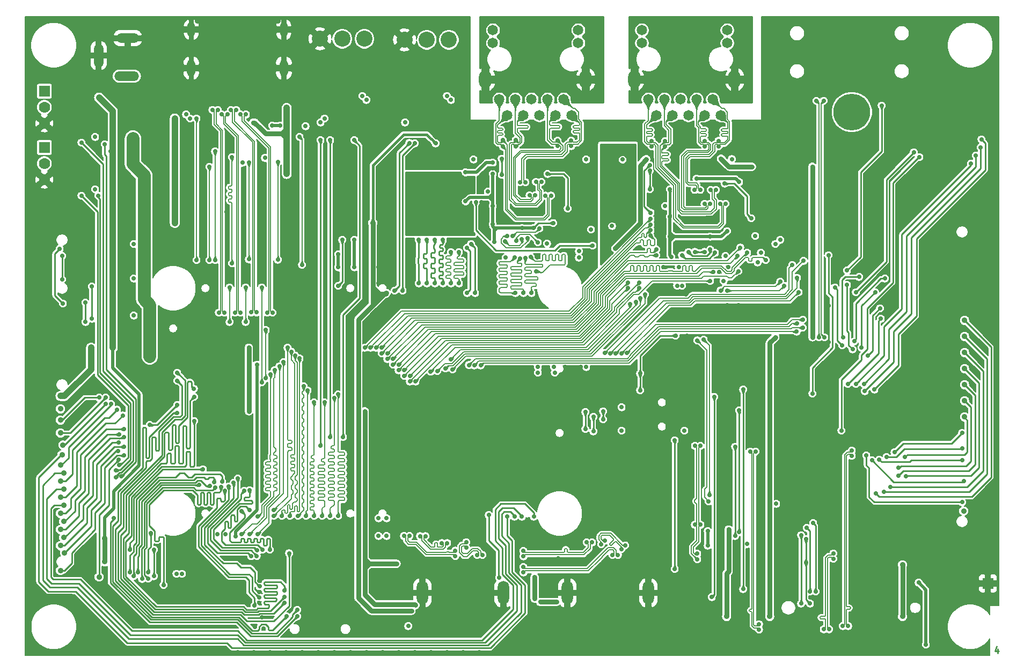
<source format=gbr>
G04 #@! TF.GenerationSoftware,KiCad,Pcbnew,5.1.0-rc2-unknown-036be7d~80~ubuntu16.04.1*
G04 #@! TF.CreationDate,2023-04-28T14:18:08+03:00*
G04 #@! TF.ProjectId,iMX8MPLUS-SOM-EVB_Rev_B,694d5838-4d50-44c5-9553-2d534f4d2d45,B*
G04 #@! TF.SameCoordinates,Original*
G04 #@! TF.FileFunction,Copper,L4,Bot*
G04 #@! TF.FilePolarity,Positive*
%FSLAX46Y46*%
G04 Gerber Fmt 4.6, Leading zero omitted, Abs format (unit mm)*
G04 Created by KiCad (PCBNEW 5.1.0-rc2-unknown-036be7d~80~ubuntu16.04.1) date 2023-04-28 14:18:08*
%MOMM*%
%LPD*%
G04 APERTURE LIST*
%ADD10C,0.254000*%
%ADD11R,1.422400X1.422400*%
%ADD12O,1.300000X2.300000*%
%ADD13O,1.300000X2.700000*%
%ADD14O,2.000000X2.800000*%
%ADD15C,1.650000*%
%ADD16O,1.500000X3.700000*%
%ADD17O,3.600000X1.500000*%
%ADD18O,3.900000X1.500000*%
%ADD19C,1.778000*%
%ADD20R,1.778000X1.778000*%
%ADD21O,1.800000X3.700000*%
%ADD22C,2.540000*%
%ADD23C,1.600000*%
%ADD24C,0.890000*%
%ADD25C,5.800000*%
%ADD26C,0.900000*%
%ADD27C,0.700000*%
%ADD28C,2.032000*%
%ADD29C,0.762000*%
%ADD30C,1.016000*%
%ADD31C,1.524000*%
%ADD32C,1.270000*%
%ADD33C,0.203200*%
%ADD34C,0.508000*%
%ADD35C,0.406400*%
%ADD36C,0.152400*%
%ADD37C,0.177800*%
%ADD38C,0.025400*%
G04 APERTURE END LIST*
D10*
X212664523Y-130592285D02*
X212664523Y-131269619D01*
X212422619Y-130205238D02*
X212180714Y-130930952D01*
X212809666Y-130930952D01*
D11*
X139700000Y-61595000D03*
X167259000Y-62865000D03*
D12*
X100010000Y-32840000D03*
X85410000Y-32840000D03*
D13*
X85410000Y-38890000D03*
X100010000Y-38890000D03*
D14*
X171095000Y-40665000D03*
X155295000Y-40665000D03*
D15*
X169926000Y-32893000D03*
X169926000Y-34925000D03*
X156464000Y-32893000D03*
X156464000Y-34925000D03*
X168910000Y-46355000D03*
X167640000Y-43815000D03*
X166370000Y-46355000D03*
X165100000Y-43815000D03*
X163830000Y-46355000D03*
X162560000Y-43815000D03*
X161290000Y-46355000D03*
X160020000Y-43815000D03*
X158750000Y-46355000D03*
X157480000Y-43815000D03*
D16*
X70785000Y-36936000D03*
D17*
X75385000Y-34190000D03*
D18*
X75235000Y-40190000D03*
D19*
X62230000Y-56515000D03*
X62230000Y-53975000D03*
D20*
X62230000Y-51435000D03*
D21*
X134670000Y-121750000D03*
X121870000Y-121750000D03*
D14*
X147600000Y-40665000D03*
X131800000Y-40665000D03*
D15*
X146431000Y-32893000D03*
X146431000Y-34925000D03*
X132969000Y-32893000D03*
X132969000Y-34925000D03*
X145415000Y-46355000D03*
X144145000Y-43815000D03*
X142875000Y-46355000D03*
X141605000Y-43815000D03*
X140335000Y-46355000D03*
X139065000Y-43815000D03*
X137795000Y-46355000D03*
X136525000Y-43815000D03*
X135255000Y-46355000D03*
X133985000Y-43815000D03*
D22*
X112720000Y-34290000D03*
X105720000Y-34290000D03*
X109220000Y-34290000D03*
X126055000Y-34452001D03*
X119055000Y-34452001D03*
X122555000Y-34452001D03*
D20*
X62230000Y-42545000D03*
D19*
X62230000Y-45085000D03*
X62230000Y-47625000D03*
D23*
X170815000Y-77343000D03*
D24*
X169915000Y-76443000D03*
X169915000Y-78243000D03*
X171715000Y-76443000D03*
X171715000Y-78243000D03*
D21*
X144730000Y-121750000D03*
X157530000Y-121750000D03*
D20*
X211074000Y-120269000D03*
D25*
X189611000Y-45852999D03*
D26*
X76200000Y-52070000D03*
X76200000Y-54102000D03*
X78867000Y-79375000D03*
X78867000Y-80645000D03*
X78867000Y-81915000D03*
X78867000Y-83185000D03*
X78867000Y-84455000D03*
X76200000Y-50038000D03*
X78867000Y-77978000D03*
D27*
X95179390Y-47514256D03*
X96266000Y-48387000D03*
X117794999Y-117155001D03*
D26*
X100457000Y-55626000D03*
X100457000Y-45212000D03*
D27*
X112776000Y-93091000D03*
X94488000Y-93091000D03*
X94488000Y-83058000D03*
X120777000Y-123698000D03*
X139573000Y-119253000D03*
X139573000Y-122682000D03*
D26*
X79375000Y-40132000D03*
X79375000Y-34290000D03*
X80645000Y-54102000D03*
X80645000Y-52070000D03*
X80645000Y-50038000D03*
D27*
X74676000Y-71374000D03*
X74676000Y-74295000D03*
X74676000Y-67437000D03*
X74676000Y-64516000D03*
X74676000Y-77216000D03*
X74676000Y-80137000D03*
D26*
X86995000Y-70231000D03*
X88265000Y-70231000D03*
X83312000Y-79375000D03*
X83312000Y-83185000D03*
X83312000Y-84455000D03*
X83312000Y-80645000D03*
X83312000Y-81915000D03*
X85979000Y-79375000D03*
X85979000Y-80645000D03*
X85979000Y-81915000D03*
X85979000Y-83185000D03*
X85979000Y-84455000D03*
X86994979Y-72898021D03*
X88392000Y-72948083D03*
D27*
X86995000Y-108458000D03*
X88265000Y-108458000D03*
X80263999Y-119761001D03*
X89916000Y-42545000D03*
X103429996Y-115748996D03*
X92837000Y-42545000D03*
X80262717Y-121011179D03*
X98933000Y-116332000D03*
X88646000Y-38481000D03*
X90170000Y-38481000D03*
X91694000Y-38481000D03*
X93218000Y-38481000D03*
X95758000Y-42545000D03*
X96138996Y-38481000D03*
X126238000Y-118872000D03*
X120332500Y-116141500D03*
X128270000Y-121920000D03*
X131254500Y-121920000D03*
X130175000Y-118935500D03*
X117094000Y-114173000D03*
X143256000Y-116332000D03*
X139954000Y-114300000D03*
X114935000Y-105918000D03*
X153035000Y-118872000D03*
X149098000Y-118872000D03*
X151130000Y-121920000D03*
X154114500Y-121920000D03*
D26*
X204089000Y-131064000D03*
D27*
X169164000Y-112776000D03*
X169164000Y-114427000D03*
X169164000Y-115443000D03*
X169164000Y-116586000D03*
X178054000Y-124079000D03*
X178054000Y-118364000D03*
X159893000Y-109855000D03*
X158623000Y-109855000D03*
X175133000Y-114681000D03*
X156337000Y-117475000D03*
X158877000Y-117475000D03*
X162433000Y-120904000D03*
X163195000Y-94869000D03*
X163195000Y-93599000D03*
X163195000Y-91059000D03*
X146812000Y-86995000D03*
X144272000Y-86995000D03*
X196215000Y-44196000D03*
X180975000Y-43307000D03*
D26*
X184277000Y-33274000D03*
D27*
X113030000Y-44958000D03*
X108712000Y-50292000D03*
X101536500Y-45910500D03*
X101981000Y-51308000D03*
X106426000Y-43053000D03*
X126365000Y-44958000D03*
X122047000Y-50292000D03*
X114935000Y-72898000D03*
X116205000Y-72898000D03*
X119761000Y-43053000D03*
X120142000Y-52705000D03*
X123571000Y-53594000D03*
X131191000Y-57277000D03*
X131191000Y-60090811D03*
X131191000Y-63627000D03*
X147828000Y-47498000D03*
X150622000Y-47498000D03*
X135636000Y-50038000D03*
X144272000Y-50038000D03*
X139065000Y-51181000D03*
X138557000Y-53975000D03*
X132988779Y-54737000D03*
X141859000Y-53594000D03*
X145542000Y-59182000D03*
X146506598Y-61595000D03*
X146107171Y-66080903D03*
X133223000Y-68580000D03*
X148463000Y-63119000D03*
X151765000Y-63817500D03*
X162560000Y-51181000D03*
X159131000Y-59690000D03*
X158750000Y-62357000D03*
X156083000Y-67183000D03*
X159004000Y-50038000D03*
X167386000Y-50038000D03*
X171323000Y-47498000D03*
X173990000Y-47498000D03*
X166497000Y-54737000D03*
X148844000Y-54229000D03*
X173990000Y-60325000D03*
X174752000Y-62611000D03*
X175260000Y-66294000D03*
X159004000Y-65532000D03*
X159893000Y-70358000D03*
X173133510Y-71876570D03*
X171925490Y-71876570D03*
X168656000Y-71120000D03*
X178181000Y-71501000D03*
X178435000Y-78359000D03*
X177292000Y-76454000D03*
X146812000Y-86106000D03*
X144373600Y-86075010D03*
X114045998Y-115824000D03*
X200406006Y-119126000D03*
X163576000Y-81153000D03*
X177419000Y-55753000D03*
X164465000Y-54756821D03*
X140335000Y-51181000D03*
X163830000Y-51181000D03*
X112395000Y-45593000D03*
X119126000Y-42418000D03*
X125730000Y-45593000D03*
X169554351Y-55043184D03*
X164846000Y-76835000D03*
X163449000Y-74656157D03*
X180213000Y-42545000D03*
X181737000Y-42545000D03*
D26*
X200660000Y-33274000D03*
D27*
X170148773Y-70328251D03*
X114935000Y-70358000D03*
X116205000Y-70358000D03*
X105791000Y-42418000D03*
X195580000Y-44831000D03*
D26*
X209550000Y-31496000D03*
X207010000Y-31496000D03*
X204470000Y-31496000D03*
X201930000Y-31496000D03*
X199390000Y-31496000D03*
X196850000Y-31496000D03*
X194310000Y-31496000D03*
X191770000Y-31496000D03*
X189865000Y-31496000D03*
X186690000Y-31496000D03*
X184150000Y-31496000D03*
X181610000Y-31496000D03*
X179070000Y-31496000D03*
X176530000Y-31496000D03*
X176530000Y-33655000D03*
X179070000Y-33655000D03*
X191770000Y-33655000D03*
X194310000Y-33655000D03*
X212344000Y-34290000D03*
X212344000Y-36830000D03*
X212344000Y-39370000D03*
X209550000Y-39370000D03*
X212344000Y-115570000D03*
X212344000Y-118110000D03*
X209296000Y-120650000D03*
X212344000Y-123190000D03*
X209804000Y-123190000D03*
X209804000Y-131064000D03*
X207010000Y-131064000D03*
X201930000Y-131064000D03*
X199390000Y-131064000D03*
X196850000Y-131064000D03*
X194310000Y-131064000D03*
X191770000Y-131064000D03*
X189230000Y-131064000D03*
X186690000Y-131064000D03*
X184150000Y-131064000D03*
X181610000Y-131064000D03*
X179070000Y-131064000D03*
X176530000Y-131064000D03*
X173990000Y-131064000D03*
X168910000Y-131191000D03*
X166370000Y-131191000D03*
X163830000Y-131191000D03*
X161290000Y-131191000D03*
X158750000Y-131191000D03*
X156210000Y-131191000D03*
X153670000Y-131191000D03*
X151130000Y-131191000D03*
X148590000Y-131191000D03*
X146050000Y-131191000D03*
X143510000Y-131191000D03*
X140970000Y-131191000D03*
X138430000Y-131191000D03*
X135890000Y-131191000D03*
X133350000Y-131191000D03*
X130810000Y-131191000D03*
X128270000Y-131191000D03*
X125730000Y-131191000D03*
X123190000Y-131191000D03*
X120650000Y-131191000D03*
X118110000Y-131191000D03*
X115570000Y-131191000D03*
X113030000Y-131191000D03*
X110490000Y-131191000D03*
X107950000Y-131191000D03*
X105410000Y-131191000D03*
X102870000Y-131191000D03*
X100330000Y-131191000D03*
D27*
X96139000Y-123317000D03*
X96774000Y-127381000D03*
X96136684Y-121591245D03*
D26*
X97790000Y-131191000D03*
X95250000Y-131191000D03*
X92710000Y-131191000D03*
X88900000Y-131064000D03*
X86360000Y-131064000D03*
X83820000Y-131064000D03*
X81280000Y-131064000D03*
X78740000Y-131064000D03*
X76200000Y-131064000D03*
X73660000Y-131064000D03*
X71120000Y-131064000D03*
X68580000Y-131064000D03*
X66040000Y-131064000D03*
X71120000Y-128270000D03*
D27*
X93587808Y-116840000D03*
X94846620Y-116862380D03*
X114046000Y-118618000D03*
X98933000Y-118618000D03*
X96521104Y-125608590D03*
X95468357Y-127107124D03*
D26*
X60071000Y-121920000D03*
X60071000Y-85217000D03*
X60071000Y-81915000D03*
X60071000Y-78740000D03*
X60071000Y-62230000D03*
X59817000Y-37084000D03*
X59944000Y-54737000D03*
X59944000Y-58928000D03*
X59944000Y-49657000D03*
X59944000Y-46228000D03*
X59944000Y-41402000D03*
X62103000Y-39370000D03*
X64897000Y-31496000D03*
X67310000Y-31496000D03*
X69850000Y-31496000D03*
X72390000Y-31496000D03*
X74930000Y-31496000D03*
X77470000Y-31496000D03*
X80010000Y-31496000D03*
X82550000Y-31496000D03*
X86360000Y-31496000D03*
X88900000Y-31496000D03*
X91440000Y-31496000D03*
X93980000Y-31496000D03*
X96520000Y-31496000D03*
X99060000Y-31496000D03*
X101600000Y-31496000D03*
X104140000Y-31496000D03*
X106680000Y-31496000D03*
X109220000Y-31496000D03*
X111760000Y-31496000D03*
X114300000Y-31496000D03*
X116840000Y-31496000D03*
X119380000Y-31496000D03*
X121920000Y-31496000D03*
X124460000Y-31496000D03*
X127000000Y-31496000D03*
X128270000Y-33020000D03*
D27*
X135636000Y-49276000D03*
X144272000Y-49276000D03*
X159004000Y-49276000D03*
X167386000Y-49276000D03*
X139192000Y-114300000D03*
X146558000Y-114300000D03*
X145796000Y-114300000D03*
X163195000Y-50546000D03*
X139700000Y-50546000D03*
X96170046Y-119845101D03*
X88342000Y-117425000D03*
X87503000Y-117425000D03*
X85730590Y-106639068D03*
X140023956Y-68813606D03*
D26*
X96520000Y-59055000D03*
X96520000Y-61595000D03*
X100965000Y-61595000D03*
X100965000Y-59690000D03*
X104394000Y-61595000D03*
X104394000Y-59690000D03*
X108585000Y-61595000D03*
X108585000Y-59690000D03*
X110490000Y-59690000D03*
X110490000Y-61595000D03*
X110490000Y-55245000D03*
X108585000Y-55245000D03*
X108585000Y-57150000D03*
X110490000Y-57150000D03*
X93662500Y-61595000D03*
X91059000Y-61595000D03*
X87249000Y-61595000D03*
X84455000Y-61595000D03*
X80010000Y-61595000D03*
X84455000Y-53340000D03*
X84455000Y-50800000D03*
X87630000Y-53340000D03*
X87630000Y-50800000D03*
X102235000Y-41910000D03*
X102235000Y-43815000D03*
X102235000Y-40005000D03*
X102235000Y-38100000D03*
X115570000Y-38100000D03*
X115570000Y-40005000D03*
X115570000Y-43815000D03*
X115570000Y-41910000D03*
X115570000Y-48260000D03*
X115570000Y-50165000D03*
X113665000Y-50165000D03*
X113665000Y-48260000D03*
X122555000Y-90805000D03*
X120015000Y-90805000D03*
X127635000Y-90805000D03*
X125095000Y-90805000D03*
X130175000Y-90805000D03*
X132715000Y-90805000D03*
X137795000Y-90805000D03*
X135255000Y-90805000D03*
X122555000Y-93345000D03*
X120015000Y-93345000D03*
X137795000Y-93345000D03*
X132715000Y-93345000D03*
X125095000Y-93345000D03*
X135255000Y-93345000D03*
X127635000Y-93345000D03*
X130175000Y-93345000D03*
X117475000Y-102870000D03*
X114935000Y-102870000D03*
X117475000Y-100330000D03*
X114935000Y-100330000D03*
X110490000Y-102870000D03*
X110490000Y-100330000D03*
X110490000Y-97790000D03*
X92710000Y-92710000D03*
X90170000Y-92710000D03*
X92710000Y-90170000D03*
X90170000Y-90170000D03*
X90170000Y-87630000D03*
X96901000Y-90170000D03*
X96901000Y-91821000D03*
X88900000Y-81915000D03*
X88900000Y-84455000D03*
X91440000Y-84455000D03*
X86995000Y-97155000D03*
X86995000Y-98425000D03*
X76835000Y-82550000D03*
X74930000Y-82550000D03*
X65151000Y-81280000D03*
X67945000Y-81280000D03*
X66548000Y-86360000D03*
X67691000Y-86360000D03*
X64643000Y-60198000D03*
X69723000Y-63500000D03*
X75565000Y-61595000D03*
X75565000Y-59055000D03*
X80010000Y-59055000D03*
X71882000Y-121666000D03*
X67310000Y-124206000D03*
X105410000Y-127635000D03*
X103505000Y-127635000D03*
X107950000Y-127635000D03*
X111760000Y-127635000D03*
X107950000Y-125095000D03*
X105410000Y-125095000D03*
X110490000Y-125095000D03*
X107950000Y-122555000D03*
X110490000Y-122555000D03*
X103505000Y-118745000D03*
X105410000Y-118745000D03*
X103505000Y-120650000D03*
X110490000Y-120015000D03*
X110490000Y-117475000D03*
X123190000Y-127635000D03*
X125730000Y-127635000D03*
X128270000Y-127635000D03*
X130810000Y-127635000D03*
X146050000Y-127635000D03*
X148590000Y-127635000D03*
X151130000Y-127635000D03*
X153670000Y-127635000D03*
X156210000Y-127635000D03*
X163830000Y-128270000D03*
X166370000Y-128270000D03*
X173355000Y-128270000D03*
X170815000Y-128270000D03*
X191770000Y-127000000D03*
X194310000Y-127000000D03*
X196850000Y-127000000D03*
X194310000Y-123825000D03*
X191770000Y-123825000D03*
X194310000Y-118110000D03*
X194310000Y-115570000D03*
X200787000Y-111887000D03*
X199390000Y-115570000D03*
X200787000Y-109220000D03*
X202819000Y-115443000D03*
X190500000Y-114300000D03*
X190500000Y-116840000D03*
X190500000Y-111760000D03*
X190500000Y-109220000D03*
X190500000Y-106680000D03*
X186690000Y-109220000D03*
X186690000Y-111760000D03*
X186690000Y-114300000D03*
X186690000Y-106680000D03*
X184150000Y-106680000D03*
X181610000Y-106680000D03*
X179070000Y-106680000D03*
X181610000Y-97790000D03*
X179070000Y-97790000D03*
X186690000Y-97790000D03*
X184150000Y-97790000D03*
X190500000Y-97790000D03*
X179070000Y-95250000D03*
X190500000Y-95250000D03*
X186690000Y-95250000D03*
X184150000Y-95250000D03*
X181610000Y-95250000D03*
X186690000Y-92710000D03*
X181610000Y-92710000D03*
X184150000Y-92710000D03*
X179070000Y-92710000D03*
X190500000Y-92710000D03*
X195580000Y-98171000D03*
D27*
X185928000Y-82169000D03*
X185928000Y-76454000D03*
D26*
X193421000Y-62357000D03*
X207010000Y-120650000D03*
X204470000Y-120650000D03*
X204470000Y-123190000D03*
X207010000Y-123190000D03*
X189865000Y-67310000D03*
X187325000Y-67310000D03*
X189865000Y-62230000D03*
X187325000Y-62230000D03*
X187325000Y-57150000D03*
X189865000Y-57150000D03*
X189865000Y-52070000D03*
X192405000Y-52070000D03*
X187325000Y-52070000D03*
X195580000Y-52070000D03*
X181610000Y-67310000D03*
X181610000Y-62230000D03*
X181610000Y-57150000D03*
X181610000Y-52070000D03*
X181610000Y-46990000D03*
X177165000Y-46990000D03*
X177165000Y-52070000D03*
X71120000Y-33020000D03*
X78740000Y-33020000D03*
X87630000Y-33020000D03*
X90170000Y-33020000D03*
X92710000Y-33020000D03*
X95250000Y-33020000D03*
X97790000Y-33020000D03*
X102870000Y-33020000D03*
X102870000Y-35560000D03*
X99060000Y-35560000D03*
X96520000Y-35560000D03*
X93980000Y-35560000D03*
X91440000Y-35560000D03*
X88900000Y-35560000D03*
X86360000Y-35560000D03*
X128016000Y-41910000D03*
X128016000Y-40005000D03*
X128016000Y-38100000D03*
X128016000Y-43815000D03*
X128016000Y-46355000D03*
X128016000Y-48895000D03*
X189865000Y-33274000D03*
X179070000Y-36195000D03*
X181610000Y-36195000D03*
X199390000Y-36195000D03*
X196850000Y-36195000D03*
X189865000Y-36195000D03*
X189865000Y-38735000D03*
X189865000Y-41275000D03*
X199390000Y-38735000D03*
X179070000Y-38735000D03*
X179070000Y-41275000D03*
X174625000Y-92710000D03*
X174625000Y-95250000D03*
X169545000Y-95250000D03*
X169545000Y-98425000D03*
X68580000Y-63500000D03*
D27*
X199898000Y-44450000D03*
D26*
X70993000Y-89281000D03*
X76327000Y-125984000D03*
X69850000Y-126111000D03*
X139700000Y-125857000D03*
X152019000Y-109220000D03*
D27*
X175133000Y-112141000D03*
D26*
X60071000Y-124587000D03*
X59690000Y-128143000D03*
X70104000Y-50927000D03*
X204851000Y-48133000D03*
D27*
X179070000Y-69342000D03*
X160147000Y-112649000D03*
X140335000Y-111760000D03*
D26*
X78486000Y-93853000D03*
X146939000Y-71120000D03*
X203327000Y-57150000D03*
X210947000Y-57150000D03*
X210947000Y-60960000D03*
X153801199Y-58805199D03*
X153801199Y-60193801D03*
X155071199Y-60193801D03*
X155071199Y-58805199D03*
X152531199Y-58805199D03*
X152531199Y-60193801D03*
X151261199Y-58805199D03*
X151261199Y-60193801D03*
X151261199Y-57150000D03*
X151261199Y-55245000D03*
X151261199Y-53340000D03*
D27*
X165100000Y-56388000D03*
X171831000Y-56896000D03*
X173736000Y-62611000D03*
X169545000Y-57150000D03*
X160909000Y-58039000D03*
X160909000Y-62357000D03*
X160909000Y-65532000D03*
X161153402Y-68707000D03*
X167258126Y-65528622D03*
X169926000Y-64643000D03*
X169677598Y-60325000D03*
X158051500Y-51244500D03*
X168825198Y-60325000D03*
X158051500Y-50392087D03*
X168185200Y-58139186D03*
X160147000Y-50419000D03*
X167332800Y-58139186D03*
X160147000Y-51271413D03*
X167219789Y-60337964D03*
X166433500Y-51244500D03*
X166367389Y-60337964D03*
X166433500Y-50392087D03*
X165685200Y-58141327D03*
X168592500Y-51244500D03*
X164832800Y-58141327D03*
X168592500Y-50392087D03*
X157739578Y-55118000D03*
X157733992Y-58007999D03*
X157734564Y-54228442D03*
X157861000Y-61746686D03*
X168021000Y-68072000D03*
X162814000Y-68453000D03*
X167259000Y-67564000D03*
X163830000Y-67945000D03*
X164846000Y-67925179D03*
X166370000Y-67925179D03*
D26*
X163170000Y-40665000D03*
X160655000Y-40640000D03*
X158115000Y-40640000D03*
X165735000Y-40640000D03*
X168275000Y-40640000D03*
X165735000Y-38100000D03*
X160655000Y-38100000D03*
X163170000Y-38125000D03*
X160655000Y-35560000D03*
X165735000Y-35560000D03*
X163170000Y-35585000D03*
X165735000Y-33020000D03*
X160655000Y-33020000D03*
X163170000Y-33045000D03*
X158115000Y-33020000D03*
X168275000Y-33020000D03*
D27*
X73527410Y-102404988D03*
X70739000Y-59055000D03*
X74041000Y-101600000D03*
X68072000Y-59055000D03*
X73979272Y-100745159D03*
D26*
X70866000Y-119253000D03*
D27*
X73898778Y-99360781D03*
D26*
X65405000Y-115443000D03*
D27*
X74803000Y-100076000D03*
D26*
X64770000Y-118237000D03*
D27*
X73914000Y-98044000D03*
D26*
X65278000Y-113030000D03*
D27*
X74803000Y-98679000D03*
D26*
X64770000Y-114300000D03*
D27*
X74013609Y-96736972D03*
D26*
X65278000Y-110490000D03*
D27*
X74803000Y-97155000D03*
D26*
X64770000Y-111760000D03*
D27*
X74803004Y-95885000D03*
D26*
X64770000Y-109220000D03*
D27*
X85852000Y-94615000D03*
X100130000Y-121358000D03*
X102108000Y-124460000D03*
X83185561Y-93345561D03*
X83185000Y-92075000D03*
X78867000Y-95250000D03*
X102108000Y-125476000D03*
X73152000Y-109982000D03*
X74581946Y-93734449D03*
D26*
X64770000Y-106680000D03*
D27*
X70866000Y-90932000D03*
D26*
X64770000Y-94488000D03*
D27*
X95758000Y-85725000D03*
X92392497Y-112839503D03*
X71882000Y-90932000D03*
D26*
X64770000Y-96520000D03*
D27*
X100838045Y-115504797D03*
X83185000Y-86995000D03*
X71882000Y-91948000D03*
D26*
X65151000Y-98425000D03*
D27*
X83185000Y-88265000D03*
X100457018Y-125476000D03*
X72755467Y-91917656D03*
D26*
X64770000Y-101600000D03*
D27*
X85826600Y-89535000D03*
X100076000Y-123317000D03*
X73691135Y-92803624D03*
D26*
X64770000Y-104140000D03*
D27*
X100075439Y-122427439D03*
X85852000Y-90805000D03*
X90669430Y-105664000D03*
X95403896Y-123754661D03*
X157860439Y-63627561D03*
X101188010Y-83662010D03*
X98425000Y-109601000D03*
X113665000Y-83058000D03*
X93726000Y-105664000D03*
X95745190Y-115939312D03*
X98425000Y-108712010D03*
X157861000Y-62738000D03*
X100583550Y-83057553D03*
X112776000Y-83054571D03*
X94615000Y-105537006D03*
X95758000Y-115062000D03*
X158750000Y-67564000D03*
X95885006Y-112522000D03*
X99949000Y-85344000D03*
X115443000Y-83947000D03*
X96646439Y-114935561D03*
X94615000Y-108711994D03*
X158750000Y-68453000D03*
X94614992Y-112522000D03*
X99314000Y-85979000D03*
X116332000Y-83947000D03*
X97790000Y-114935000D03*
X93345000Y-108858821D03*
X98552000Y-86614000D03*
X172021500Y-67246500D03*
X93344994Y-112522000D03*
X116332000Y-84836000D03*
X97917000Y-87249000D03*
X95885000Y-109727992D03*
X171577000Y-68580000D03*
X117221000Y-84836000D03*
X79013876Y-112278499D03*
X78635911Y-118491000D03*
X70231000Y-49784000D03*
X70231000Y-58039000D03*
X76327000Y-77978000D03*
X76327000Y-72136000D03*
X76327000Y-66675000D03*
X83947000Y-118745000D03*
X83058000Y-118745000D03*
X89535000Y-112522000D03*
X90805000Y-112522000D03*
X97028000Y-53086000D03*
X116205000Y-112776000D03*
X114935000Y-112776000D03*
X153289000Y-96139000D03*
X153289000Y-92456000D03*
X163195000Y-96139000D03*
X142748000Y-86995000D03*
X84582000Y-46228000D03*
X113030000Y-43942000D03*
X147701000Y-86106000D03*
X93472000Y-53847990D03*
X105791000Y-47498000D03*
X103439000Y-48072000D03*
X119126000Y-47498000D03*
X126365000Y-43942000D03*
X129921000Y-53340000D03*
X153416000Y-53340000D03*
X147701000Y-53340000D03*
X146558000Y-67818000D03*
X146558000Y-68834000D03*
X148463000Y-64389000D03*
X141541500Y-66611500D03*
X135001000Y-68834000D03*
X160172401Y-60706000D03*
X174371000Y-65405000D03*
X177546000Y-66675000D03*
X169672000Y-68580000D03*
X175260000Y-68072000D03*
X162306000Y-70358000D03*
X174752000Y-69596000D03*
X169395474Y-72517000D03*
X162814000Y-73279000D03*
X142646400Y-86090442D03*
X173101000Y-114046000D03*
X119634000Y-127000008D03*
X132207000Y-58420000D03*
X140081000Y-86995000D03*
X140081000Y-86106000D03*
X114935000Y-109982000D03*
X116205000Y-109982000D03*
X112395000Y-43307000D03*
X125730000Y-43307000D03*
X170701766Y-53282090D03*
X178308000Y-66040000D03*
X85217000Y-46863000D03*
X106426000Y-46863000D03*
X162052000Y-73279000D03*
D26*
X64770000Y-92710000D03*
D27*
X177673000Y-107696000D03*
D26*
X207264000Y-108839000D03*
D27*
X73025000Y-66675000D03*
X73025000Y-72136000D03*
X73025000Y-77978000D03*
X143002000Y-123190000D03*
X169862500Y-119888000D03*
X140462000Y-123190000D03*
X114935000Y-74422000D03*
X116205000Y-74422000D03*
X82804000Y-46863000D03*
D26*
X73025004Y-63373000D03*
D27*
X176657000Y-113919000D03*
D26*
X169862500Y-125476000D03*
X176657000Y-125476000D03*
X197612000Y-125476000D03*
D27*
X120142000Y-124587000D03*
X177546000Y-81407000D03*
X173863000Y-54483000D03*
X168973498Y-53213000D03*
X152247600Y-67335400D03*
X123952000Y-50800000D03*
X183388000Y-81407000D03*
X183388014Y-54483000D03*
D26*
X114045986Y-63373000D03*
D27*
X82804000Y-63373000D03*
X114046000Y-76327000D03*
X114046000Y-75184000D03*
X157194993Y-53295983D03*
X70866000Y-43561000D03*
X72644000Y-52070000D03*
D26*
X73025000Y-62357000D03*
X73025000Y-83058000D03*
X69596000Y-83058000D03*
X64770000Y-90678000D03*
X71755000Y-113157000D03*
X71755000Y-116840000D03*
D27*
X170180000Y-111760000D03*
X176657000Y-109220000D03*
D26*
X197612000Y-117348000D03*
D27*
X101776463Y-84278718D03*
X99695000Y-109601000D03*
X114554000Y-83058000D03*
X157861000Y-64516000D03*
X91301299Y-104990273D03*
X96139043Y-122443653D03*
X157847686Y-65368308D03*
X102492022Y-84741947D03*
X100965000Y-109601000D03*
X115443000Y-83058000D03*
X92081751Y-104399590D03*
X96174496Y-120739672D03*
X102235000Y-109601000D03*
X167764076Y-71088124D03*
X118110000Y-86614000D03*
X103124000Y-89154000D03*
X92742748Y-103679925D03*
X94847180Y-115972818D03*
X103505000Y-109601000D03*
X171704000Y-70993000D03*
X118999000Y-86614000D03*
X103759000Y-89789000D03*
X90075436Y-105052627D03*
X81026000Y-120523000D03*
X104775000Y-91694000D03*
X104775000Y-109601000D03*
X120777000Y-88392000D03*
X156083000Y-73660000D03*
X90282585Y-104187350D03*
X75711876Y-118491000D03*
X106426000Y-91694000D03*
X106045000Y-109601000D03*
X119888000Y-88392000D03*
X156083000Y-72771000D03*
X78613000Y-119507000D03*
X89207681Y-105087623D03*
X154305000Y-73660000D03*
X107950000Y-90962990D03*
X107315000Y-109601000D03*
X119888000Y-87503000D03*
X89023773Y-104255286D03*
X76350528Y-119055562D03*
X108599870Y-90411378D03*
X108585000Y-109601000D03*
X118999000Y-87503000D03*
X154305000Y-72771000D03*
X88378289Y-104878826D03*
X76970688Y-118461533D03*
X73561466Y-103525682D03*
X68072000Y-50673000D03*
X86614000Y-104725988D03*
X77654910Y-119553091D03*
X74399575Y-103354461D03*
X71755000Y-50927000D03*
D26*
X207391000Y-78740000D03*
D27*
X193421000Y-106045000D03*
D26*
X65278000Y-107950000D03*
D27*
X139446000Y-109728000D03*
D26*
X65278000Y-105410000D03*
D27*
X137541000Y-109728000D03*
D26*
X207391000Y-81280000D03*
D27*
X194691000Y-105791000D03*
D26*
X65278000Y-102870000D03*
D27*
X136398000Y-109728000D03*
D26*
X207391000Y-83820000D03*
D27*
X195707000Y-105029000D03*
X135255000Y-109728000D03*
D26*
X65024000Y-99949000D03*
X207391000Y-86360000D03*
D27*
X198120000Y-103378000D03*
X150669369Y-113490631D03*
X153241631Y-114855369D03*
D26*
X207391000Y-88900000D03*
D27*
X196977000Y-103251000D03*
X150066631Y-114093369D03*
X153844369Y-114252631D03*
X196977000Y-101981000D03*
D26*
X207391000Y-91440000D03*
D27*
X147782801Y-113792000D03*
X137795000Y-115143800D03*
X197993000Y-100330000D03*
D26*
X207391000Y-93980000D03*
D27*
X137795000Y-115996200D03*
X148635200Y-113792000D03*
X196342000Y-99568000D03*
X207010000Y-96520000D03*
X152711200Y-115771498D03*
X137795000Y-117683800D03*
X195072000Y-100330000D03*
X207010000Y-98933000D03*
X151858800Y-115771498D03*
X137795000Y-118536200D03*
X165735000Y-110998000D03*
X165716700Y-98552000D03*
X165227000Y-115570000D03*
X164846000Y-110998000D03*
X164864300Y-98552000D03*
X165227000Y-116459000D03*
X118953800Y-112776000D03*
X127060602Y-115933087D03*
X174416200Y-99441000D03*
X174976418Y-126700800D03*
X119806200Y-112776000D03*
X127060602Y-115080687D03*
X174976418Y-127553200D03*
X173563800Y-99441000D03*
X125775200Y-113895917D03*
X121493800Y-112799083D03*
X189611000Y-99268800D03*
X188184800Y-127000000D03*
X124922800Y-113895917D03*
X122346200Y-112799083D03*
X189037200Y-127000000D03*
X189611000Y-100121200D03*
X131351200Y-115771398D03*
X128778000Y-114599200D03*
X191897000Y-100076000D03*
X207010000Y-107442000D03*
X130498800Y-115771398D03*
X128778000Y-113746800D03*
X192786000Y-100838000D03*
X207264000Y-104140000D03*
X133985000Y-119380000D03*
X132334000Y-109474000D03*
X193929000Y-100711000D03*
X207010000Y-100838000D03*
X200279000Y-52959000D03*
X187960000Y-96139000D03*
X148844000Y-93980000D03*
X148844000Y-96266000D03*
X147574000Y-95885000D03*
X147573439Y-93218561D03*
X171831000Y-92964000D03*
X171831000Y-112141000D03*
X150368000Y-93091000D03*
X150368000Y-94361000D03*
X210058000Y-50165000D03*
X193167000Y-89662000D03*
X156210000Y-87122000D03*
X156210000Y-89769188D03*
X167513000Y-122428000D03*
X167894000Y-90805000D03*
X161798000Y-81153000D03*
X185928000Y-68453000D03*
X183388000Y-90297000D03*
X209931000Y-51435000D03*
X191643000Y-89916000D03*
X209169000Y-52705000D03*
X191516000Y-88773000D03*
X208407000Y-53975000D03*
X190246000Y-88773000D03*
X128905000Y-74422000D03*
X128905000Y-67304410D03*
X194056000Y-76835000D03*
X192151000Y-84328000D03*
X130175000Y-74422000D03*
X129539984Y-66674998D03*
X189992000Y-82042000D03*
X194818000Y-72136000D03*
X188214000Y-81407000D03*
X190754000Y-71882000D03*
X167259000Y-72517000D03*
X123174177Y-86838752D03*
X94025200Y-46228000D03*
X98216200Y-77520023D03*
X181864000Y-78613000D03*
X154131900Y-83910998D03*
X93172800Y-46228000D03*
X97363800Y-77520023D03*
X92513200Y-45518528D03*
X95676200Y-77476230D03*
X94823800Y-77476230D03*
X91660800Y-45518528D03*
X93980000Y-73533000D03*
X93980000Y-78994000D03*
X129198099Y-85786623D03*
X180975000Y-79248000D03*
X91092200Y-46228000D03*
X93136200Y-77520023D03*
X130048000Y-85852000D03*
X181864000Y-79883000D03*
X90239800Y-46228000D03*
X92283800Y-77520023D03*
X91440000Y-73533000D03*
X91440000Y-78994000D03*
X131064000Y-85852000D03*
X180914262Y-80518000D03*
X89592200Y-45509088D03*
X90596200Y-77512357D03*
X89743800Y-77512357D03*
X88739800Y-45509088D03*
X89154000Y-52070000D03*
X89154002Y-69215000D03*
X124206000Y-86741000D03*
X155547227Y-75849979D03*
X91821000Y-52959000D03*
X91821000Y-69723000D03*
X126619000Y-86495633D03*
X156972000Y-74641959D03*
X86233000Y-46863000D03*
X86233000Y-69215000D03*
X125511450Y-86329228D03*
X156218688Y-75245969D03*
X102489000Y-49784000D03*
X102869992Y-69977000D03*
X153255955Y-83922645D03*
X181229000Y-74295000D03*
X99060000Y-53721000D03*
X99060000Y-69158759D03*
X152388700Y-83935700D03*
X180975000Y-72009000D03*
X94488000Y-53848000D03*
X94488000Y-69088000D03*
X126339490Y-84906492D03*
X154593498Y-76205590D03*
X151511000Y-83947000D03*
X181991000Y-69342000D03*
X108585000Y-70358000D03*
X108585000Y-68326000D03*
X108585000Y-73279010D03*
X109220000Y-66040000D03*
X150658692Y-83910998D03*
X180213000Y-69977000D03*
X111125000Y-70358000D03*
X111125000Y-66039998D03*
X79502000Y-114935000D03*
X79502000Y-119126000D03*
X87249000Y-102235000D03*
X75711876Y-114935000D03*
X98171000Y-48006000D03*
X99441000Y-48006000D03*
X172466000Y-121158000D03*
X172466000Y-89662000D03*
X96520000Y-73533000D03*
X176022000Y-69215000D03*
X118110000Y-85725000D03*
X96520000Y-88519000D03*
X97155000Y-87884000D03*
X97155000Y-80264000D03*
X173101000Y-68072000D03*
X117221000Y-85725000D03*
D26*
X139700000Y-40665000D03*
X137160000Y-40665000D03*
X134620000Y-40640000D03*
X142240000Y-40665000D03*
X144780000Y-40640000D03*
X142240000Y-38125000D03*
X139700000Y-38125000D03*
X137160000Y-38125000D03*
X139700000Y-35585000D03*
X142240000Y-35585000D03*
X137160000Y-35585000D03*
X142240000Y-33045000D03*
X137160000Y-33045000D03*
X139700000Y-33045000D03*
X134620000Y-33045000D03*
X144780000Y-33045000D03*
D27*
X134366000Y-53213000D03*
X134366000Y-55753000D03*
X132969000Y-53848000D03*
X144780000Y-61087000D03*
X141605000Y-55626000D03*
X128651000Y-55371994D03*
X132969000Y-63557996D03*
X132969000Y-60648036D03*
X132969000Y-55626000D03*
X137573885Y-64166885D03*
X142490230Y-63369325D03*
X133223000Y-66313821D03*
X128651000Y-59944000D03*
X139369518Y-64176512D03*
D26*
X121539000Y-58801000D03*
X121539000Y-60071000D03*
X120269000Y-60071000D03*
X120269000Y-58801000D03*
X122809000Y-58801000D03*
X122809000Y-60071000D03*
X124079000Y-58801000D03*
X124079000Y-60071000D03*
X124079000Y-62611000D03*
X124079000Y-61341000D03*
X125349000Y-61341000D03*
X125349000Y-62611000D03*
X126619000Y-61341000D03*
X126619000Y-62611000D03*
X127889000Y-62611000D03*
X127889000Y-61341000D03*
D27*
X130302000Y-60071000D03*
X148717010Y-66929000D03*
X126365000Y-67945000D03*
X126365000Y-72898000D03*
X125095000Y-72898000D03*
X125095000Y-66040000D03*
X123825000Y-72898000D03*
X123825000Y-66040000D03*
X122555000Y-72898000D03*
X122555000Y-66040000D03*
X121285000Y-72898000D03*
X121285000Y-66040000D03*
X127635000Y-67945000D03*
X127635000Y-72898000D03*
X136398000Y-68834000D03*
X136525000Y-74422000D03*
X137795000Y-74422000D03*
X137254265Y-68974990D03*
X139065000Y-74422000D03*
X138103779Y-68904756D03*
X139823488Y-71003733D03*
X138938431Y-68731663D03*
X134559000Y-51308000D03*
X142146163Y-59025572D03*
X134559000Y-50292000D03*
X141293763Y-59025572D03*
X136588500Y-50292000D03*
X140626200Y-56867861D03*
X136588500Y-51308000D03*
X139773800Y-56867861D03*
X139612679Y-58992940D03*
X143192500Y-51207913D03*
X138760279Y-58992940D03*
X143192500Y-50355500D03*
X138126200Y-56913636D03*
X145351500Y-51207913D03*
X137273800Y-56913636D03*
X145351500Y-50355500D03*
X137559256Y-65915886D03*
X134904990Y-66235389D03*
X135257214Y-65427891D03*
X138449995Y-65740141D03*
X140335000Y-64198500D03*
X136109563Y-65438245D03*
X136682990Y-66207459D03*
X140081000Y-66421000D03*
X105791000Y-50292000D03*
X105791000Y-98552000D03*
X111125000Y-50292000D03*
X109347000Y-97155000D03*
X107315000Y-50292000D03*
X107315000Y-97155000D03*
X118745000Y-74041000D03*
X120650000Y-50800000D03*
X117475000Y-74041000D03*
X119800140Y-50734094D03*
X88265000Y-54483000D03*
X88265000Y-69215000D03*
X184404000Y-81407000D03*
X184023000Y-44084426D03*
X185293000Y-81407000D03*
X185166000Y-44069000D03*
X199390000Y-52197000D03*
X190246000Y-74295000D03*
X194310000Y-44831000D03*
X188849000Y-70866000D03*
X178302401Y-72644000D03*
X168910000Y-74021157D03*
X189738000Y-83312000D03*
X188849000Y-73152000D03*
X178943000Y-73279000D03*
X169924188Y-74021157D03*
X188087000Y-82677000D03*
X186944000Y-73533000D03*
X194183000Y-78486000D03*
X188976000Y-88773000D03*
X191135000Y-83058000D03*
X193294000Y-74295000D03*
X68707000Y-75946000D03*
X68707000Y-78994000D03*
X69723000Y-73406000D03*
X69723000Y-78486000D03*
X64643000Y-67437000D03*
X65151000Y-76073000D03*
X65024000Y-68580000D03*
X65024000Y-72263000D03*
X200152000Y-120142000D03*
X201295014Y-129921000D03*
X161671000Y-117983000D03*
X161671000Y-97663000D03*
X171196000Y-98679000D03*
X171196000Y-112776000D03*
X165227000Y-81884041D03*
X167005000Y-107315000D03*
X167132006Y-106299000D03*
X166243000Y-81788000D03*
X186690000Y-115524800D03*
X185184800Y-127508000D03*
X186690000Y-116377200D03*
X186037200Y-127508000D03*
X166878000Y-112014000D03*
X166878000Y-114300000D03*
X183007000Y-123444000D03*
X182372000Y-116967000D03*
X182372000Y-113284000D03*
X183007000Y-121539000D03*
X182499000Y-111506000D03*
X181610000Y-123444000D03*
X181610000Y-112649000D03*
X183896000Y-121539000D03*
X183515000Y-110744000D03*
D28*
X78867000Y-79375000D02*
X78867000Y-80645000D01*
X78867000Y-80645000D02*
X78867000Y-81915000D01*
X78867000Y-81915000D02*
X78867000Y-83185000D01*
X78867000Y-83185000D02*
X78867000Y-84455000D01*
X76200000Y-54102000D02*
X76200000Y-52070000D01*
X76200000Y-52070000D02*
X76200000Y-50038000D01*
X78867000Y-77978000D02*
X78867000Y-79375000D01*
X78867000Y-76327000D02*
X78867000Y-77978000D01*
X77978000Y-75438000D02*
X78867000Y-76327000D01*
X76200000Y-54102000D02*
X77978000Y-55880000D01*
X77978000Y-55880000D02*
X77978000Y-75438000D01*
D29*
X95393256Y-47514256D02*
X96266000Y-48387000D01*
X95179390Y-47514256D02*
X95393256Y-47514256D01*
X96266000Y-48387000D02*
X97155000Y-49276000D01*
X99695000Y-49276000D02*
X100457000Y-48514000D01*
X99441000Y-49276000D02*
X99695000Y-49276000D01*
D30*
X100457000Y-48514000D02*
X100457000Y-45212000D01*
D29*
X97155000Y-49276000D02*
X99441000Y-49276000D01*
D30*
X100457000Y-49276000D02*
X100457000Y-48514000D01*
D29*
X99822000Y-49403000D02*
X100457000Y-50038000D01*
X99822000Y-49276000D02*
X99822000Y-49403000D01*
D30*
X100457000Y-50038000D02*
X100457000Y-49276000D01*
X100457000Y-55626000D02*
X100457000Y-50038000D01*
D29*
X99441000Y-49276000D02*
X99822000Y-49276000D01*
X99822000Y-49276000D02*
X100457000Y-49276000D01*
X94488000Y-93091000D02*
X94488000Y-83058000D01*
X139573000Y-119253000D02*
X139573000Y-122682000D01*
X113472001Y-117155001D02*
X112776000Y-117155001D01*
X112776000Y-116459000D02*
X113472001Y-117155001D01*
X117794999Y-117155001D02*
X113472001Y-117155001D01*
X112776000Y-116205000D02*
X112776000Y-116459000D01*
X112776000Y-117155001D02*
X112776000Y-116205000D01*
X112776000Y-116205000D02*
X112776000Y-93091000D01*
X113472001Y-117159999D02*
X112776000Y-117856000D01*
X113472001Y-117155001D02*
X113472001Y-117159999D01*
X112776000Y-117155001D02*
X112776000Y-117856000D01*
X120650000Y-123571000D02*
X120777000Y-123698000D01*
X114300000Y-123571000D02*
X120650000Y-123571000D01*
X112776000Y-122047000D02*
X114300000Y-123571000D01*
X112776000Y-117856000D02*
X112776000Y-122047000D01*
D31*
X60071000Y-50165000D02*
X60071000Y-42037000D01*
X60071000Y-50165000D02*
X60071000Y-59055000D01*
X60071000Y-59055000D02*
X60071000Y-65151000D01*
X60071000Y-65151000D02*
X60071000Y-85471000D01*
D29*
X85979000Y-80645000D02*
X85979000Y-79375000D01*
X85979000Y-81915000D02*
X85979000Y-80645000D01*
X85979000Y-83185000D02*
X85979000Y-81915000D01*
X85979000Y-83185000D02*
X85979000Y-84455000D01*
D32*
X204089000Y-125071198D02*
X207645000Y-121515198D01*
X204089000Y-131064000D02*
X204089000Y-125071198D01*
X207645000Y-121515198D02*
X207645000Y-117475000D01*
X71120000Y-128270000D02*
X71120000Y-131064000D01*
D31*
X60071000Y-85471000D02*
X60071000Y-122682000D01*
D10*
X133159500Y-54737000D02*
X132988779Y-54737000D01*
X133667500Y-56261000D02*
X133667500Y-55245000D01*
X133667500Y-55245000D02*
X133159500Y-54737000D01*
X133667500Y-56261000D02*
X133667500Y-56515000D01*
X133667500Y-56515000D02*
X134175500Y-57023000D01*
D33*
X158343600Y-53187600D02*
X156972000Y-51816000D01*
X158343600Y-54914800D02*
X158343600Y-53187600D01*
X159131000Y-59690000D02*
X159131000Y-55702200D01*
X159131000Y-55702200D02*
X158343600Y-54914800D01*
D31*
X71120000Y-127381000D02*
X71120000Y-128270000D01*
X66421000Y-122682000D02*
X71120000Y-127381000D01*
X60071000Y-122682000D02*
X66421000Y-122682000D01*
D29*
X175133000Y-114681000D02*
X175133000Y-112141000D01*
X175133000Y-112141000D02*
X175133000Y-108331000D01*
D34*
X190500000Y-106680000D02*
X190881000Y-106299000D01*
X190881000Y-106299000D02*
X190881000Y-98552000D01*
X212344000Y-113538000D02*
X212344000Y-49276000D01*
X212344000Y-49276000D02*
X211582000Y-48514000D01*
D31*
X60071000Y-122682000D02*
X60071000Y-124587000D01*
D30*
X59690000Y-124968000D02*
X60071000Y-124587000D01*
X59690000Y-128143000D02*
X59690000Y-124968000D01*
D34*
X171450000Y-56515000D02*
X171831000Y-56896000D01*
X165100000Y-56388000D02*
X171323000Y-56388000D01*
X171323000Y-56388000D02*
X171450000Y-56515000D01*
D10*
X171069000Y-57150000D02*
X169545000Y-57150000D01*
X173101000Y-59182000D02*
X171069000Y-57150000D01*
X173101000Y-61976000D02*
X173101000Y-59182000D01*
X173736000Y-62611000D02*
X173101000Y-61976000D01*
D35*
X160909000Y-58039000D02*
X160909000Y-62357000D01*
D34*
X160909000Y-68462598D02*
X161153402Y-68707000D01*
X160912378Y-65528622D02*
X160909000Y-65532000D01*
X169040378Y-65528622D02*
X167258126Y-65528622D01*
X169926000Y-64643000D02*
X169040378Y-65528622D01*
X161540622Y-65528622D02*
X160909000Y-64897000D01*
X160909000Y-62357000D02*
X160909000Y-64897000D01*
X167258126Y-65528622D02*
X161540622Y-65528622D01*
X160909000Y-64897000D02*
X160909000Y-65532000D01*
X161540622Y-65528622D02*
X160912378Y-65528622D01*
X161540622Y-65528622D02*
X160909000Y-66160244D01*
X160909000Y-65532000D02*
X160909000Y-66294000D01*
X160909000Y-66160244D02*
X160909000Y-66294000D01*
X160909000Y-66294000D02*
X160909000Y-68462598D01*
D36*
X168428134Y-64160400D02*
X163004872Y-64160400D01*
X158451166Y-50970694D02*
X158325306Y-50970694D01*
X168428143Y-64160409D02*
X168428134Y-64160400D01*
X168680657Y-64160409D02*
X168428143Y-64160409D01*
X169677598Y-60325000D02*
X169403808Y-60598790D01*
X169403807Y-63437259D02*
X168680657Y-64160409D01*
X169403808Y-60598790D02*
X169403807Y-63437259D01*
X163004872Y-64160400D02*
X161518600Y-62674128D01*
X161518600Y-62674128D02*
X161518600Y-57467128D01*
X161518600Y-57467128D02*
X158724600Y-54673128D01*
X158724600Y-54673128D02*
X158724600Y-51244128D01*
X158724600Y-51244128D02*
X158451166Y-50970694D01*
X158325306Y-50970694D02*
X158051500Y-51244500D01*
X157624560Y-50970694D02*
X157777694Y-50970694D01*
X157372037Y-50970703D02*
X157624551Y-50970703D01*
X156946591Y-50545257D02*
X157372037Y-50970703D01*
X157777694Y-50970694D02*
X158051500Y-51244500D01*
X156946590Y-47727344D02*
X156946591Y-50545257D01*
X157480000Y-43815000D02*
X157480000Y-47193934D01*
X157624551Y-50970703D02*
X157624560Y-50970694D01*
X157480000Y-47193934D02*
X156946590Y-47727344D01*
X163131128Y-63855600D02*
X161823400Y-62547872D01*
X161823400Y-57340872D02*
X159029400Y-54546872D01*
X161823400Y-62547872D02*
X161823400Y-57340872D01*
X168554400Y-63855600D02*
X163131128Y-63855600D01*
X169098998Y-63311002D02*
X168554400Y-63855600D01*
X168825198Y-60325000D02*
X169098998Y-60598800D01*
X169098998Y-60598800D02*
X169098998Y-63311002D01*
X159029400Y-51117872D02*
X158577422Y-50665894D01*
X159029400Y-54546872D02*
X159029400Y-51117872D01*
X158577422Y-50665894D02*
X158325306Y-50665894D01*
X158325306Y-50665894D02*
X158051500Y-50392088D01*
X158051500Y-50392088D02*
X158051500Y-50392087D01*
X158038800Y-49276000D02*
X158165800Y-49403000D01*
X158038800Y-48514000D02*
X157378400Y-48514000D01*
X157378400Y-48514000D02*
X157251400Y-48387000D01*
X157251400Y-47853600D02*
X157251400Y-48387000D01*
X157353000Y-49657000D02*
X158038800Y-49657000D01*
X157353000Y-49276000D02*
X158038800Y-49276000D01*
X157353000Y-48895000D02*
X158038800Y-48895000D01*
X157777694Y-50665894D02*
X158051500Y-50392088D01*
X157251400Y-50419000D02*
X157498294Y-50665894D01*
X157251400Y-49758600D02*
X157251400Y-50419000D01*
X157353000Y-49657000D02*
X157251400Y-49758600D01*
X158165800Y-48641000D02*
X158165800Y-48768000D01*
X158038800Y-48514000D02*
X158165800Y-48641000D01*
X157353000Y-48895000D02*
X157251400Y-48996600D01*
X158750000Y-46355000D02*
X157251400Y-47853600D01*
X157498294Y-50665894D02*
X157777694Y-50665894D01*
X158165800Y-48768000D02*
X158038800Y-48895000D01*
X157251400Y-49174400D02*
X157353000Y-49276000D01*
X158165800Y-49530000D02*
X158038800Y-49657000D01*
X157251400Y-48996600D02*
X157251400Y-49174400D01*
X158165800Y-49403000D02*
X158165800Y-49530000D01*
X160147000Y-50419000D02*
X159359600Y-51206400D01*
X159359600Y-54419128D02*
X159359600Y-51206400D01*
X167449128Y-61925198D02*
X162801670Y-61925198D01*
X162153600Y-61277128D02*
X162153600Y-57213128D01*
X168185200Y-58139186D02*
X167911400Y-58412986D01*
X162153600Y-57213128D02*
X159359600Y-54419128D01*
X168236900Y-61137426D02*
X167449128Y-61925198D01*
X168236900Y-59753872D02*
X168236900Y-61137426D01*
X162801670Y-61925198D02*
X162153600Y-61277128D01*
X167911400Y-58412986D02*
X167911400Y-59428372D01*
X167911400Y-59428372D02*
X168236900Y-59753872D01*
X160020000Y-47967528D02*
X160020000Y-43815000D01*
X160673666Y-50692806D02*
X160756600Y-50609872D01*
X160420806Y-50692806D02*
X160673666Y-50692806D01*
X160147000Y-50419000D02*
X160420806Y-50692806D01*
X160756600Y-50609872D02*
X160756600Y-48704128D01*
X160756600Y-48704128D02*
X160020000Y-47967528D01*
X160597850Y-52324000D02*
X159735520Y-52324000D01*
X159735520Y-52324000D02*
X159664400Y-52252880D01*
X159664400Y-51754013D02*
X159664400Y-52252880D01*
X160718500Y-53333650D02*
X160718500Y-53473350D01*
X167606600Y-58412986D02*
X167332800Y-58139186D01*
X159664400Y-52806600D02*
X159664400Y-53111400D01*
X162458400Y-57086872D02*
X162458400Y-61150872D01*
X160718500Y-52584350D02*
X160597850Y-52705000D01*
X160597850Y-53594000D02*
X159766000Y-53594000D01*
X160597850Y-53213000D02*
X160718500Y-53333650D01*
X159766000Y-53594000D02*
X159664400Y-53695600D01*
X159766000Y-52705000D02*
X159664400Y-52806600D01*
X160718500Y-53473350D02*
X160597850Y-53594000D01*
X159664400Y-53695600D02*
X159664400Y-54292872D01*
X159664400Y-53111400D02*
X159766000Y-53213000D01*
X160597850Y-52324000D02*
X160718500Y-52444650D01*
X167606600Y-59554628D02*
X167606600Y-58412986D01*
X159766000Y-53213000D02*
X160597850Y-53213000D01*
X162927926Y-61620398D02*
X167322872Y-61620398D01*
X160597850Y-52705000D02*
X159766000Y-52705000D01*
X160147000Y-51271413D02*
X159664400Y-51754013D01*
X160718500Y-52444650D02*
X160718500Y-52584350D01*
X159664400Y-54292872D02*
X162458400Y-57086872D01*
X162458400Y-61150872D02*
X162927926Y-61620398D01*
X167322872Y-61620398D02*
X167932100Y-61011170D01*
X167932100Y-61011170D02*
X167932100Y-59880128D01*
X167932100Y-59880128D02*
X167606600Y-59554628D01*
X160324800Y-47841272D02*
X160324800Y-47320200D01*
X160147000Y-51271412D02*
X160420806Y-50997606D01*
X161061400Y-48577872D02*
X160324800Y-47841272D01*
X160420806Y-50997606D02*
X160799922Y-50997606D01*
X160324800Y-47320200D02*
X161290000Y-46355000D01*
X160147000Y-51271413D02*
X160147000Y-51271412D01*
X160799922Y-50997606D02*
X161061400Y-50736128D01*
X161061400Y-50736128D02*
X161061400Y-48577872D01*
X162788600Y-60896128D02*
X162788600Y-52768872D01*
X166945989Y-60999775D02*
X166642864Y-61302900D01*
X162788600Y-52768872D02*
X163639872Y-51917600D01*
X163639872Y-51917600D02*
X166814872Y-51917600D01*
X167043100Y-51689372D02*
X167043100Y-51142166D01*
X163195372Y-61302900D02*
X162788600Y-60896128D01*
X166642864Y-61302900D02*
X163195372Y-61302900D01*
X167219789Y-60337964D02*
X166945989Y-60611764D01*
X166945989Y-60611764D02*
X166945989Y-60999775D01*
X166707306Y-50970694D02*
X166433500Y-51244500D01*
X166814872Y-51917600D02*
X167043100Y-51689372D01*
X167043100Y-51142166D02*
X166871628Y-50970694D01*
X166871628Y-50970694D02*
X166707306Y-50970694D01*
X165100000Y-43815000D02*
X165100000Y-47967528D01*
X165817166Y-50970694D02*
X166159694Y-50970694D01*
X165100000Y-47967528D02*
X165455600Y-48323128D01*
X165455600Y-48323128D02*
X165455600Y-50609128D01*
X165455600Y-50609128D02*
X165817166Y-50970694D01*
X166159694Y-50970694D02*
X166433500Y-51244500D01*
X163093400Y-60769872D02*
X163093400Y-52895128D01*
X163321628Y-60998100D02*
X163093400Y-60769872D01*
X166707306Y-50665894D02*
X166433500Y-50392088D01*
X166516598Y-60998100D02*
X163321628Y-60998100D01*
X166367389Y-60337964D02*
X166641189Y-60611764D01*
X166941128Y-52222400D02*
X167347900Y-51815628D01*
X166641189Y-60873509D02*
X166516598Y-60998100D01*
X167347900Y-51015900D02*
X166997894Y-50665894D01*
X166641189Y-60611764D02*
X166641189Y-60873509D01*
X163093400Y-52895128D02*
X163766128Y-52222400D01*
X163766128Y-52222400D02*
X166941128Y-52222400D01*
X167347900Y-51815628D02*
X167347900Y-51015900D01*
X166997894Y-50665894D02*
X166707306Y-50665894D01*
X166433500Y-50392088D02*
X166433500Y-50392087D01*
X165404800Y-47841272D02*
X165404800Y-47320200D01*
X166677340Y-49530000D02*
X166677340Y-49400460D01*
X166677340Y-49400460D02*
X166552880Y-49276000D01*
X165862000Y-49276000D02*
X166552880Y-49276000D01*
X166555420Y-48895000D02*
X166677340Y-48773080D01*
X165760400Y-48996600D02*
X165862000Y-48895000D01*
X165760400Y-49174400D02*
X165760400Y-48996600D01*
X165404800Y-47320200D02*
X166370000Y-46355000D01*
X166433500Y-50392088D02*
X166159694Y-50665894D01*
X165862000Y-48514000D02*
X165760400Y-48412400D01*
X165862000Y-48895000D02*
X166555420Y-48895000D01*
X166159694Y-50665894D02*
X165943422Y-50665894D01*
X165862000Y-49276000D02*
X165760400Y-49174400D01*
X166550340Y-49657000D02*
X166677340Y-49530000D01*
X165943422Y-50665894D02*
X165760400Y-50482872D01*
X165760400Y-48412400D02*
X165760400Y-48196872D01*
X166677340Y-48773080D02*
X166677340Y-48630840D01*
X165760400Y-50482872D02*
X165760400Y-49758600D01*
X165862000Y-49657000D02*
X166550340Y-49657000D01*
X165760400Y-49758600D02*
X165862000Y-49657000D01*
X166677340Y-48630840D02*
X166560500Y-48514000D01*
X166560500Y-48514000D02*
X165862000Y-48514000D01*
X165760400Y-48196872D02*
X165404800Y-47841272D01*
X167195128Y-52857400D02*
X164147128Y-52857400D01*
X163728400Y-53276128D02*
X163728400Y-56832872D01*
X167982900Y-52069628D02*
X167195128Y-52857400D01*
X165411400Y-57867527D02*
X165685200Y-58141327D01*
X167982900Y-51072295D02*
X167982900Y-52069628D01*
X164147128Y-52857400D02*
X163728400Y-53276128D01*
X168084501Y-50970694D02*
X167982900Y-51072295D01*
X168592500Y-51244500D02*
X168318694Y-50970694D01*
X168318694Y-50970694D02*
X168084501Y-50970694D01*
X165099628Y-57061100D02*
X165411400Y-57372872D01*
X163728400Y-56832872D02*
X163956628Y-57061100D01*
X163956628Y-57061100D02*
X165099628Y-57061100D01*
X165411400Y-57372872D02*
X165411400Y-57867527D01*
X169126399Y-45301399D02*
X167640000Y-43815000D01*
X169963601Y-46977535D02*
X169963601Y-45849271D01*
X170332409Y-47346343D02*
X169963601Y-46977535D01*
X170332409Y-50266591D02*
X170332409Y-47346343D01*
X169628306Y-50970694D02*
X170332409Y-50266591D01*
X168592500Y-51244500D02*
X168866306Y-50970694D01*
X168866306Y-50970694D02*
X169628306Y-50970694D01*
X169963601Y-45849271D02*
X169415729Y-45301399D01*
X169415729Y-45301399D02*
X169126399Y-45301399D01*
X163423600Y-56959128D02*
X163423600Y-53149872D01*
X164973372Y-57365900D02*
X163830372Y-57365900D01*
X163423600Y-53149872D02*
X164020872Y-52552600D01*
X167956986Y-50665894D02*
X168318693Y-50665894D01*
X163830372Y-57365900D02*
X163423600Y-56959128D01*
X165106600Y-57499128D02*
X164973372Y-57365900D01*
X164832800Y-58141327D02*
X165106600Y-57867527D01*
X165106600Y-57867527D02*
X165106600Y-57499128D01*
X164020872Y-52552600D02*
X167068872Y-52552600D01*
X167068872Y-52552600D02*
X167678100Y-51943372D01*
X167678100Y-51943372D02*
X167678100Y-50944780D01*
X167678100Y-50944780D02*
X167956986Y-50665894D01*
X168318693Y-50665894D02*
X168592500Y-50392087D01*
X169062400Y-48641000D02*
X169189400Y-48514000D01*
X170027600Y-49758600D02*
X169926000Y-49657000D01*
X169502040Y-50665894D02*
X170027600Y-50140334D01*
X170027600Y-50140334D02*
X170027600Y-49758600D01*
X168866306Y-50665894D02*
X169502040Y-50665894D01*
X168592500Y-50392087D02*
X168592500Y-50392088D01*
X169062400Y-49530000D02*
X169062400Y-49403000D01*
X168592500Y-50392088D02*
X168866306Y-50665894D01*
X169189400Y-49657000D02*
X169062400Y-49530000D01*
X169062400Y-49403000D02*
X169189400Y-49276000D01*
X169926000Y-49276000D02*
X170027600Y-49174400D01*
X170027600Y-49174400D02*
X170027600Y-48996600D01*
X170027600Y-48996600D02*
X169926000Y-48895000D01*
X169926000Y-48514000D02*
X170027600Y-48412400D01*
X170027600Y-48412400D02*
X170027600Y-47472600D01*
X170027600Y-47472600D02*
X168910000Y-46355000D01*
X169189400Y-48895000D02*
X169062400Y-48768000D01*
X169062400Y-48768000D02*
X169062400Y-48641000D01*
X169926000Y-49657000D02*
X169189400Y-49657000D01*
X169926000Y-49276000D02*
X169189400Y-49276000D01*
X169926000Y-48895000D02*
X169189400Y-48895000D01*
X169926000Y-48514000D02*
X169189400Y-48514000D01*
D10*
X157739578Y-55118000D02*
X157739578Y-58002413D01*
X157739578Y-58002413D02*
X157733992Y-58007999D01*
X157734564Y-54228442D02*
X156875997Y-55087009D01*
X156875997Y-60761683D02*
X157861000Y-61746686D01*
X156875997Y-55087009D02*
X156875997Y-60761683D01*
X163322000Y-68961000D02*
X167132000Y-68961000D01*
X162814000Y-68453000D02*
X163322000Y-68961000D01*
X167132000Y-68961000D02*
X168021000Y-68072000D01*
X167259000Y-68058974D02*
X167259000Y-67564000D01*
X164439589Y-68554589D02*
X166763385Y-68554589D01*
X166763385Y-68554589D02*
X167259000Y-68058974D01*
X163830000Y-67945000D02*
X164439589Y-68554589D01*
X164846000Y-67925179D02*
X166370000Y-67925179D01*
X73617635Y-102314763D02*
X73527410Y-102404988D01*
X74232973Y-102314763D02*
X73617635Y-102314763D01*
X75844356Y-100703380D02*
X74232973Y-102314763D01*
X75844356Y-91846356D02*
X75844356Y-100703380D01*
X70739000Y-59055000D02*
X70739000Y-59309000D01*
X70739000Y-59309000D02*
X71018411Y-59588411D01*
X71018411Y-59588411D02*
X71018411Y-87020411D01*
X71018411Y-87020411D02*
X75844356Y-91846356D01*
X74210514Y-101600000D02*
X74041000Y-101600000D01*
X75437945Y-100372569D02*
X74210514Y-101600000D01*
X68072000Y-59055000D02*
X70612000Y-61595000D01*
X75437945Y-92201945D02*
X75437945Y-100372569D01*
X70612000Y-61595000D02*
X70612000Y-87376000D01*
X70612000Y-87376000D02*
X75437945Y-92201945D01*
X72390000Y-102334431D02*
X73979272Y-100745159D01*
X72390000Y-107950000D02*
X72390000Y-102334431D01*
X70866000Y-109474000D02*
X72390000Y-107950000D01*
X70866000Y-119253000D02*
X70866000Y-109474000D01*
X73486219Y-99360781D02*
X73898778Y-99360781D01*
X71120000Y-101727000D02*
X73486219Y-99360781D01*
X65405000Y-115443000D02*
X69596000Y-111252000D01*
X69596000Y-111252000D02*
X69596000Y-108712000D01*
X71120000Y-107188000D02*
X71120000Y-101727000D01*
X69596000Y-108712000D02*
X71120000Y-107188000D01*
X73660000Y-100076000D02*
X74803000Y-100076000D01*
X71755000Y-101981000D02*
X73660000Y-100076000D01*
X71755000Y-107569000D02*
X71755000Y-101981000D01*
X70231000Y-109093000D02*
X71755000Y-107569000D01*
X70231000Y-111760000D02*
X70231000Y-109093000D01*
X64770000Y-118237000D02*
X65405000Y-118237000D01*
X65405000Y-118237000D02*
X66548000Y-117094000D01*
X66548000Y-117094000D02*
X66548000Y-115443000D01*
X66548000Y-115443000D02*
X70231000Y-111760000D01*
X72898000Y-98044000D02*
X73914000Y-98044000D01*
X69850000Y-101092000D02*
X72898000Y-98044000D01*
X69850000Y-106426000D02*
X69850000Y-101092000D01*
X65278000Y-113030000D02*
X65405000Y-113030000D01*
X65405000Y-113030000D02*
X68326000Y-110109000D01*
X68326000Y-110109000D02*
X68326000Y-107950000D01*
X68326000Y-107950000D02*
X69850000Y-106426000D01*
X70485000Y-101473000D02*
X73279000Y-98679000D01*
X70485000Y-106807000D02*
X70485000Y-101473000D01*
X73279000Y-98679000D02*
X74803000Y-98679000D01*
X64770000Y-114300000D02*
X65405000Y-114300000D01*
X65405000Y-114300000D02*
X68961000Y-110744000D01*
X68961000Y-110744000D02*
X68961000Y-108331000D01*
X68961000Y-108331000D02*
X70485000Y-106807000D01*
X65405000Y-110490000D02*
X65278000Y-110490000D01*
X67056000Y-108839000D02*
X65405000Y-110490000D01*
X67056000Y-107188000D02*
X67056000Y-108839000D01*
X74013609Y-96736972D02*
X72173028Y-96736972D01*
X72173028Y-96736972D02*
X68580000Y-100330000D01*
X68580000Y-100330000D02*
X68580000Y-105664000D01*
X68580000Y-105664000D02*
X67056000Y-107188000D01*
X65532000Y-111760000D02*
X64770000Y-111760000D01*
X67691000Y-109601000D02*
X65532000Y-111760000D01*
X67691000Y-107569000D02*
X67691000Y-109601000D01*
X69215000Y-106045000D02*
X67691000Y-107569000D01*
X74803000Y-97155000D02*
X74591627Y-97366373D01*
X74591627Y-97366373D02*
X72559627Y-97366373D01*
X72559627Y-97366373D02*
X69215000Y-100711000D01*
X69215000Y-100711000D02*
X69215000Y-106045000D01*
X65532000Y-109220000D02*
X64770000Y-109220000D01*
X66421000Y-108331000D02*
X65532000Y-109220000D01*
X66421000Y-106807000D02*
X66421000Y-108331000D01*
X72009000Y-95885000D02*
X67945000Y-99949000D01*
X74803004Y-95885000D02*
X72009000Y-95885000D01*
X67945000Y-99949000D02*
X67945000Y-105283000D01*
X67945000Y-105283000D02*
X66421000Y-106807000D01*
X85686910Y-101828590D02*
X85852000Y-101663500D01*
X85090000Y-99441000D02*
X85217000Y-99568000D01*
X84709000Y-99441000D02*
X85090000Y-99441000D01*
X84582000Y-99568000D02*
X84709000Y-99441000D01*
X84582000Y-101600000D02*
X84582000Y-99568000D01*
X97028000Y-122047000D02*
X96901000Y-122174000D01*
X98933000Y-121666000D02*
X98933000Y-121920000D01*
X96901000Y-121412000D02*
X97028000Y-121539000D01*
X96901000Y-122428000D02*
X97028000Y-122555000D01*
X96901000Y-122174000D02*
X96901000Y-122428000D01*
X96901000Y-121158000D02*
X96901000Y-121412000D01*
X97028000Y-121031000D02*
X96901000Y-121158000D01*
X98806000Y-121031000D02*
X97028000Y-121031000D01*
X98806000Y-121539000D02*
X98933000Y-121666000D01*
X97028000Y-121539000D02*
X98806000Y-121539000D01*
X98806000Y-122682000D02*
X98806000Y-122936000D01*
X98933000Y-121920000D02*
X98806000Y-122047000D01*
X98806000Y-122047000D02*
X97028000Y-122047000D01*
X96901000Y-123444000D02*
X97028000Y-123571000D01*
X96901000Y-120396000D02*
X97028000Y-120523000D01*
X97028000Y-120523000D02*
X98806000Y-120523000D01*
X98933000Y-120904000D02*
X98806000Y-121031000D01*
X98806000Y-120523000D02*
X98933000Y-120650000D01*
X75946002Y-106613249D02*
X80730662Y-101828590D01*
X98933000Y-120650000D02*
X98933000Y-120904000D01*
X85217000Y-101727000D02*
X85318590Y-101828590D01*
X97028000Y-122555000D02*
X98679000Y-122555000D01*
X98679000Y-122555000D02*
X98806000Y-122682000D01*
X75946002Y-112775998D02*
X75946002Y-106613249D01*
X85318590Y-101828590D02*
X85686910Y-101828590D01*
X98806000Y-122936000D02*
X98679000Y-123063000D01*
X98679000Y-123063000D02*
X97028000Y-123063000D01*
X97536000Y-123571000D02*
X97663000Y-123698000D01*
X96901000Y-123190000D02*
X96901000Y-123444000D01*
X97028000Y-123063000D02*
X96901000Y-123190000D01*
X97028000Y-123571000D02*
X97536000Y-123571000D01*
X97663000Y-123698000D02*
X97663000Y-124011128D01*
X100130000Y-120667170D02*
X99477830Y-120015000D01*
X99477830Y-120015000D02*
X97028000Y-120015000D01*
X97663000Y-124011128D02*
X97507761Y-124166367D01*
X100130000Y-121358000D02*
X100130000Y-120667170D01*
X75082466Y-119138466D02*
X75082466Y-113639534D01*
X85852000Y-101663500D02*
X85852000Y-94615000D01*
X79896000Y-123952000D02*
X75082466Y-119138466D01*
X97507761Y-124166367D02*
X95882311Y-124166367D01*
X97028000Y-120015000D02*
X96901000Y-120142000D01*
X95882311Y-124166367D02*
X95664328Y-124384350D01*
X75082466Y-113639534D02*
X75946002Y-112775998D01*
X96901000Y-120142000D02*
X96901000Y-120396000D01*
X95664328Y-124384350D02*
X94075897Y-124384350D01*
X85217000Y-99568000D02*
X85217000Y-101727000D01*
X94075897Y-124384350D02*
X93643547Y-123952000D01*
X93643547Y-123952000D02*
X79896000Y-123952000D01*
X80730662Y-101828590D02*
X84353410Y-101828590D01*
X84353410Y-101828590D02*
X84582000Y-101600000D01*
X82549439Y-93345561D02*
X83185561Y-93345561D01*
X78740000Y-97155000D02*
X82549439Y-93345561D01*
X78740000Y-100330000D02*
X78740000Y-97155000D01*
X78613000Y-100457000D02*
X78740000Y-100330000D01*
X78359000Y-100457000D02*
X78613000Y-100457000D01*
X78232000Y-100330000D02*
X78359000Y-100457000D01*
X78232000Y-95732600D02*
X78232000Y-100330000D01*
X78105000Y-95605600D02*
X78232000Y-95732600D01*
X77851000Y-95605600D02*
X78105000Y-95605600D01*
X77724000Y-95732600D02*
X77851000Y-95605600D01*
X77724000Y-101961497D02*
X77724000Y-95732600D01*
X101377001Y-125561839D02*
X98795895Y-128142945D01*
X98795895Y-128142945D02*
X94900636Y-128142945D01*
X101377001Y-125190999D02*
X101377001Y-125561839D01*
X102108000Y-124460000D02*
X101377001Y-125190999D01*
X94900636Y-128142945D02*
X92741746Y-125984055D01*
X92741746Y-125984055D02*
X79034695Y-125984055D01*
X79034695Y-125984055D02*
X73050411Y-119999771D01*
X73888591Y-105796906D02*
X77724000Y-101961497D01*
X73888591Y-110388409D02*
X73888591Y-105796906D01*
X73050411Y-119999771D02*
X73050411Y-111226589D01*
X73050411Y-111226589D02*
X73888591Y-110388409D01*
X83185000Y-92075000D02*
X80010000Y-95250000D01*
X80010000Y-95250000D02*
X78867000Y-95250000D01*
X99034644Y-128549356D02*
X102108000Y-125476000D01*
X94732296Y-128549356D02*
X99034644Y-128549356D01*
X92573406Y-126390466D02*
X94732296Y-128549356D01*
X78845476Y-126390466D02*
X92573406Y-126390466D01*
X73152000Y-109982000D02*
X73152000Y-110109000D01*
X73152000Y-110109000D02*
X72644000Y-110617000D01*
X72644000Y-110617000D02*
X72644000Y-120188990D01*
X72644000Y-120188990D02*
X78845476Y-126390466D01*
X73320395Y-94996000D02*
X74581946Y-93734449D01*
X71882000Y-94996000D02*
X73320395Y-94996000D01*
X64770000Y-106680000D02*
X65532000Y-106680000D01*
X65532000Y-106680000D02*
X67310000Y-104902000D01*
X67310000Y-104902000D02*
X67310000Y-99568000D01*
X67310000Y-99568000D02*
X71882000Y-94996000D01*
X69596000Y-90932000D02*
X70866000Y-90932000D01*
X68580000Y-90932000D02*
X69596000Y-90932000D01*
X65024000Y-94488000D02*
X68580000Y-90932000D01*
X64770000Y-94488000D02*
X65024000Y-94488000D01*
D34*
X95758000Y-85725000D02*
X95758000Y-108704356D01*
X92392497Y-112069859D02*
X92392497Y-112839503D01*
X95758000Y-108704356D02*
X92392497Y-112069859D01*
D10*
X71247000Y-91567000D02*
X71882000Y-90932000D01*
X66294000Y-96520000D02*
X71247000Y-91567000D01*
X64770000Y-96520000D02*
X66294000Y-96520000D01*
X84409777Y-88219777D02*
X83185000Y-86995000D01*
X84409777Y-93807777D02*
X84409777Y-88219777D01*
X83831144Y-94386410D02*
X84409777Y-93807777D01*
X82806530Y-94386410D02*
X83831144Y-94386410D01*
X80772000Y-96420940D02*
X82806530Y-94386410D01*
X80772000Y-100062999D02*
X80772000Y-96420940D01*
X74701413Y-106133586D02*
X80772000Y-100062999D01*
X98424433Y-126238567D02*
X94205861Y-126238567D01*
X100838000Y-123825000D02*
X98424433Y-126238567D01*
X100838000Y-115504842D02*
X100838000Y-123825000D01*
X100838045Y-115504797D02*
X100838000Y-115504842D01*
X94205861Y-126238567D02*
X93138527Y-125171233D01*
X93138527Y-125171233D02*
X79390980Y-125171233D01*
X79390980Y-125171233D02*
X73863233Y-119643486D01*
X73863233Y-119643486D02*
X73863233Y-112191767D01*
X73863233Y-112191767D02*
X74701413Y-111353587D01*
X74701413Y-111353587D02*
X74701413Y-106133586D01*
X65405000Y-98425000D02*
X71882000Y-91948000D01*
X65151000Y-98425000D02*
X65405000Y-98425000D01*
X83915999Y-88995999D02*
X83185000Y-88265000D01*
X83630998Y-93980000D02*
X83915999Y-93694999D01*
X80327500Y-96202500D02*
X82550000Y-93980000D01*
X80194594Y-99319906D02*
X80327500Y-99187000D01*
X79888906Y-99319906D02*
X80194594Y-99319906D01*
X83915999Y-93694999D02*
X83915999Y-88995999D01*
X79629000Y-97155000D02*
X79756000Y-97282000D01*
X79314750Y-97155000D02*
X79629000Y-97155000D01*
X95867756Y-127736534D02*
X95068976Y-127736534D01*
X82550000Y-93980000D02*
X83630998Y-93980000D01*
X97155000Y-126746000D02*
X96485966Y-126746000D01*
X96097767Y-127134199D02*
X96097767Y-127506523D01*
X97536000Y-127127000D02*
X97155000Y-126746000D01*
X79756000Y-99187000D02*
X79888906Y-99319906D01*
X96097767Y-127506523D02*
X95867756Y-127736534D01*
X78460590Y-100863410D02*
X78853402Y-100863410D01*
X97688400Y-127660400D02*
X97536000Y-127508000D01*
X98272618Y-127660400D02*
X97688400Y-127660400D01*
X80327500Y-99187000D02*
X80327500Y-96202500D01*
X79756000Y-97282000D02*
X79756000Y-99187000D01*
X100457018Y-125476000D02*
X98272618Y-127660400D01*
X96485966Y-126746000D02*
X96097767Y-127134199D01*
X97536000Y-127508000D02*
X97536000Y-127127000D01*
X79190406Y-97279344D02*
X79314750Y-97155000D01*
X92910086Y-125577644D02*
X79222640Y-125577644D01*
X78853402Y-100863410D02*
X79190406Y-100526406D01*
X79222640Y-125577644D02*
X73456823Y-119811825D01*
X73456823Y-119811825D02*
X73456823Y-111709177D01*
X74295002Y-110870998D02*
X74295002Y-105965246D01*
X74295002Y-105965246D02*
X78255624Y-102004624D01*
X79190406Y-100526406D02*
X79190406Y-97279344D01*
X78255624Y-102004624D02*
X78255624Y-101068376D01*
X73456823Y-111709177D02*
X74295002Y-110870998D01*
X95068976Y-127736534D02*
X92910086Y-125577644D01*
X78255624Y-101068376D02*
X78460590Y-100863410D01*
X72755467Y-92090533D02*
X72755467Y-91917656D01*
X64770000Y-101600000D02*
X64897000Y-101600000D01*
X64897000Y-101600000D02*
X66040000Y-100457000D01*
X66040000Y-100457000D02*
X66040000Y-98806000D01*
X66040000Y-98806000D02*
X72755467Y-92090533D01*
X85471000Y-88519000D02*
X85471000Y-89179400D01*
X85310980Y-88358980D02*
X85471000Y-88519000D01*
X84970620Y-88358980D02*
X85310980Y-88358980D01*
X84816188Y-88513412D02*
X84970620Y-88358980D01*
X84816188Y-93999812D02*
X84816188Y-88513412D01*
X83465875Y-97943875D02*
X83465875Y-95350125D01*
X83084875Y-98070875D02*
X83338875Y-98070875D01*
X82931000Y-97917000D02*
X83084875Y-98070875D01*
X82931000Y-95377000D02*
X82931000Y-97917000D01*
X82804000Y-95250000D02*
X82931000Y-95377000D01*
X75107824Y-111836176D02*
X75107824Y-106301926D01*
X93739217Y-125197172D02*
X93306867Y-124764822D01*
X83338875Y-98070875D02*
X83465875Y-97943875D01*
X81179875Y-100229875D02*
X81179875Y-96587815D01*
X82195875Y-99213875D02*
X82386375Y-99023375D01*
X74269644Y-112674356D02*
X75107824Y-111836176D01*
X82386375Y-99023375D02*
X82386375Y-95413625D01*
X83465875Y-95350125D02*
X84816188Y-93999812D01*
X100076000Y-123317000D02*
X98413811Y-124979189D01*
X74269644Y-119475146D02*
X74269644Y-112674356D01*
X93306867Y-124764822D02*
X79559320Y-124764822D01*
X96001008Y-125197172D02*
X93739217Y-125197172D01*
X79559320Y-124764822D02*
X74269644Y-119475146D01*
X96218991Y-124979189D02*
X96001008Y-125197172D01*
X85471000Y-89179400D02*
X85826600Y-89535000D01*
X81788000Y-96520000D02*
X81788000Y-99060000D01*
X75107824Y-106301926D02*
X81179875Y-100229875D01*
X81788000Y-99060000D02*
X81941875Y-99213875D01*
X81941875Y-99213875D02*
X82195875Y-99213875D01*
X98413811Y-124979189D02*
X96218991Y-124979189D01*
X81179875Y-96587815D02*
X81374690Y-96393000D01*
X82386375Y-95413625D02*
X82550000Y-95250000D01*
X81374690Y-96393000D02*
X81661000Y-96393000D01*
X81661000Y-96393000D02*
X81788000Y-96520000D01*
X82550000Y-95250000D02*
X82804000Y-95250000D01*
X72387759Y-94107000D02*
X73691135Y-92803624D01*
X71755000Y-94107000D02*
X72387759Y-94107000D01*
X64770000Y-104140000D02*
X65532000Y-104140000D01*
X65532000Y-104140000D02*
X66675000Y-102997000D01*
X66675000Y-102997000D02*
X66675000Y-99187000D01*
X66675000Y-99187000D02*
X71755000Y-94107000D01*
X85222599Y-98800401D02*
X85222599Y-91434401D01*
X84582000Y-98806000D02*
X84742020Y-98966020D01*
X85222599Y-91434401D02*
X85852000Y-90805000D01*
X84582000Y-95504000D02*
X84582000Y-98806000D01*
X84201000Y-95377000D02*
X84455000Y-95377000D01*
X84742020Y-98966020D02*
X85056980Y-98966020D01*
X84074000Y-95504000D02*
X84201000Y-95377000D01*
X84455000Y-95377000D02*
X84582000Y-95504000D01*
X83947000Y-101346000D02*
X84074000Y-101219000D01*
X83566000Y-101346000D02*
X83947000Y-101346000D01*
X84074000Y-101219000D02*
X84074000Y-95504000D01*
X83439000Y-101219000D02*
X83566000Y-101346000D01*
X83439000Y-98679000D02*
X83439000Y-101219000D01*
X83312000Y-98552000D02*
X83439000Y-98679000D01*
X82804000Y-98679000D02*
X82931000Y-98552000D01*
X75514235Y-112318765D02*
X75514235Y-106470266D01*
X85056980Y-98966020D02*
X85222599Y-98800401D01*
X74676055Y-113156945D02*
X75514235Y-112318765D01*
X74676055Y-119306806D02*
X74676055Y-113156945D01*
X82042000Y-99695000D02*
X82165751Y-99818751D01*
X79727660Y-124358411D02*
X74676055Y-119306806D01*
X93475207Y-124358411D02*
X79727660Y-124358411D01*
X81788000Y-99695000D02*
X82042000Y-99695000D01*
X82804000Y-101219000D02*
X82804000Y-98679000D01*
X97930100Y-124572778D02*
X96050651Y-124572778D01*
X96050651Y-124572778D02*
X95832668Y-124790761D01*
X93907557Y-124790761D02*
X93475207Y-124358411D01*
X81586284Y-99896716D02*
X81788000Y-99695000D01*
X82931000Y-98552000D02*
X83312000Y-98552000D01*
X95832668Y-124790761D02*
X93907557Y-124790761D01*
X75514235Y-106470266D02*
X80638502Y-101346000D01*
X100075439Y-122427439D02*
X97930100Y-124572778D01*
X80638502Y-101346000D02*
X81407000Y-101346000D01*
X81407000Y-101346000D02*
X81586284Y-101166716D01*
X82165751Y-99818751D02*
X82165751Y-101215751D01*
X81586284Y-101166716D02*
X81586284Y-99896716D01*
X82165751Y-101215751D02*
X82296000Y-101346000D01*
X82296000Y-101346000D02*
X82677000Y-101346000D01*
X82677000Y-101346000D02*
X82804000Y-101219000D01*
X93992700Y-119253000D02*
X94488000Y-119748300D01*
X91313000Y-119253000D02*
X93992700Y-119253000D01*
X86614000Y-114480724D02*
X86614000Y-114554000D01*
X90043000Y-107188000D02*
X90043000Y-106934000D01*
X94488000Y-121666000D02*
X95403896Y-122581896D01*
X86588590Y-111197657D02*
X86588590Y-114455314D01*
X89408000Y-108378246D02*
X86588590Y-111197657D01*
X90193623Y-107338623D02*
X90043000Y-107188000D01*
X89408000Y-106934000D02*
X89408000Y-108378246D01*
X89535000Y-106807000D02*
X89408000Y-106934000D01*
X89916000Y-106807000D02*
X89535000Y-106807000D01*
X86588590Y-114455314D02*
X86614000Y-114480724D01*
X95403896Y-122581896D02*
X95403896Y-123754661D01*
X90669430Y-107116816D02*
X90447623Y-107338623D01*
X90669430Y-105664000D02*
X90669430Y-107116816D01*
X86614000Y-114554000D02*
X91313000Y-119253000D01*
X90043000Y-106934000D02*
X89916000Y-106807000D01*
X90447623Y-107338623D02*
X90193623Y-107338623D01*
X94488000Y-119748300D02*
X94488000Y-121666000D01*
D33*
X101169908Y-105360908D02*
X101442520Y-105633520D01*
X101442520Y-105633520D02*
X101442520Y-106011980D01*
X101169908Y-106284592D02*
X101442520Y-106011980D01*
X101600000Y-100965000D02*
X101219000Y-100965000D01*
X101169908Y-83680112D02*
X101169908Y-84988899D01*
X101600000Y-101473000D02*
X101727000Y-101600000D01*
X101092000Y-101092000D02*
X101092000Y-101346000D01*
X101169908Y-106856092D02*
X98425000Y-109601000D01*
X101219000Y-100965000D02*
X101092000Y-101092000D01*
X101600000Y-100457000D02*
X101727000Y-100584000D01*
X101727000Y-100838000D02*
X101600000Y-100965000D01*
X101169908Y-84988899D02*
X101727000Y-85545991D01*
X101600000Y-102489000D02*
X101727000Y-102616000D01*
X101219000Y-100457000D02*
X101600000Y-100457000D01*
X101092000Y-103505000D02*
X101092000Y-103759000D01*
X101219000Y-99949000D02*
X101092000Y-100076000D01*
X101169908Y-104824092D02*
X101169908Y-105360908D01*
X101727000Y-99822000D02*
X101600000Y-99949000D01*
X101727000Y-85545991D02*
X101727000Y-99822000D01*
X101727000Y-100584000D02*
X101727000Y-100838000D01*
X101188010Y-83662010D02*
X101169908Y-83680112D01*
X101600000Y-99949000D02*
X101219000Y-99949000D01*
X101092000Y-101346000D02*
X101219000Y-101473000D01*
X101219000Y-101473000D02*
X101600000Y-101473000D01*
X101169908Y-106284592D02*
X101169908Y-106856092D01*
X101727000Y-101600000D02*
X101727000Y-101854000D01*
X101727000Y-101854000D02*
X101600000Y-101981000D01*
X101219000Y-102489000D02*
X101600000Y-102489000D01*
X101092000Y-103759000D02*
X101447600Y-104114600D01*
X101219000Y-101981000D02*
X101092000Y-102108000D01*
X101092000Y-100330000D02*
X101219000Y-100457000D01*
X101092000Y-102108000D02*
X101092000Y-102362000D01*
X101092000Y-102362000D02*
X101219000Y-102489000D01*
X101447600Y-104114600D02*
X101447600Y-104546400D01*
X101727000Y-102616000D02*
X101727000Y-102870000D01*
X101092000Y-100076000D02*
X101092000Y-100330000D01*
X101447600Y-104546400D02*
X101169908Y-104824092D01*
X101727000Y-102870000D02*
X101092000Y-103505000D01*
X101600000Y-101981000D02*
X101219000Y-101981000D01*
X145140990Y-77647558D02*
X119075442Y-77647558D01*
X147497666Y-75290882D02*
X145140990Y-77647558D01*
X147497666Y-73609334D02*
X147497666Y-75290882D01*
X157860439Y-63627561D02*
X157353000Y-64135000D01*
X156972000Y-64135000D02*
X147497666Y-73609334D01*
X157353000Y-64135000D02*
X156972000Y-64135000D01*
X114014999Y-82708001D02*
X113665000Y-83058000D01*
X119075442Y-77647558D02*
X114014999Y-82708001D01*
D10*
X88417411Y-111667838D02*
X88417411Y-113436411D01*
X93218000Y-106867249D02*
X88417411Y-111667838D01*
X88417411Y-113436411D02*
X90017591Y-115036591D01*
X93726000Y-105664000D02*
X93218000Y-106172000D01*
X93218000Y-106172000D02*
X93218000Y-106867249D01*
X90017591Y-115036591D02*
X94842469Y-115036591D01*
X94842469Y-115036591D02*
X95745190Y-115939312D01*
D33*
X100770320Y-99314000D02*
X100583550Y-99500770D01*
X100583550Y-106553460D02*
X100583550Y-99500770D01*
X98425000Y-108712010D02*
X100583550Y-106553460D01*
X147142055Y-75143583D02*
X144993691Y-77291947D01*
X157861000Y-62738000D02*
X147142055Y-73456945D01*
X118538624Y-77291947D02*
X112776000Y-83054571D01*
X144993691Y-77291947D02*
X118538624Y-77291947D01*
X147142055Y-73456945D02*
X147142055Y-75143583D01*
X101282500Y-99187000D02*
X101155500Y-99314000D01*
X100711000Y-98806000D02*
X101155500Y-98806000D01*
X100583550Y-98298450D02*
X100583550Y-98678550D01*
X100711000Y-98171000D02*
X100583550Y-98298450D01*
X100583550Y-98678550D02*
X100711000Y-98806000D01*
X101155500Y-98171000D02*
X100711000Y-98171000D01*
X101155500Y-99314000D02*
X100770320Y-99314000D01*
X100583550Y-97535550D02*
X100711000Y-97663000D01*
X101282500Y-98044000D02*
X101155500Y-98171000D01*
X101155500Y-98806000D02*
X101282500Y-98933000D01*
X100583550Y-83057553D02*
X100583550Y-97535550D01*
X100711000Y-97663000D02*
X101155500Y-97663000D01*
X101282500Y-98933000D02*
X101282500Y-99187000D01*
X101155500Y-97663000D02*
X101282500Y-97790000D01*
X101282500Y-97790000D02*
X101282500Y-98044000D01*
D10*
X93726000Y-107061000D02*
X93853000Y-107188000D01*
X94615000Y-106540300D02*
X94475300Y-106680000D01*
X93726000Y-106807000D02*
X93726000Y-107061000D01*
X94996000Y-107315000D02*
X94996000Y-107569000D01*
X93853000Y-106680000D02*
X93726000Y-106807000D01*
X94475300Y-106680000D02*
X93853000Y-106680000D01*
X94869000Y-107188000D02*
X94996000Y-107315000D01*
X94615000Y-105537006D02*
X94615000Y-106540300D01*
X93853000Y-107188000D02*
X94869000Y-107188000D01*
X94996000Y-107569000D02*
X94869000Y-107696000D01*
X94869000Y-107696000D02*
X92964000Y-107696000D01*
X92964000Y-107696000D02*
X88900000Y-111760000D01*
X88900000Y-111760000D02*
X88900000Y-113284000D01*
X88900000Y-113284000D02*
X90246178Y-114630178D01*
X90246178Y-114630178D02*
X95326178Y-114630178D01*
X95326178Y-114630178D02*
X95758000Y-115062000D01*
D33*
X157734000Y-67398900D02*
X157480000Y-67398900D01*
X120675609Y-78714391D02*
X115443000Y-83947000D01*
X157861000Y-67525900D02*
X157734000Y-67398900D01*
X148564499Y-75732775D02*
X145582883Y-78714391D01*
X157861000Y-67960240D02*
X157861000Y-67525900D01*
X157972760Y-68072000D02*
X157861000Y-67960240D01*
X158750000Y-67564000D02*
X158242000Y-68072000D01*
X154559000Y-68072000D02*
X148564499Y-74066501D01*
X158242000Y-68072000D02*
X157972760Y-68072000D01*
X157353000Y-67525900D02*
X157353000Y-67945000D01*
X157480000Y-67398900D02*
X157353000Y-67525900D01*
X157353000Y-67945000D02*
X157226000Y-68072000D01*
X157226000Y-68072000D02*
X154559000Y-68072000D01*
X148564499Y-74066501D02*
X148564499Y-75732775D01*
X145582883Y-78714391D02*
X120675609Y-78714391D01*
X99949000Y-85344000D02*
X99949000Y-106039908D01*
X99949000Y-106039908D02*
X97663000Y-108325908D01*
X97663000Y-110744006D02*
X95885006Y-112522000D01*
X97663000Y-108325908D02*
X97663000Y-110744006D01*
D10*
X91799743Y-109452743D02*
X92053743Y-109452743D01*
X91672743Y-109579743D02*
X91799743Y-109452743D01*
X92202000Y-110363000D02*
X92329000Y-110490000D01*
X92688743Y-108563743D02*
X93150076Y-108102410D01*
X91186000Y-111379000D02*
X91313000Y-111506000D01*
X91672743Y-111400257D02*
X91672743Y-109579743D01*
X92202000Y-109601000D02*
X92202000Y-110363000D01*
X92688743Y-110384257D02*
X92688743Y-108563743D01*
X90805000Y-110490000D02*
X91059000Y-110490000D01*
X91567000Y-111506000D02*
X91672743Y-111400257D01*
X90678000Y-110617000D02*
X90805000Y-110490000D01*
X91186000Y-110617000D02*
X91186000Y-111379000D01*
X94005416Y-108102410D02*
X94615000Y-108711994D01*
X95914879Y-114204001D02*
X90823301Y-114204001D01*
X90170000Y-113550700D02*
X90170000Y-112141000D01*
X96646439Y-114935561D02*
X95914879Y-114204001D01*
X91059000Y-110490000D02*
X91186000Y-110617000D01*
X90823301Y-114204001D02*
X90170000Y-113550700D01*
X90170000Y-112141000D02*
X90678000Y-111633000D01*
X91313000Y-111506000D02*
X91567000Y-111506000D01*
X90678000Y-111633000D02*
X90678000Y-110617000D01*
X92053743Y-109452743D02*
X92202000Y-109601000D01*
X92329000Y-110490000D02*
X92583000Y-110490000D01*
X92583000Y-110490000D02*
X92688743Y-110384257D01*
X93150076Y-108102410D02*
X94005416Y-108102410D01*
D33*
X156210000Y-68453000D02*
X155925520Y-68737480D01*
X157734000Y-68453000D02*
X157449520Y-68737480D01*
X156718000Y-68453000D02*
X156210000Y-68453000D01*
X157002480Y-68737480D02*
X156718000Y-68453000D01*
X155925520Y-68737480D02*
X155478480Y-68737480D01*
X145730182Y-79070002D02*
X121208998Y-79070002D01*
X157449520Y-68737480D02*
X157002480Y-68737480D01*
X158750000Y-68453000D02*
X157734000Y-68453000D01*
X121208998Y-79070002D02*
X116681999Y-83597001D01*
X155478480Y-68737480D02*
X155194000Y-68453000D01*
X116681999Y-83597001D02*
X116332000Y-83947000D01*
X155194000Y-68453000D02*
X154686000Y-68453000D01*
X154686000Y-68453000D02*
X148920110Y-74218890D01*
X148920110Y-74218890D02*
X148920110Y-75880074D01*
X148920110Y-75880074D02*
X145730182Y-79070002D01*
X99314000Y-106172000D02*
X97282000Y-108204000D01*
X99314000Y-85979000D02*
X99314000Y-106172000D01*
X97282000Y-108204000D02*
X97282000Y-109854992D01*
X97282000Y-109854992D02*
X94614992Y-112522000D01*
D10*
X96393000Y-113157000D02*
X96647000Y-113157000D01*
X91440000Y-113461800D02*
X91770200Y-113792000D01*
X96266000Y-113665000D02*
X96266000Y-113284000D01*
X97663000Y-113157000D02*
X97790000Y-113284000D01*
X95885000Y-113792000D02*
X96139000Y-113792000D01*
X95758000Y-113665000D02*
X95885000Y-113792000D01*
X95377000Y-113157000D02*
X95631000Y-113157000D01*
X94107000Y-113792000D02*
X94234000Y-113665000D01*
X93726000Y-113665000D02*
X93853000Y-113792000D01*
X95250000Y-113284000D02*
X95377000Y-113157000D01*
X94869000Y-113792000D02*
X95123000Y-113792000D01*
X96774000Y-113284000D02*
X96774000Y-114173000D01*
X95123000Y-113792000D02*
X95250000Y-113665000D01*
X95758000Y-113284000D02*
X95758000Y-113665000D01*
X96774000Y-114173000D02*
X96901000Y-114300000D01*
X96139000Y-113792000D02*
X96266000Y-113665000D01*
X94742000Y-113665000D02*
X94869000Y-113792000D01*
X96266000Y-113284000D02*
X96393000Y-113157000D01*
X93853000Y-109855000D02*
X91440000Y-112268000D01*
X94615000Y-113157000D02*
X94742000Y-113284000D01*
X94361000Y-113157000D02*
X94615000Y-113157000D01*
X94234000Y-113284000D02*
X94361000Y-113157000D01*
X96647000Y-113157000D02*
X96774000Y-113284000D01*
X93853000Y-113792000D02*
X94107000Y-113792000D01*
X94234000Y-113665000D02*
X94234000Y-113284000D01*
X93345000Y-108858821D02*
X93853000Y-109366821D01*
X93726000Y-113284000D02*
X93726000Y-113665000D01*
X97282000Y-113284000D02*
X97409000Y-113157000D01*
X93218000Y-113284000D02*
X93345000Y-113157000D01*
X93599000Y-113157000D02*
X93726000Y-113284000D01*
X93345000Y-113157000D02*
X93599000Y-113157000D01*
X93853000Y-109366821D02*
X93853000Y-109855000D01*
X95250000Y-113665000D02*
X95250000Y-113284000D01*
X93091000Y-113792000D02*
X93218000Y-113665000D01*
X93218000Y-113665000D02*
X93218000Y-113284000D01*
X94742000Y-113284000D02*
X94742000Y-113665000D01*
X95631000Y-113157000D02*
X95758000Y-113284000D01*
X91440000Y-112268000D02*
X91440000Y-113461800D01*
X91770200Y-113792000D02*
X93091000Y-113792000D01*
X97409000Y-113157000D02*
X97663000Y-113157000D01*
X96901000Y-114300000D02*
X97155000Y-114300000D01*
X97155000Y-114300000D02*
X97282000Y-114173000D01*
X97282000Y-114173000D02*
X97282000Y-113284000D01*
X97790000Y-113284000D02*
X97790000Y-114935000D01*
D33*
X98933000Y-102235000D02*
X98806000Y-102108000D01*
X98933000Y-102489000D02*
X98933000Y-102235000D01*
X98425000Y-102997000D02*
X98425000Y-102743000D01*
X98806000Y-103124000D02*
X98552000Y-103124000D01*
X98552000Y-103124000D02*
X98425000Y-102997000D01*
X98933000Y-103505000D02*
X98933000Y-103251000D01*
X98806000Y-103632000D02*
X98933000Y-103505000D01*
X98425000Y-104013000D02*
X98425000Y-103759000D01*
X98425000Y-99695000D02*
X98747580Y-99372420D01*
X98552000Y-104140000D02*
X98425000Y-104013000D01*
X98425000Y-99949000D02*
X98425000Y-99695000D01*
X98552000Y-103632000D02*
X98806000Y-103632000D01*
X98552000Y-102108000D02*
X98425000Y-101981000D01*
X98806000Y-104140000D02*
X98552000Y-104140000D01*
X98425000Y-102743000D02*
X98552000Y-102616000D01*
X98806000Y-102108000D02*
X98552000Y-102108000D01*
X98425000Y-103759000D02*
X98552000Y-103632000D01*
X96901000Y-108077000D02*
X98425000Y-106553000D01*
X98933000Y-104267000D02*
X98806000Y-104140000D01*
X98806000Y-104648000D02*
X98933000Y-104521000D01*
X98806000Y-102616000D02*
X98933000Y-102489000D01*
X98552000Y-104648000D02*
X98806000Y-104648000D01*
X98933000Y-104521000D02*
X98933000Y-104267000D01*
X98552000Y-100076000D02*
X98425000Y-99949000D01*
X95758000Y-110871000D02*
X96901000Y-109728000D01*
X98425000Y-106553000D02*
X98425000Y-105791000D01*
X98933000Y-103251000D02*
X98806000Y-103124000D01*
X98425000Y-101727000D02*
X98552000Y-101600000D01*
X98933000Y-101219000D02*
X98806000Y-101092000D01*
X96901000Y-109728000D02*
X96901000Y-108077000D01*
X93344994Y-112522000D02*
X94995994Y-110871000D01*
X98933000Y-105283000D02*
X98806000Y-105156000D01*
X94995994Y-110871000D02*
X95758000Y-110871000D01*
X98425000Y-105791000D02*
X98552000Y-105664000D01*
X98552000Y-105664000D02*
X98806000Y-105664000D01*
X98425000Y-105029000D02*
X98425000Y-104775000D01*
X98806000Y-105664000D02*
X98933000Y-105537000D01*
X98806000Y-105156000D02*
X98552000Y-105156000D01*
X98933000Y-105537000D02*
X98933000Y-105283000D01*
X98806000Y-101600000D02*
X98933000Y-101473000D01*
X98552000Y-105156000D02*
X98425000Y-105029000D01*
X98552000Y-102616000D02*
X98806000Y-102616000D01*
X98425000Y-104775000D02*
X98552000Y-104648000D01*
X98806000Y-100584000D02*
X98933000Y-100457000D01*
X98425000Y-101981000D02*
X98425000Y-101727000D01*
X98552000Y-101600000D02*
X98806000Y-101600000D01*
X98933000Y-101473000D02*
X98933000Y-101219000D01*
X98806000Y-101092000D02*
X98552000Y-101092000D01*
X98425000Y-100711000D02*
X98552000Y-100584000D01*
X98933000Y-100457000D02*
X98933000Y-100203000D01*
X98552000Y-101092000D02*
X98425000Y-100965000D01*
X98425000Y-100965000D02*
X98425000Y-100711000D01*
X98552000Y-100584000D02*
X98806000Y-100584000D01*
X98425000Y-98679000D02*
X98425000Y-87884000D01*
X98933000Y-100203000D02*
X98806000Y-100076000D01*
X98806000Y-100076000D02*
X98552000Y-100076000D01*
X98747580Y-99372420D02*
X98747580Y-99001580D01*
X98747580Y-99001580D02*
X98425000Y-98679000D01*
X98425000Y-87884000D02*
X98552000Y-87757000D01*
X98552000Y-87757000D02*
X98552000Y-86614000D01*
X149275723Y-76027369D02*
X149275723Y-74371277D01*
X154305000Y-69342000D02*
X169926000Y-69342000D01*
X169926000Y-69342000D02*
X172021500Y-67246500D01*
X116332000Y-84836000D02*
X121742387Y-79425613D01*
X121742387Y-79425613D02*
X145877479Y-79425613D01*
X145877479Y-79425613D02*
X149275723Y-76027369D01*
X149275723Y-74371277D02*
X154305000Y-69342000D01*
X97917000Y-101981000D02*
X97917000Y-101727000D01*
X97790000Y-102616000D02*
X97282000Y-102616000D01*
X97282000Y-104648000D02*
X97155000Y-104521000D01*
X97155000Y-103505000D02*
X97155000Y-103251000D01*
X97282000Y-102616000D02*
X97155000Y-102489000D01*
X97282000Y-104140000D02*
X97790000Y-104140000D01*
X97282000Y-105156000D02*
X97790000Y-105156000D01*
X97282000Y-103632000D02*
X97155000Y-103505000D01*
X97790000Y-103632000D02*
X97282000Y-103632000D01*
X97282000Y-103124000D02*
X97790000Y-103124000D01*
X97917000Y-103759000D02*
X97790000Y-103632000D01*
X97155000Y-105537000D02*
X97155000Y-105283000D01*
X97790000Y-104140000D02*
X97917000Y-104013000D01*
X97790000Y-103124000D02*
X97917000Y-102997000D01*
X97790000Y-101600000D02*
X97282000Y-101600000D01*
X97155000Y-104267000D02*
X97282000Y-104140000D01*
X97155000Y-105283000D02*
X97282000Y-105156000D01*
X97917000Y-102997000D02*
X97917000Y-102743000D01*
X97155000Y-103251000D02*
X97282000Y-103124000D01*
X97155000Y-102489000D02*
X97155000Y-102235000D01*
X97917000Y-106553000D02*
X97917000Y-105791000D01*
X97155000Y-102235000D02*
X97282000Y-102108000D01*
X97790000Y-105156000D02*
X97917000Y-105029000D01*
X96520000Y-107950000D02*
X97917000Y-106553000D01*
X97790000Y-105664000D02*
X97282000Y-105664000D01*
X97155000Y-101473000D02*
X97155000Y-101219000D01*
X97282000Y-102108000D02*
X97790000Y-102108000D01*
X97917000Y-105791000D02*
X97790000Y-105664000D01*
X97917000Y-104013000D02*
X97917000Y-103759000D01*
X97282000Y-105664000D02*
X97155000Y-105537000D01*
X97155000Y-101219000D02*
X97282000Y-101092000D01*
X97917000Y-99949000D02*
X97917000Y-87249000D01*
X96520000Y-109092992D02*
X96520000Y-107950000D01*
X97917000Y-102743000D02*
X97790000Y-102616000D01*
X95885000Y-109727992D02*
X96520000Y-109092992D01*
X97790000Y-102108000D02*
X97917000Y-101981000D01*
X97917000Y-105029000D02*
X97917000Y-104775000D01*
X97812860Y-100606860D02*
X97812860Y-100053140D01*
X97917000Y-104775000D02*
X97790000Y-104648000D01*
X97790000Y-104648000D02*
X97282000Y-104648000D01*
X97155000Y-104521000D02*
X97155000Y-104267000D01*
X97917000Y-101727000D02*
X97790000Y-101600000D01*
X97282000Y-101600000D02*
X97155000Y-101473000D01*
X97282000Y-101092000D02*
X97790000Y-101092000D01*
X97790000Y-101092000D02*
X97917000Y-100965000D01*
X97917000Y-100965000D02*
X97917000Y-100711000D01*
X97917000Y-100711000D02*
X97812860Y-100606860D01*
X97812860Y-100053140D02*
X97917000Y-99949000D01*
X154432000Y-69723000D02*
X170434000Y-69723000D01*
X170434000Y-69723000D02*
X171577000Y-68580000D01*
X122275776Y-79781224D02*
X146024776Y-79781224D01*
X146024776Y-79781224D02*
X149631334Y-76174666D01*
X117221000Y-84836000D02*
X122275776Y-79781224D01*
X149631334Y-76174666D02*
X149631334Y-74523666D01*
X149631334Y-74523666D02*
X154432000Y-69723000D01*
D10*
X79013876Y-114493381D02*
X78635911Y-114871346D01*
X79013876Y-112278499D02*
X79013876Y-114493381D01*
X78635911Y-114871346D02*
X78635911Y-118491000D01*
D29*
X169862500Y-119888000D02*
X169862500Y-125476000D01*
X140462000Y-123190000D02*
X143002000Y-123190000D01*
X176657000Y-113919000D02*
X176657000Y-125476000D01*
X114935000Y-74422000D02*
X114046000Y-74422000D01*
X114173000Y-74549000D02*
X116078000Y-74549000D01*
X114046000Y-74422000D02*
X114173000Y-74549000D01*
X114046000Y-73533000D02*
X114046000Y-73406000D01*
X114935000Y-74422000D02*
X114046000Y-73533000D01*
X114046000Y-74422000D02*
X114046000Y-73406000D01*
X170243498Y-54483000D02*
X168973498Y-53213000D01*
X173863000Y-54483000D02*
X170243498Y-54483000D01*
X183388000Y-54483014D02*
X183388014Y-54483000D01*
X183388000Y-81407000D02*
X183388000Y-54483014D01*
X114046000Y-63373014D02*
X114045986Y-63373000D01*
X114046000Y-73406000D02*
X114046000Y-63373014D01*
D30*
X82804000Y-46863000D02*
X82804000Y-63373000D01*
X73025004Y-66674996D02*
X73025000Y-66675000D01*
X73025004Y-63373000D02*
X73025004Y-66674996D01*
X73025000Y-66675000D02*
X73025000Y-72136000D01*
X73025000Y-72136000D02*
X73025000Y-77978000D01*
D29*
X111760000Y-122555000D02*
X113792000Y-124587000D01*
X111760000Y-78613000D02*
X111760000Y-122555000D01*
X113792000Y-124587000D02*
X120142000Y-124587000D01*
X114046000Y-76327000D02*
X111760000Y-78613000D01*
X115829599Y-74543401D02*
X114046000Y-76327000D01*
X115994033Y-74543401D02*
X115829599Y-74543401D01*
X116205000Y-74422000D02*
X116115434Y-74422000D01*
X116115434Y-74422000D02*
X115994033Y-74543401D01*
X116205000Y-74422000D02*
X116078000Y-74549000D01*
X114046000Y-75311000D02*
X114046000Y-75565000D01*
X114935000Y-74422000D02*
X114046000Y-75311000D01*
X114046000Y-74422000D02*
X114046000Y-75565000D01*
X114046000Y-75565000D02*
X114046000Y-76327000D01*
X116078000Y-74549000D02*
X115062000Y-74549000D01*
X115062000Y-74549000D02*
X114935000Y-74422000D01*
X152247600Y-67335400D02*
X156210000Y-63373000D01*
X156210000Y-63373000D02*
X156210000Y-54280976D01*
X156210000Y-54280976D02*
X157194993Y-53295983D01*
D35*
X114045986Y-54229014D02*
X114045986Y-63373000D01*
X118872000Y-49403000D02*
X114045986Y-54229014D01*
X123952000Y-50800000D02*
X122555000Y-49403000D01*
X122555000Y-49403000D02*
X118872000Y-49403000D01*
D30*
X73025000Y-63372996D02*
X73025004Y-63373000D01*
X70866000Y-43561000D02*
X73025000Y-45720000D01*
D34*
X72644000Y-52070000D02*
X73025000Y-52070000D01*
D30*
X73025000Y-52070000D02*
X73025000Y-63372996D01*
X73025000Y-45720000D02*
X73025000Y-52070000D01*
X73025000Y-77978000D02*
X73025000Y-83058000D01*
D29*
X71755000Y-116840000D02*
X71755000Y-113157000D01*
D30*
X65405000Y-90678000D02*
X69596000Y-86487000D01*
X69596000Y-86487000D02*
X69596000Y-83058000D01*
X64770000Y-90678000D02*
X65405000Y-90678000D01*
D34*
X77190589Y-90398589D02*
X73025000Y-86233000D01*
X77190589Y-101682923D02*
X77190589Y-90398589D01*
X71755000Y-113157000D02*
X71755000Y-109855000D01*
X71755000Y-109855000D02*
X73152000Y-108458000D01*
X73025000Y-86233000D02*
X73025000Y-83058000D01*
X73152000Y-108458000D02*
X73152000Y-105721512D01*
X73152000Y-105721512D02*
X77190589Y-101682923D01*
D29*
X169862500Y-118681500D02*
X169862500Y-119888000D01*
X170180000Y-118364000D02*
X169862500Y-118681500D01*
X170180000Y-111760000D02*
X170180000Y-118364000D01*
X176657000Y-109220000D02*
X176657000Y-113919000D01*
X176657000Y-82296000D02*
X176657000Y-109220000D01*
X177546000Y-81407000D02*
X176657000Y-82296000D01*
X197612000Y-117348000D02*
X197612000Y-125476000D01*
D33*
X101600000Y-107442000D02*
X101851460Y-107442000D01*
X101851460Y-107442000D02*
X102108000Y-107185460D01*
X102108000Y-106934000D02*
X102108000Y-107185460D01*
X100584000Y-109088078D02*
X100584000Y-107983020D01*
X100965000Y-108458000D02*
X100965000Y-107983020D01*
X100203000Y-108775500D02*
X100203000Y-109093000D01*
X100076000Y-108648500D02*
X100203000Y-108775500D01*
X100203000Y-109093000D02*
X100330000Y-109220000D01*
X99695000Y-109601000D02*
X99695000Y-108839000D01*
X99885500Y-108648500D02*
X100076000Y-108648500D01*
X99695000Y-108839000D02*
X99885500Y-108648500D01*
X100330000Y-109220000D02*
X100452078Y-109220000D01*
X100452078Y-109220000D02*
X100584000Y-109088078D01*
X102108000Y-105918000D02*
X102108000Y-105537000D01*
X102108000Y-106934000D02*
X101776463Y-106602463D01*
X102108000Y-104521000D02*
X102108000Y-104140000D01*
X101776463Y-106249537D02*
X102108000Y-105918000D01*
X102108000Y-103124000D02*
X102108000Y-85372074D01*
X101776463Y-106602463D02*
X101776463Y-106249537D01*
X101776463Y-103455537D02*
X102108000Y-103124000D01*
X102108000Y-105537000D02*
X101776463Y-105205463D01*
X102108000Y-104140000D02*
X101776463Y-103808463D01*
X101776463Y-105205463D02*
X101776463Y-104852537D01*
X101219000Y-108585000D02*
X101346000Y-108458000D01*
X100965000Y-108458000D02*
X101092000Y-108585000D01*
X102108000Y-85372074D02*
X101776463Y-85040537D01*
X101346000Y-108458000D02*
X101346000Y-107696000D01*
X101776463Y-104852537D02*
X102108000Y-104521000D01*
X101346000Y-107696000D02*
X101600000Y-107442000D01*
X101092000Y-108585000D02*
X101219000Y-108585000D01*
X101776463Y-85040537D02*
X101776463Y-84278718D01*
X101776463Y-103808463D02*
X101776463Y-103455537D01*
X100584000Y-107983020D02*
X100711000Y-107856020D01*
X100838000Y-107856020D02*
X100965000Y-107983020D01*
X100711000Y-107856020D02*
X100838000Y-107856020D01*
X155956000Y-65659000D02*
X147853277Y-73761723D01*
X156337000Y-65659000D02*
X155956000Y-65659000D01*
X156464000Y-65532000D02*
X156337000Y-65659000D01*
X156591000Y-65024000D02*
X156464000Y-65151000D01*
X156464000Y-65151000D02*
X156464000Y-65532000D01*
X156845000Y-65151000D02*
X156718000Y-65024000D01*
X156718000Y-65024000D02*
X156591000Y-65024000D01*
X156845000Y-65532000D02*
X156845000Y-65151000D01*
X156972000Y-65659000D02*
X156845000Y-65532000D01*
X157099000Y-65659000D02*
X156972000Y-65659000D01*
X157226000Y-65532000D02*
X157099000Y-65659000D01*
X157226000Y-65024000D02*
X157226000Y-65532000D01*
X157734000Y-64516000D02*
X157226000Y-65024000D01*
X157861000Y-64516000D02*
X157734000Y-64516000D01*
X114903999Y-82708001D02*
X114554000Y-83058000D01*
X119608831Y-78003169D02*
X114903999Y-82708001D01*
X147853277Y-75438179D02*
X145288287Y-78003169D01*
X147853277Y-73761723D02*
X147853277Y-75438179D01*
X145288287Y-78003169D02*
X119608831Y-78003169D01*
D10*
X86995000Y-114286974D02*
X86995000Y-111365997D01*
X96030193Y-122443653D02*
X94996000Y-121409460D01*
X94996000Y-119297450D02*
X94500537Y-118801987D01*
X91301299Y-107059698D02*
X91301299Y-104990273D01*
X94500537Y-118801987D02*
X91510013Y-118801987D01*
X86995000Y-111365997D02*
X91301299Y-107059698D01*
X96139043Y-122443653D02*
X96030193Y-122443653D01*
X94996000Y-121409460D02*
X94996000Y-119297450D01*
X91510013Y-118801987D02*
X86995000Y-114286974D01*
D33*
X155575000Y-66548000D02*
X156093160Y-66548000D01*
X156093160Y-66548000D02*
X156210000Y-66431160D01*
X156210000Y-66167000D02*
X156210000Y-66431160D01*
X157353000Y-66802000D02*
X157353000Y-66167000D01*
X156337000Y-66040000D02*
X156591000Y-66040000D01*
X145435586Y-78358780D02*
X148208888Y-75585478D01*
X158496000Y-66802000D02*
X158496000Y-66016622D01*
X157226000Y-66929000D02*
X157353000Y-66802000D01*
X156845000Y-66929000D02*
X157226000Y-66929000D01*
X157988000Y-66929000D02*
X158369000Y-66929000D01*
X156591000Y-66040000D02*
X156718000Y-66167000D01*
X148208888Y-75585478D02*
X148208888Y-73914112D01*
X157353000Y-66167000D02*
X157480000Y-66040000D01*
X158496000Y-66016622D02*
X157847686Y-65368308D01*
X156210000Y-66167000D02*
X156337000Y-66040000D01*
X120142220Y-78358780D02*
X145435586Y-78358780D01*
X158369000Y-66929000D02*
X158496000Y-66802000D01*
X157861000Y-66167000D02*
X157861000Y-66802000D01*
X115443000Y-83058000D02*
X120142220Y-78358780D01*
X156718000Y-66167000D02*
X156718000Y-66802000D01*
X156718000Y-66802000D02*
X156845000Y-66929000D01*
X148208888Y-73914112D02*
X155575000Y-66548000D01*
X157480000Y-66040000D02*
X157734000Y-66040000D01*
X157734000Y-66040000D02*
X157861000Y-66167000D01*
X157861000Y-66802000D02*
X157988000Y-66929000D01*
X102108000Y-108839000D02*
X102108000Y-108127800D01*
X101727000Y-108839000D02*
X101727000Y-108127800D01*
X102492022Y-108835978D02*
X102362000Y-108966000D01*
X102492022Y-84741947D02*
X102492022Y-108835978D01*
X102362000Y-108966000D02*
X102235000Y-108966000D01*
X102235000Y-108966000D02*
X102108000Y-108839000D01*
X101727000Y-108839000D02*
X101600000Y-108966000D01*
X100965000Y-109093000D02*
X100965000Y-109601000D01*
X101600000Y-108966000D02*
X101092000Y-108966000D01*
X101092000Y-108966000D02*
X100965000Y-109093000D01*
X101854000Y-108000800D02*
X101727000Y-108127800D01*
X101981000Y-108000800D02*
X101854000Y-108000800D01*
X102108000Y-108127800D02*
X101981000Y-108000800D01*
D10*
X93218000Y-117729000D02*
X92583000Y-117094000D01*
X96174496Y-120739672D02*
X95476912Y-120042088D01*
X92583000Y-117094000D02*
X90437026Y-117094000D01*
X95476912Y-118489312D02*
X94716600Y-117729000D01*
X94716600Y-117729000D02*
X93218000Y-117729000D01*
X95476912Y-120042088D02*
X95476912Y-118489312D01*
X90437026Y-117094000D02*
X87503000Y-114159974D01*
X87503000Y-114159974D02*
X87503000Y-111432748D01*
X87503000Y-111432748D02*
X92081751Y-106853997D01*
X92081751Y-106853997D02*
X92081751Y-104399590D01*
D33*
X165481000Y-71755000D02*
X153924000Y-71755000D01*
X146476851Y-80848057D02*
X123875943Y-80848057D01*
X166182040Y-71053960D02*
X165481000Y-71755000D01*
X166589836Y-71053960D02*
X166182040Y-71053960D01*
X166624000Y-71088124D02*
X166589836Y-71053960D01*
X150698167Y-74980833D02*
X150698167Y-76626741D01*
X153924000Y-71755000D02*
X150698167Y-74980833D01*
X167764076Y-71088124D02*
X166624000Y-71088124D01*
X150698167Y-76626741D02*
X146476851Y-80848057D01*
X123875943Y-80848057D02*
X118110000Y-86614000D01*
X103124000Y-98171000D02*
X102870000Y-97917000D01*
X103124000Y-99822000D02*
X103124000Y-99441000D01*
X103124000Y-91821000D02*
X102870000Y-91567000D01*
X103124000Y-98552000D02*
X103124000Y-98171000D01*
X102870000Y-100076000D02*
X103124000Y-99822000D01*
X103124000Y-92202000D02*
X103124000Y-91821000D01*
X102870000Y-100457000D02*
X102870000Y-100076000D01*
X103124000Y-90551000D02*
X102870000Y-90297000D01*
X103124000Y-100711000D02*
X102870000Y-100457000D01*
X103124000Y-101092000D02*
X103124000Y-100711000D01*
X102870000Y-101346000D02*
X103124000Y-101092000D01*
X102870000Y-97917000D02*
X102870000Y-97536000D01*
X103124000Y-107442000D02*
X103124000Y-107061000D01*
X102870000Y-95377000D02*
X102870000Y-94996000D01*
X102870000Y-101727000D02*
X102870000Y-101346000D01*
X102870000Y-102616000D02*
X103124000Y-102362000D01*
X103124000Y-103251000D02*
X102870000Y-102997000D01*
X103124000Y-103632000D02*
X103124000Y-103251000D01*
X102870000Y-103886000D02*
X103124000Y-103632000D01*
X102870000Y-108077000D02*
X102870000Y-107696000D01*
X102870000Y-96647000D02*
X102870000Y-96266000D01*
X103124000Y-108331000D02*
X102870000Y-108077000D01*
X103124000Y-96901000D02*
X102870000Y-96647000D01*
X102235000Y-109601000D02*
X103124000Y-108712000D01*
X103124000Y-102362000D02*
X103124000Y-101981000D01*
X103124000Y-101981000D02*
X102870000Y-101727000D01*
X103124000Y-107061000D02*
X102870000Y-106807000D01*
X102870000Y-107696000D02*
X103124000Y-107442000D01*
X102870000Y-102997000D02*
X102870000Y-102616000D01*
X103124000Y-108712000D02*
X103124000Y-108331000D01*
X103124000Y-94361000D02*
X102870000Y-94107000D01*
X103124000Y-99441000D02*
X102870000Y-99187000D01*
X102870000Y-106807000D02*
X102870000Y-106426000D01*
X102870000Y-99187000D02*
X102870000Y-98806000D01*
X102870000Y-106426000D02*
X103124000Y-106172000D01*
X102870000Y-98806000D02*
X103124000Y-98552000D01*
X103124000Y-106172000D02*
X103124000Y-105791000D01*
X102870000Y-105537000D02*
X102870000Y-105156000D01*
X103124000Y-105791000D02*
X102870000Y-105537000D01*
X102870000Y-105156000D02*
X103124000Y-104902000D01*
X103124000Y-104902000D02*
X103124000Y-104521000D01*
X103124000Y-104521000D02*
X102870000Y-104267000D01*
X102870000Y-104267000D02*
X102870000Y-103886000D01*
X102870000Y-97536000D02*
X103124000Y-97282000D01*
X102870000Y-94996000D02*
X103124000Y-94742000D01*
X103124000Y-97282000D02*
X103124000Y-96901000D01*
X103124000Y-94742000D02*
X103124000Y-94361000D01*
X102870000Y-96266000D02*
X103124000Y-96012000D01*
X102870000Y-94107000D02*
X102870000Y-93726000D01*
X103124000Y-96012000D02*
X103124000Y-95631000D01*
X103124000Y-95631000D02*
X102870000Y-95377000D01*
X102870000Y-93726000D02*
X103124000Y-93472000D01*
X103124000Y-93472000D02*
X103124000Y-93091000D01*
X103124000Y-93091000D02*
X102870000Y-92837000D01*
X102870000Y-92837000D02*
X102870000Y-92456000D01*
X102870000Y-92456000D02*
X103124000Y-92202000D01*
X102870000Y-91567000D02*
X102870000Y-91186000D01*
X102870000Y-90297000D02*
X102870000Y-90043000D01*
X102870000Y-91186000D02*
X103124000Y-90932000D01*
X102870000Y-90043000D02*
X103124000Y-89789000D01*
X103124000Y-90932000D02*
X103124000Y-90551000D01*
X103124000Y-89789000D02*
X103124000Y-89154000D01*
D10*
X94317362Y-115443000D02*
X94847180Y-115972818D01*
X89535000Y-115443000D02*
X94317362Y-115443000D01*
X88011000Y-111499498D02*
X88011000Y-113919000D01*
X92742748Y-103679925D02*
X92742748Y-106767750D01*
X88011000Y-113919000D02*
X89535000Y-115443000D01*
X92742748Y-106767750D02*
X88011000Y-111499498D01*
D33*
X166273999Y-71724001D02*
X165862000Y-72136000D01*
X170218100Y-72047100D02*
X169895001Y-71724001D01*
X146634332Y-81203668D02*
X124409332Y-81203668D01*
X169895001Y-71724001D02*
X166273999Y-71724001D01*
X171704000Y-70993000D02*
X170649900Y-72047100D01*
X165862000Y-72136000D02*
X154051000Y-72136000D01*
X170649900Y-72047100D02*
X170218100Y-72047100D01*
X154051000Y-72136000D02*
X151053776Y-75133224D01*
X151053776Y-75133224D02*
X151053776Y-76784224D01*
X151053776Y-76784224D02*
X146634332Y-81203668D01*
X124409332Y-81203668D02*
X119348999Y-86264001D01*
X119348999Y-86264001D02*
X118999000Y-86614000D01*
X103759000Y-108712000D02*
X103759000Y-89789000D01*
X103505000Y-108966000D02*
X103759000Y-108712000D01*
X103505000Y-109601000D02*
X103505000Y-108966000D01*
D10*
X80264000Y-113461800D02*
X80264000Y-113004600D01*
X80137000Y-113588800D02*
X80264000Y-113461800D01*
X79781946Y-113588800D02*
X80137000Y-113588800D01*
X89027000Y-105918000D02*
X88900000Y-106045000D01*
X85598000Y-105537000D02*
X81045500Y-105537000D01*
X88900000Y-107696000D02*
X88773000Y-107823000D01*
X79654400Y-113461254D02*
X79781946Y-113588800D01*
X81026000Y-113004600D02*
X81026000Y-120523000D01*
X86360000Y-106299001D02*
X85598000Y-105537000D01*
X87376000Y-106045000D02*
X87249000Y-105918000D01*
X86995000Y-105918000D02*
X86868000Y-106045000D01*
X87249000Y-105918000D02*
X86995000Y-105918000D01*
X86868000Y-107696000D02*
X86741000Y-107823000D01*
X86868000Y-106045000D02*
X86868000Y-107696000D01*
X87884000Y-106045000D02*
X87884000Y-107696000D01*
X87376000Y-107696000D02*
X87376000Y-106045000D01*
X87503000Y-107823000D02*
X87376000Y-107696000D01*
X78790877Y-107791623D02*
X78790877Y-111123984D01*
X87757000Y-107823000D02*
X87503000Y-107823000D01*
X80264000Y-113004600D02*
X80391000Y-112877600D01*
X88900000Y-106045000D02*
X88900000Y-107696000D01*
X81045500Y-105537000D02*
X78790877Y-107791623D01*
X88773000Y-107823000D02*
X88519000Y-107823000D01*
X89799160Y-105918000D02*
X89027000Y-105918000D01*
X86487000Y-107823000D02*
X86360000Y-107696000D01*
X88011000Y-105918000D02*
X87884000Y-106045000D01*
X90075436Y-105052627D02*
X90040029Y-105088034D01*
X90040029Y-105677131D02*
X89799160Y-105918000D01*
X88265000Y-105918000D02*
X88011000Y-105918000D01*
X79654400Y-111987507D02*
X79654400Y-113461254D01*
X80899000Y-112877600D02*
X81026000Y-113004600D01*
X90040029Y-105088034D02*
X90040029Y-105677131D01*
X86741000Y-107823000D02*
X86487000Y-107823000D01*
X78790877Y-111123984D02*
X79654400Y-111987507D01*
X88392000Y-106045000D02*
X88265000Y-105918000D01*
X80391000Y-112877600D02*
X80899000Y-112877600D01*
X88519000Y-107823000D02*
X88392000Y-107696000D01*
X86360000Y-107696000D02*
X86360000Y-106299001D01*
X88392000Y-107696000D02*
X88392000Y-106045000D01*
X87884000Y-107696000D02*
X87757000Y-107823000D01*
D33*
X104648000Y-103632000D02*
X104775000Y-103759000D01*
X104140000Y-104521000D02*
X104267000Y-104648000D01*
X104267000Y-103632000D02*
X104648000Y-103632000D01*
X104140000Y-103505000D02*
X104267000Y-103632000D01*
X104267000Y-104140000D02*
X104140000Y-104267000D01*
X104140000Y-103251000D02*
X104140000Y-103505000D01*
X104648000Y-104140000D02*
X104267000Y-104140000D01*
X104267000Y-103124000D02*
X104140000Y-103251000D01*
X104775000Y-104013000D02*
X104648000Y-104140000D01*
X104140000Y-106553000D02*
X104267000Y-106680000D01*
X104140000Y-108585000D02*
X104267000Y-108712000D01*
X104267000Y-102616000D02*
X104648000Y-102616000D01*
X104648000Y-106172000D02*
X104267000Y-106172000D01*
X104648000Y-108204000D02*
X104267000Y-108204000D01*
X104140000Y-102235000D02*
X104140000Y-102489000D01*
X104648000Y-102108000D02*
X104267000Y-102108000D01*
X104140000Y-102489000D02*
X104267000Y-102616000D01*
X104775000Y-101981000D02*
X104648000Y-102108000D01*
X104267000Y-106680000D02*
X104648000Y-106680000D01*
X104267000Y-108712000D02*
X104648000Y-108712000D01*
X104775000Y-101727000D02*
X104775000Y-101981000D01*
X104775000Y-107061000D02*
X104648000Y-107188000D01*
X104775000Y-102743000D02*
X104775000Y-102997000D01*
X104140000Y-104267000D02*
X104140000Y-104521000D01*
X104267000Y-105664000D02*
X104648000Y-105664000D01*
X104368600Y-100203000D02*
X104368600Y-100457000D01*
X104140000Y-107569000D02*
X104267000Y-107696000D01*
X104267000Y-101600000D02*
X104648000Y-101600000D01*
X104648000Y-105664000D02*
X104775000Y-105791000D01*
X104775000Y-102997000D02*
X104648000Y-103124000D01*
X104775000Y-91694000D02*
X104775000Y-99923600D01*
X104368600Y-100457000D02*
X104495600Y-100584000D01*
X104267000Y-107188000D02*
X104140000Y-107315000D01*
X104648000Y-101600000D02*
X104775000Y-101727000D01*
X104648000Y-100584000D02*
X104775000Y-100711000D01*
X104648000Y-102616000D02*
X104775000Y-102743000D01*
X104495600Y-100076000D02*
X104368600Y-100203000D01*
X104140000Y-101473000D02*
X104267000Y-101600000D01*
X104267000Y-102108000D02*
X104140000Y-102235000D01*
X104622600Y-100076000D02*
X104495600Y-100076000D01*
X104775000Y-105791000D02*
X104775000Y-106045000D01*
X104775000Y-107823000D02*
X104775000Y-108077000D01*
X104775000Y-99923600D02*
X104622600Y-100076000D01*
X104267000Y-104648000D02*
X104648000Y-104648000D01*
X104648000Y-103124000D02*
X104267000Y-103124000D01*
X104775000Y-103759000D02*
X104775000Y-104013000D01*
X104775000Y-106807000D02*
X104775000Y-107061000D01*
X104495600Y-100584000D02*
X104648000Y-100584000D01*
X104775000Y-100711000D02*
X104775000Y-100965000D01*
X104775000Y-100965000D02*
X104648000Y-101092000D01*
X104648000Y-101092000D02*
X104267000Y-101092000D01*
X104267000Y-101092000D02*
X104140000Y-101219000D01*
X104140000Y-101219000D02*
X104140000Y-101473000D01*
X104267000Y-106172000D02*
X104140000Y-106299000D01*
X104267000Y-108204000D02*
X104140000Y-108331000D01*
X104648000Y-104648000D02*
X104775000Y-104775000D01*
X104775000Y-104775000D02*
X104775000Y-105029000D01*
X104775000Y-105029000D02*
X104648000Y-105156000D01*
X104648000Y-107696000D02*
X104775000Y-107823000D01*
X104648000Y-105156000D02*
X104267000Y-105156000D01*
X104267000Y-105156000D02*
X104140000Y-105283000D01*
X104140000Y-105283000D02*
X104140000Y-105537000D01*
X104140000Y-105537000D02*
X104267000Y-105664000D01*
X104775000Y-106045000D02*
X104648000Y-106172000D01*
X104775000Y-108077000D02*
X104648000Y-108204000D01*
X104140000Y-106299000D02*
X104140000Y-106553000D01*
X104140000Y-108331000D02*
X104140000Y-108585000D01*
X104648000Y-106680000D02*
X104775000Y-106807000D01*
X104648000Y-108712000D02*
X104775000Y-108839000D01*
X104648000Y-107188000D02*
X104267000Y-107188000D01*
X104140000Y-107315000D02*
X104140000Y-107569000D01*
X104267000Y-107696000D02*
X104648000Y-107696000D01*
X104775000Y-108839000D02*
X104775000Y-109601000D01*
X152527000Y-76882091D02*
X152527000Y-77470000D01*
X155114091Y-74295000D02*
X152527000Y-76882091D01*
X147370888Y-82626112D02*
X126492893Y-82626112D01*
X152527000Y-77470000D02*
X147370888Y-82626112D01*
X156083000Y-73660000D02*
X155448000Y-74295000D01*
X155448000Y-74295000D02*
X155114091Y-74295000D01*
X120777000Y-88342005D02*
X120777000Y-88392000D01*
X126492893Y-82626112D02*
X120777000Y-88342005D01*
D10*
X76758822Y-113874680D02*
X76758822Y-106949928D01*
X76758822Y-106949928D02*
X80203805Y-103504945D01*
X76341278Y-115237114D02*
X76341278Y-114292224D01*
X83632040Y-102803960D02*
X84261960Y-102803960D01*
X76341278Y-114292224D02*
X76758822Y-113874680D01*
X75711876Y-118491000D02*
X75711876Y-115866516D01*
X85979000Y-102997000D02*
X89918540Y-102997000D01*
X75711876Y-115866516D02*
X76341278Y-115237114D01*
X82931055Y-103504945D02*
X83632040Y-102803960D01*
X80203805Y-103504945D02*
X82931055Y-103504945D01*
X84261960Y-102803960D02*
X84962945Y-103504945D01*
X84962945Y-103504945D02*
X85471055Y-103504945D01*
X85471055Y-103504945D02*
X85979000Y-102997000D01*
X89918540Y-102997000D02*
X90282585Y-103361045D01*
X90282585Y-103361045D02*
X90282585Y-104187350D01*
D33*
X106426000Y-91694000D02*
X106426000Y-100449380D01*
X106291380Y-100584000D02*
X106426000Y-100449380D01*
X106083100Y-100584000D02*
X106291380Y-100584000D01*
X106299000Y-101092000D02*
X106083100Y-101092000D01*
X106426000Y-103251000D02*
X106299000Y-103124000D01*
X106299000Y-102616000D02*
X106426000Y-102489000D01*
X106426000Y-103505000D02*
X106426000Y-103251000D01*
X105537000Y-102616000D02*
X106299000Y-102616000D01*
X106299000Y-103632000D02*
X106426000Y-103505000D01*
X105410000Y-102743000D02*
X105537000Y-102616000D01*
X105537000Y-104140000D02*
X105410000Y-104013000D01*
X105537000Y-103632000D02*
X106299000Y-103632000D01*
X105410000Y-102997000D02*
X105410000Y-102743000D01*
X106299000Y-102108000D02*
X105537000Y-102108000D01*
X106299000Y-104140000D02*
X105537000Y-104140000D01*
X105410000Y-103759000D02*
X105537000Y-103632000D01*
X105537000Y-103124000D02*
X105410000Y-102997000D01*
X106426000Y-102235000D02*
X106299000Y-102108000D01*
X106426000Y-104267000D02*
X106299000Y-104140000D01*
X105410000Y-104013000D02*
X105410000Y-103759000D01*
X106299000Y-103124000D02*
X105537000Y-103124000D01*
X106426000Y-102489000D02*
X106426000Y-102235000D01*
X106426000Y-104521000D02*
X106426000Y-104267000D01*
X105537000Y-104648000D02*
X106299000Y-104648000D01*
X105410000Y-104775000D02*
X105537000Y-104648000D01*
X105410000Y-105029000D02*
X105410000Y-104775000D01*
X105537000Y-105156000D02*
X105410000Y-105029000D01*
X106299000Y-105156000D02*
X105537000Y-105156000D01*
X106426000Y-105283000D02*
X106299000Y-105156000D01*
X106426000Y-105537000D02*
X106426000Y-105283000D01*
X106299000Y-105664000D02*
X106426000Y-105537000D01*
X105537000Y-105664000D02*
X106299000Y-105664000D01*
X105537000Y-107188000D02*
X105410000Y-107061000D01*
X106426000Y-107315000D02*
X106299000Y-107188000D01*
X105537000Y-106172000D02*
X105410000Y-106045000D01*
X106426000Y-108077000D02*
X106426000Y-107315000D01*
X106299000Y-106172000D02*
X105537000Y-106172000D01*
X106299000Y-107188000D02*
X105537000Y-107188000D01*
X105410000Y-106045000D02*
X105410000Y-105791000D01*
X106299000Y-104648000D02*
X106426000Y-104521000D01*
X106045000Y-108458000D02*
X106426000Y-108077000D01*
X105410000Y-107061000D02*
X105410000Y-106807000D01*
X105410000Y-106807000D02*
X105537000Y-106680000D01*
X105537000Y-106680000D02*
X106299000Y-106680000D01*
X106299000Y-106680000D02*
X106426000Y-106553000D01*
X106426000Y-106553000D02*
X106426000Y-106299000D01*
X106045000Y-109601000D02*
X106045000Y-108458000D01*
X106426000Y-106299000D02*
X106299000Y-106172000D01*
X105410000Y-105791000D02*
X105537000Y-105664000D01*
X105537000Y-102108000D02*
X105410000Y-101981000D01*
X106426000Y-101219000D02*
X106299000Y-101092000D01*
X105410000Y-101981000D02*
X105410000Y-101727000D01*
X105410000Y-101727000D02*
X105537000Y-101600000D01*
X105537000Y-101600000D02*
X106299000Y-101600000D01*
X106299000Y-101600000D02*
X106426000Y-101473000D01*
X106426000Y-101473000D02*
X106426000Y-101219000D01*
X105956100Y-100711000D02*
X106083100Y-100584000D01*
X105956100Y-100965000D02*
X105956100Y-100711000D01*
X106083100Y-101092000D02*
X105956100Y-100965000D01*
X152146000Y-77216000D02*
X147091499Y-82270501D01*
X147091499Y-82270501D02*
X126009499Y-82270501D01*
X152146000Y-76708000D02*
X152146000Y-77216000D01*
X156083000Y-72771000D02*
X152146000Y-76708000D01*
X120237999Y-88042001D02*
X119888000Y-88392000D01*
X126009499Y-82270501D02*
X120237999Y-88042001D01*
D10*
X85766340Y-105130589D02*
X86147339Y-105511589D01*
X88783715Y-105511589D02*
X89207681Y-105087623D01*
X80877161Y-105130589D02*
X85766340Y-105130589D01*
X78384466Y-107623284D02*
X80877161Y-105130589D01*
X78006501Y-114926005D02*
X78384466Y-114548040D01*
X78006501Y-118900501D02*
X78006501Y-114926005D01*
X78613000Y-119507000D02*
X78006501Y-118900501D01*
X78384466Y-114548040D02*
X78384466Y-107623284D01*
X86147339Y-105511589D02*
X88783715Y-105511589D01*
D33*
X107619800Y-98552000D02*
X107833160Y-98552000D01*
X107833160Y-98552000D02*
X107950000Y-98435160D01*
X107950000Y-90962990D02*
X107950000Y-98435160D01*
X107950000Y-103251000D02*
X107823000Y-103124000D01*
X107823000Y-103632000D02*
X107950000Y-103505000D01*
X107061000Y-103759000D02*
X107188000Y-103632000D01*
X107950000Y-106553000D02*
X107950000Y-106299000D01*
X107823000Y-104648000D02*
X107950000Y-104521000D01*
X107823000Y-100584000D02*
X107950000Y-100457000D01*
X107188000Y-104648000D02*
X107823000Y-104648000D01*
X107061000Y-104775000D02*
X107188000Y-104648000D01*
X107188000Y-100076000D02*
X107061000Y-99949000D01*
X107188000Y-99568000D02*
X107823000Y-99568000D01*
X107061000Y-105029000D02*
X107061000Y-104775000D01*
X107823000Y-102108000D02*
X107188000Y-102108000D01*
X107823000Y-105156000D02*
X107188000Y-105156000D01*
X107061000Y-104013000D02*
X107061000Y-103759000D01*
X107823000Y-106680000D02*
X107950000Y-106553000D01*
X107188000Y-102616000D02*
X107823000Y-102616000D01*
X107950000Y-105283000D02*
X107823000Y-105156000D01*
X107188000Y-104140000D02*
X107061000Y-104013000D01*
X107823000Y-100076000D02*
X107188000Y-100076000D01*
X107061000Y-99695000D02*
X107188000Y-99568000D01*
X107950000Y-105537000D02*
X107950000Y-105283000D01*
X107823000Y-99568000D02*
X107950000Y-99441000D01*
X107823000Y-104140000D02*
X107188000Y-104140000D01*
X107950000Y-102235000D02*
X107823000Y-102108000D01*
X107188000Y-105156000D02*
X107061000Y-105029000D01*
X107823000Y-105664000D02*
X107950000Y-105537000D01*
X107188000Y-102108000D02*
X107061000Y-101981000D01*
X107950000Y-104267000D02*
X107823000Y-104140000D01*
X107950000Y-99187000D02*
X107823000Y-99060000D01*
X107188000Y-105664000D02*
X107823000Y-105664000D01*
X107061000Y-106807000D02*
X107188000Y-106680000D01*
X107061000Y-100711000D02*
X107188000Y-100584000D01*
X107619800Y-99060000D02*
X107492800Y-98933000D01*
X107950000Y-103505000D02*
X107950000Y-103251000D01*
X107188000Y-103632000D02*
X107823000Y-103632000D01*
X107823000Y-107188000D02*
X107188000Y-107188000D01*
X107950000Y-106299000D02*
X107823000Y-106172000D01*
X107061000Y-101981000D02*
X107061000Y-101727000D01*
X107188000Y-107188000D02*
X107061000Y-107061000D01*
X107188000Y-100584000D02*
X107823000Y-100584000D01*
X107823000Y-106172000D02*
X107188000Y-106172000D01*
X107950000Y-99441000D02*
X107950000Y-99187000D01*
X107315000Y-108458000D02*
X107950000Y-107823000D01*
X107950000Y-100457000D02*
X107950000Y-100203000D01*
X107188000Y-106172000D02*
X107061000Y-106045000D01*
X107950000Y-102489000D02*
X107950000Y-102235000D01*
X107061000Y-107061000D02*
X107061000Y-106807000D01*
X107950000Y-107315000D02*
X107823000Y-107188000D01*
X107188000Y-106680000D02*
X107823000Y-106680000D01*
X107315000Y-109601000D02*
X107315000Y-108458000D01*
X107061000Y-106045000D02*
X107061000Y-105791000D01*
X107950000Y-100203000D02*
X107823000Y-100076000D01*
X107061000Y-99949000D02*
X107061000Y-99695000D01*
X107950000Y-104521000D02*
X107950000Y-104267000D01*
X107950000Y-107823000D02*
X107950000Y-107315000D01*
X107061000Y-105791000D02*
X107188000Y-105664000D01*
X107823000Y-103124000D02*
X107188000Y-103124000D01*
X107188000Y-103124000D02*
X107061000Y-102997000D01*
X107061000Y-102997000D02*
X107061000Y-102743000D01*
X107061000Y-102743000D02*
X107188000Y-102616000D01*
X107823000Y-102616000D02*
X107950000Y-102489000D01*
X107061000Y-101727000D02*
X107188000Y-101600000D01*
X107188000Y-101600000D02*
X107823000Y-101600000D01*
X107823000Y-101600000D02*
X107950000Y-101473000D01*
X107492800Y-98933000D02*
X107492800Y-98679000D01*
X107950000Y-101473000D02*
X107950000Y-101219000D01*
X107950000Y-101219000D02*
X107823000Y-101092000D01*
X107823000Y-101092000D02*
X107188000Y-101092000D01*
X107188000Y-101092000D02*
X107061000Y-100965000D01*
X107061000Y-100965000D02*
X107061000Y-100711000D01*
X107823000Y-99060000D02*
X107619800Y-99060000D01*
X107492800Y-98679000D02*
X107619800Y-98552000D01*
X154305000Y-73660000D02*
X151764998Y-76200002D01*
X151764998Y-76200002D02*
X151764998Y-77083910D01*
X151764998Y-77083910D02*
X146934018Y-81914890D01*
X125476110Y-81914890D02*
X120237999Y-87153001D01*
X120237999Y-87153001D02*
X119888000Y-87503000D01*
X146934018Y-81914890D02*
X125476110Y-81914890D01*
D10*
X87630000Y-103759000D02*
X87376000Y-103505000D01*
X87376000Y-103505000D02*
X86233000Y-103505000D01*
X88011000Y-103759000D02*
X87630000Y-103759000D01*
X88265000Y-103505000D02*
X88011000Y-103759000D01*
X89023773Y-104255286D02*
X89023773Y-103646553D01*
X88882220Y-103505000D02*
X88265000Y-103505000D01*
X80372144Y-103911356D02*
X77165233Y-107118267D01*
X89023773Y-103646553D02*
X88882220Y-103505000D01*
X77165233Y-114043020D02*
X76747689Y-114460564D01*
X86233000Y-103505000D02*
X85826644Y-103911356D01*
X85826644Y-103911356D02*
X80372144Y-103911356D01*
X77165233Y-107118267D02*
X77165233Y-114043020D01*
X76747689Y-114460564D02*
X76747689Y-115530311D01*
X76747689Y-115530311D02*
X76341278Y-115936722D01*
X76341278Y-115936722D02*
X76341278Y-119046312D01*
X76341278Y-119046312D02*
X76350528Y-119055562D01*
D33*
X109474000Y-103124000D02*
X109601000Y-102997000D01*
X108585000Y-103251000D02*
X108712000Y-103124000D01*
X108585000Y-107378500D02*
X108775500Y-107188000D01*
X109601000Y-106045000D02*
X109601000Y-105791000D01*
X108585000Y-103505000D02*
X108585000Y-103251000D01*
X109474000Y-106172000D02*
X109601000Y-106045000D01*
X108712000Y-103632000D02*
X108585000Y-103505000D01*
X108712000Y-106172000D02*
X109474000Y-106172000D01*
X109474000Y-103632000D02*
X108712000Y-103632000D01*
X108585000Y-104267000D02*
X108712000Y-104140000D01*
X108585000Y-101473000D02*
X108585000Y-101219000D01*
X108585000Y-104521000D02*
X108585000Y-104267000D01*
X108712000Y-101600000D02*
X108585000Y-101473000D01*
X109474000Y-104648000D02*
X108712000Y-104648000D01*
X109601000Y-104775000D02*
X109474000Y-104648000D01*
X109601000Y-101727000D02*
X109474000Y-101600000D01*
X109474000Y-100584000D02*
X108712000Y-100584000D01*
X108585000Y-105283000D02*
X108712000Y-105156000D01*
X109601000Y-106807000D02*
X109474000Y-106680000D01*
X109601000Y-99695000D02*
X109474000Y-99568000D01*
X109601000Y-107061000D02*
X109601000Y-106807000D01*
X108712000Y-103124000D02*
X109474000Y-103124000D01*
X108585000Y-101219000D02*
X108712000Y-101092000D01*
X108585000Y-109601000D02*
X108585000Y-107378500D01*
X108585000Y-106299000D02*
X108712000Y-106172000D01*
X108712000Y-104140000D02*
X109474000Y-104140000D01*
X108712000Y-102616000D02*
X108585000Y-102489000D01*
X108712000Y-105156000D02*
X109474000Y-105156000D01*
X109601000Y-102743000D02*
X109474000Y-102616000D01*
X109601000Y-99949000D02*
X109601000Y-99695000D01*
X108775500Y-107188000D02*
X109474000Y-107188000D01*
X109601000Y-103759000D02*
X109474000Y-103632000D01*
X108585000Y-99409250D02*
X108585000Y-90426248D01*
X108712000Y-104648000D02*
X108585000Y-104521000D01*
X109474000Y-101600000D02*
X108712000Y-101600000D01*
X109474000Y-107188000D02*
X109601000Y-107061000D01*
X109601000Y-104013000D02*
X109601000Y-103759000D01*
X108712000Y-100584000D02*
X108585000Y-100457000D01*
X109601000Y-105029000D02*
X109601000Y-104775000D01*
X109601000Y-100711000D02*
X109474000Y-100584000D01*
X109474000Y-104140000D02*
X109601000Y-104013000D01*
X109474000Y-105156000D02*
X109601000Y-105029000D01*
X109474000Y-102616000D02*
X108712000Y-102616000D01*
X109474000Y-106680000D02*
X108712000Y-106680000D01*
X108712000Y-106680000D02*
X108585000Y-106553000D01*
X109474000Y-105664000D02*
X108712000Y-105664000D01*
X109601000Y-102997000D02*
X109601000Y-102743000D01*
X108585000Y-105537000D02*
X108585000Y-105283000D01*
X109601000Y-105791000D02*
X109474000Y-105664000D01*
X109601000Y-101981000D02*
X109601000Y-101727000D01*
X108585000Y-106553000D02*
X108585000Y-106299000D01*
X108712000Y-105664000D02*
X108585000Y-105537000D01*
X108712000Y-100076000D02*
X109474000Y-100076000D01*
X108585000Y-102489000D02*
X108585000Y-102235000D01*
X108585000Y-102235000D02*
X108712000Y-102108000D01*
X108712000Y-102108000D02*
X109474000Y-102108000D01*
X109474000Y-102108000D02*
X109601000Y-101981000D01*
X108712000Y-101092000D02*
X109474000Y-101092000D01*
X109474000Y-101092000D02*
X109601000Y-100965000D01*
X108585000Y-100203000D02*
X108712000Y-100076000D01*
X109601000Y-100965000D02*
X109601000Y-100711000D01*
X108585000Y-100457000D02*
X108585000Y-100203000D01*
X108585000Y-90426248D02*
X108599870Y-90411378D01*
X109474000Y-100076000D02*
X109601000Y-99949000D01*
X109474000Y-99568000D02*
X108743750Y-99568000D01*
X108743750Y-99568000D02*
X108585000Y-99409250D01*
X151409387Y-76936613D02*
X146786721Y-81559279D01*
X119348999Y-87153001D02*
X118999000Y-87503000D01*
X154305000Y-72771000D02*
X151409387Y-75666613D01*
X151409387Y-75666613D02*
X151409387Y-76936613D01*
X146786721Y-81559279D02*
X124942721Y-81559279D01*
X124942721Y-81559279D02*
X119348999Y-87153001D01*
D10*
X76962000Y-116078000D02*
X76962000Y-118452845D01*
X76962000Y-118452845D02*
X76970688Y-118461533D01*
X77154100Y-115885900D02*
X76962000Y-116078000D01*
X77571644Y-114211360D02*
X77154100Y-114628904D01*
X77571644Y-107286606D02*
X77571644Y-114211360D01*
X87733826Y-104878826D02*
X86868000Y-104013000D01*
X88378289Y-104878826D02*
X87733826Y-104878826D01*
X86868000Y-104013000D02*
X86360000Y-104013000D01*
X77154100Y-114628904D02*
X77154100Y-115885900D01*
X86055233Y-104317767D02*
X80540483Y-104317767D01*
X86360000Y-104013000D02*
X86055233Y-104317767D01*
X80540483Y-104317767D02*
X77571644Y-107286606D01*
X73561466Y-103302448D02*
X73561466Y-103525682D01*
X74401313Y-102721174D02*
X74142740Y-102721174D01*
X76250767Y-100871720D02*
X74401313Y-102721174D01*
X74142740Y-102721174D02*
X73561466Y-103302448D01*
X68072000Y-50673000D02*
X71501000Y-54102000D01*
X71501000Y-54102000D02*
X71501000Y-86741000D01*
X71501000Y-86741000D02*
X76250767Y-91490767D01*
X76250767Y-91490767D02*
X76250767Y-100871720D01*
X86614000Y-104725988D02*
X86612190Y-104724178D01*
X80708822Y-104724178D02*
X77978055Y-107454945D01*
X77978055Y-114379700D02*
X77600090Y-114757665D01*
X77978055Y-107454945D02*
X77978055Y-114379700D01*
X77600090Y-114757665D02*
X77600090Y-119498271D01*
X77600090Y-119498271D02*
X77654910Y-119553091D01*
X86612190Y-104724178D02*
X80708822Y-104724178D01*
X76657178Y-101096858D02*
X74399575Y-103354461D01*
X76657178Y-91135178D02*
X76657178Y-101096858D01*
X71755000Y-50927000D02*
X71755000Y-52578000D01*
X71755000Y-52578000D02*
X72009000Y-52832000D01*
X72009000Y-52832000D02*
X72009000Y-86487000D01*
X72009000Y-86487000D02*
X76657178Y-91135178D01*
X211582000Y-82931000D02*
X207391000Y-78740000D01*
X193421000Y-106045000D02*
X193929000Y-106553000D01*
X193929000Y-106553000D02*
X208534000Y-106553000D01*
X208534000Y-106553000D02*
X211582000Y-103505000D01*
X211582000Y-103505000D02*
X211582000Y-82931000D01*
X63754000Y-107950000D02*
X65278000Y-107950000D01*
X63246000Y-108458000D02*
X63754000Y-107950000D01*
X63246000Y-119253000D02*
X63246000Y-108458000D01*
X63627000Y-119634000D02*
X63246000Y-119253000D01*
X67945000Y-119634000D02*
X63627000Y-119634000D01*
X76073000Y-127762000D02*
X67945000Y-119634000D01*
X92710000Y-127762000D02*
X76073000Y-127762000D01*
X94157800Y-129209800D02*
X92710000Y-127762000D01*
X134239000Y-107696000D02*
X133350000Y-108585000D01*
X138049000Y-107696000D02*
X134239000Y-107696000D01*
X134493000Y-114681000D02*
X134493000Y-118872000D01*
X134493000Y-118872000D02*
X136144000Y-120523000D01*
X136144000Y-120523000D02*
X136144000Y-124333000D01*
X139446000Y-109093000D02*
X138049000Y-107696000D01*
X139446000Y-109728000D02*
X139446000Y-109093000D01*
X133350000Y-113538000D02*
X134493000Y-114681000D01*
X133350000Y-108585000D02*
X133350000Y-113538000D01*
X131267200Y-129209800D02*
X94157800Y-129209800D01*
X136144000Y-124333000D02*
X131267200Y-129209800D01*
X134493000Y-108331000D02*
X136271000Y-108331000D01*
X133858000Y-108966000D02*
X134493000Y-108331000D01*
X133858000Y-113157000D02*
X133858000Y-108966000D01*
X135001000Y-114300000D02*
X133858000Y-113157000D01*
X135001000Y-118745000D02*
X135001000Y-114300000D01*
X136779000Y-120523000D02*
X135001000Y-118745000D01*
X137541000Y-109601000D02*
X137541000Y-109728000D01*
X136779000Y-124587000D02*
X136779000Y-120523000D01*
X62611000Y-119507000D02*
X63373000Y-120269000D01*
X62611000Y-106934000D02*
X62611000Y-119507000D01*
X64135000Y-105410000D02*
X62611000Y-106934000D01*
X65278000Y-105410000D02*
X64135000Y-105410000D01*
X63373000Y-120269000D02*
X67691000Y-120269000D01*
X136271000Y-108331000D02*
X137541000Y-109601000D01*
X67691000Y-120269000D02*
X75819000Y-128397000D01*
X75819000Y-128397000D02*
X92710000Y-128397000D01*
X92710000Y-128397000D02*
X93929200Y-129616200D01*
X93929200Y-129616200D02*
X131749800Y-129616200D01*
X131749800Y-129616200D02*
X136779000Y-124587000D01*
X210947000Y-102997000D02*
X210947000Y-84836000D01*
X208153000Y-105791000D02*
X210947000Y-102997000D01*
X210947000Y-84836000D02*
X207391000Y-81280000D01*
X194691000Y-105791000D02*
X208153000Y-105791000D01*
X63881000Y-102870000D02*
X65278000Y-102870000D01*
X61976000Y-104775000D02*
X63881000Y-102870000D01*
X75565000Y-129032000D02*
X67437000Y-120904000D01*
X67437000Y-120904000D02*
X63119000Y-120904000D01*
X92710000Y-129032000D02*
X75565000Y-129032000D01*
X93700600Y-130022600D02*
X92710000Y-129032000D01*
X132232400Y-130022600D02*
X93700600Y-130022600D01*
X134747000Y-108966000D02*
X134366000Y-109347000D01*
X137414000Y-120523000D02*
X137414000Y-124841000D01*
X136398000Y-109601000D02*
X135763000Y-108966000D01*
X135763000Y-108966000D02*
X134747000Y-108966000D01*
X136398000Y-109728000D02*
X136398000Y-109601000D01*
X135509000Y-113919000D02*
X135509000Y-118618000D01*
X137414000Y-124841000D02*
X132232400Y-130022600D01*
X63119000Y-120904000D02*
X61976000Y-119761000D01*
X134366000Y-109347000D02*
X134366000Y-112776000D01*
X134366000Y-112776000D02*
X135509000Y-113919000D01*
X61976000Y-119761000D02*
X61976000Y-104775000D01*
X135509000Y-118618000D02*
X137414000Y-120523000D01*
X210312000Y-86741000D02*
X207391000Y-83820000D01*
X210312000Y-102489000D02*
X210312000Y-86741000D01*
X207772000Y-105029000D02*
X210312000Y-102489000D01*
X195707000Y-105029000D02*
X207772000Y-105029000D01*
X135255000Y-112776000D02*
X135255000Y-109728000D01*
X136017000Y-113538000D02*
X135255000Y-112776000D01*
X136017000Y-118491000D02*
X136017000Y-113538000D01*
X138049000Y-120523000D02*
X136017000Y-118491000D01*
X138049000Y-124968000D02*
X138049000Y-120523000D01*
X61341000Y-120015000D02*
X62865000Y-121539000D01*
X61341000Y-103505000D02*
X61341000Y-120015000D01*
X64897000Y-99949000D02*
X61341000Y-103505000D01*
X65024000Y-99949000D02*
X64897000Y-99949000D01*
X67183000Y-121539000D02*
X75311000Y-129667000D01*
X62865000Y-121539000D02*
X67183000Y-121539000D01*
X75311000Y-129667000D02*
X91059000Y-129667000D01*
X91059000Y-129667000D02*
X91821000Y-130429000D01*
X91821000Y-130429000D02*
X132588000Y-130429000D01*
X132588000Y-130429000D02*
X138049000Y-124968000D01*
X198120000Y-103378000D02*
X198247000Y-103251000D01*
X198247000Y-103251000D02*
X208407000Y-103251000D01*
X209677000Y-88646000D02*
X207391000Y-86360000D01*
X209677000Y-101981000D02*
X209677000Y-88646000D01*
X208407000Y-103251000D02*
X209677000Y-101981000D01*
D37*
X152029256Y-113400744D02*
X152026716Y-113400744D01*
X152026716Y-113400744D02*
X151429720Y-113997740D01*
X151683720Y-114251740D02*
X151556720Y-114251740D01*
X151556720Y-114251740D02*
X151429720Y-114124740D01*
X153241631Y-114486118D02*
X152410256Y-113654744D01*
X152280716Y-113654744D02*
X151683720Y-114251740D01*
X152410256Y-113654744D02*
X152280716Y-113654744D01*
X153241631Y-114855369D02*
X153241631Y-114486118D01*
X151429720Y-114124740D02*
X151429720Y-113997740D01*
X150025100Y-112844388D02*
X150182388Y-112687100D01*
X150025100Y-113215613D02*
X150025100Y-112844388D01*
X150669369Y-113490631D02*
X150300118Y-113490631D01*
X151442612Y-112687100D02*
X152029256Y-113273744D01*
X150182388Y-112687100D02*
X151442612Y-112687100D01*
X150300118Y-113490631D02*
X150025100Y-113215613D01*
X152029256Y-113273744D02*
X152029256Y-113400744D01*
D10*
X209042000Y-90551000D02*
X207391000Y-88900000D01*
X196977000Y-103251000D02*
X197739000Y-102489000D01*
X197739000Y-102489000D02*
X208026000Y-102489000D01*
X208026000Y-102489000D02*
X209042000Y-101473000D01*
X209042000Y-101473000D02*
X209042000Y-90551000D01*
D37*
X151579388Y-112356901D02*
X153475118Y-114252631D01*
X149694900Y-112707612D02*
X150045612Y-112356900D01*
X150045612Y-112356900D02*
X151579388Y-112356901D01*
X149694900Y-113352387D02*
X149694900Y-112707612D01*
X150066631Y-113724118D02*
X149694900Y-113352387D01*
X150066631Y-114093369D02*
X150066631Y-113724118D01*
X153475118Y-114252631D02*
X153844369Y-114252631D01*
D10*
X197358000Y-101727000D02*
X197104000Y-101981000D01*
X197104000Y-101981000D02*
X196977000Y-101981000D01*
X207645000Y-101727000D02*
X197358000Y-101727000D01*
X207391000Y-91440000D02*
X208407000Y-92456000D01*
X208407000Y-92456000D02*
X208407000Y-100965000D01*
X208407000Y-100965000D02*
X207645000Y-101727000D01*
D37*
X148043900Y-114612612D02*
X148043900Y-114053099D01*
X144716500Y-115262660D02*
X144858740Y-115404900D01*
X144716500Y-114858800D02*
X144716500Y-115262660D01*
X144589500Y-114731800D02*
X144716500Y-114858800D01*
X138056100Y-115404900D02*
X144111980Y-115404900D01*
X144858740Y-115404900D02*
X147251612Y-115404900D01*
X137795000Y-115143800D02*
X138056100Y-115404900D01*
X148043900Y-114053099D02*
X147782801Y-113792000D01*
X144111980Y-115404900D02*
X144272000Y-115244880D01*
X144272000Y-114858800D02*
X144399000Y-114731800D01*
X147251612Y-115404900D02*
X148043900Y-114612612D01*
X144272000Y-115244880D02*
X144272000Y-114858800D01*
X144399000Y-114731800D02*
X144589500Y-114731800D01*
D10*
X198374000Y-99949000D02*
X197993000Y-100330000D01*
X207391000Y-99949000D02*
X198374000Y-99949000D01*
X207772000Y-99568000D02*
X207391000Y-99949000D01*
X207391000Y-94107000D02*
X207772000Y-94488000D01*
X207391000Y-93980000D02*
X207391000Y-94107000D01*
X207772000Y-94488000D02*
X207772000Y-99568000D01*
D37*
X138056100Y-115735100D02*
X137795000Y-115996200D01*
X147388388Y-115735100D02*
X138056100Y-115735100D01*
X148635199Y-113792000D02*
X148374100Y-114053099D01*
X148374100Y-114053099D02*
X148374100Y-114749388D01*
X148374100Y-114749388D02*
X147388388Y-115735100D01*
X148635200Y-113792000D02*
X148635199Y-113792000D01*
D10*
X197739000Y-98171000D02*
X196342000Y-99568000D01*
X205359000Y-98171000D02*
X197739000Y-98171000D01*
X207010000Y-96520000D02*
X205359000Y-98171000D01*
D37*
X151168108Y-114642892D02*
X152040778Y-114642892D01*
X147866100Y-117944900D02*
X151168108Y-114642892D01*
X147866100Y-117944900D02*
X138056100Y-117944900D01*
X138056100Y-117944900D02*
X137795000Y-117683800D01*
X152711200Y-115771498D02*
X152450110Y-115510408D01*
X152450110Y-115510408D02*
X152450110Y-115052223D01*
X152450110Y-115052223D02*
X152040778Y-114642892D01*
D10*
X207010000Y-98933000D02*
X206883000Y-99060000D01*
X196596000Y-100330000D02*
X195072000Y-100330000D01*
X206883000Y-99060000D02*
X197866000Y-99060000D01*
X197866000Y-99060000D02*
X196596000Y-100330000D01*
D37*
X150241000Y-116087500D02*
X150241000Y-116078000D01*
X149796500Y-116532000D02*
X149787000Y-116532000D01*
X138056100Y-118275100D02*
X137795000Y-118536200D01*
X150241000Y-116087500D02*
X149796500Y-116532000D01*
X149787000Y-116532000D02*
X148043900Y-118275100D01*
X148043900Y-118275100D02*
X138056100Y-118275100D01*
X151345900Y-114973100D02*
X150241000Y-116078000D01*
X152119900Y-115189000D02*
X151904000Y-114973100D01*
X151858800Y-115771498D02*
X152119900Y-115510398D01*
X151904000Y-114973100D02*
X151345900Y-114973100D01*
X152119900Y-115510398D02*
X152119900Y-115189000D01*
D36*
X165442900Y-98825800D02*
X165716700Y-98552000D01*
X165735000Y-110998000D02*
X165442900Y-110705900D01*
X165442900Y-110705900D02*
X165442900Y-98825800D01*
X164617400Y-114490128D02*
X164617400Y-115418347D01*
X164617400Y-115418347D02*
X164769053Y-115570000D01*
X164769053Y-115570000D02*
X165227000Y-115570000D01*
X165442900Y-113664628D02*
X164617400Y-114490128D01*
X165735000Y-110998000D02*
X165442900Y-111290100D01*
X165442900Y-111290100D02*
X165442900Y-113664628D01*
X165138100Y-107765850D02*
X165138100Y-110705900D01*
X164820600Y-107149900D02*
X164820600Y-107448350D01*
X165138100Y-98825800D02*
X165138100Y-106832400D01*
X164820600Y-107448350D02*
X165138100Y-107765850D01*
X165138100Y-106832400D02*
X164820600Y-107149900D01*
X164864300Y-98552000D02*
X165138100Y-98825800D01*
X165138100Y-110705900D02*
X164846000Y-110998000D01*
X164312600Y-115544600D02*
X164553526Y-115785526D01*
X164312600Y-114363872D02*
X164312600Y-115544600D01*
X164553526Y-115785526D02*
X165227000Y-116459000D01*
X165138100Y-113538372D02*
X164312600Y-114363872D01*
X165138100Y-111290100D02*
X165138100Y-113538372D01*
X164846000Y-110998000D02*
X165138100Y-111290100D01*
D37*
X119214900Y-113606388D02*
X119692612Y-114084100D01*
X118953800Y-112776000D02*
X119214900Y-113037100D01*
X122423499Y-115671987D02*
X126799502Y-115671987D01*
X119214900Y-113037100D02*
X119214900Y-113606388D01*
X119692612Y-114084100D02*
X120835612Y-114084100D01*
X120835612Y-114084100D02*
X122423499Y-115671987D01*
X126799502Y-115671987D02*
X127060602Y-115933087D01*
D36*
X174142400Y-99714800D02*
X174416200Y-99441000D01*
X174142400Y-126809872D02*
X174142400Y-99714800D01*
X174307128Y-126974600D02*
X174142400Y-126809872D01*
X174976418Y-126700800D02*
X174702618Y-126974600D01*
X174702618Y-126974600D02*
X174307128Y-126974600D01*
D37*
X122560275Y-115341787D02*
X125577213Y-115341787D01*
X120972388Y-113753900D02*
X122560275Y-115341787D01*
X119829388Y-113753900D02*
X120972388Y-113753900D01*
X125646180Y-115272820D02*
X126067820Y-115272820D01*
X126067820Y-115272820D02*
X126136787Y-115341787D01*
X119806200Y-112776000D02*
X119545100Y-113037100D01*
X119545100Y-113469612D02*
X119829388Y-113753900D01*
X125577213Y-115341787D02*
X125646180Y-115272820D01*
X119545100Y-113037100D02*
X119545100Y-113469612D01*
X126136787Y-115341787D02*
X126799502Y-115341787D01*
X126799502Y-115341787D02*
X127060602Y-115080687D01*
D36*
X173736000Y-124333000D02*
X173571750Y-124333000D01*
X173571750Y-124333000D02*
X173456600Y-124448150D01*
X173456600Y-124594350D02*
X173456600Y-124448150D01*
X173456600Y-124594350D02*
X173576250Y-124714000D01*
X173736000Y-124714000D02*
X173576250Y-124714000D01*
X173837600Y-124815600D02*
X173736000Y-124714000D01*
X173837600Y-126936128D02*
X173837600Y-124815600D01*
X174180872Y-127279400D02*
X173837600Y-126936128D01*
X173837600Y-99714800D02*
X173563800Y-99441000D01*
X174976418Y-127553200D02*
X174702618Y-127279400D01*
X174702618Y-127279400D02*
X174180872Y-127279400D01*
X173837600Y-124231400D02*
X173837600Y-99714800D01*
X173736000Y-124333000D02*
X173837600Y-124231400D01*
D37*
X121754900Y-113060183D02*
X121754900Y-113479388D01*
X121493800Y-112799083D02*
X121754900Y-113060183D01*
X121754900Y-113479388D02*
X123121612Y-114846100D01*
X123121612Y-114846100D02*
X125163388Y-114846100D01*
X125163388Y-114846100D02*
X125514100Y-114495388D01*
X125514100Y-114495388D02*
X125514100Y-114157017D01*
X125514100Y-114157017D02*
X125775200Y-113895917D01*
D36*
X189337200Y-99542600D02*
X189611000Y-99268800D01*
X188184800Y-127000000D02*
X188458600Y-126726200D01*
X188458600Y-126726200D02*
X188458600Y-99996872D01*
X188458600Y-99996872D02*
X188912872Y-99542600D01*
X188912872Y-99542600D02*
X189337200Y-99542600D01*
D37*
X123736100Y-114515900D02*
X123825000Y-114427000D01*
X122085100Y-113060183D02*
X122085100Y-113342612D01*
X122085100Y-113342612D02*
X123258388Y-114515900D01*
X123258388Y-114515900D02*
X123736100Y-114515900D01*
X124206000Y-114427000D02*
X124294900Y-114515900D01*
X122346200Y-112799083D02*
X122085100Y-113060183D01*
X123825000Y-113944400D02*
X123903740Y-113865660D01*
X124127260Y-113865660D02*
X124206000Y-113944400D01*
X123825000Y-114427000D02*
X123825000Y-113944400D01*
X123903740Y-113865660D02*
X124127260Y-113865660D01*
X124206000Y-113944400D02*
X124206000Y-114427000D01*
X125026612Y-114515900D02*
X125183900Y-114358612D01*
X124294900Y-114515900D02*
X125026612Y-114515900D01*
X125183900Y-114358612D02*
X125183900Y-114157017D01*
X125183900Y-114157017D02*
X124922800Y-113895917D01*
D36*
X189268100Y-124333000D02*
X188855400Y-124333000D01*
X188855400Y-124333000D02*
X188763400Y-124425000D01*
X188763400Y-126726200D02*
X188763400Y-124425000D01*
X188849000Y-123952000D02*
X189268100Y-123952000D01*
X189395100Y-124206000D02*
X189395100Y-124079000D01*
X189268100Y-124333000D02*
X189395100Y-124206000D01*
X189037200Y-127000000D02*
X188763400Y-126726200D01*
X189337200Y-99847400D02*
X189611000Y-100121200D01*
X188763400Y-123866400D02*
X188763400Y-100123128D01*
X189395100Y-124079000D02*
X189268100Y-123952000D01*
X188849000Y-123952000D02*
X188763400Y-123866400D01*
X188763400Y-100123128D02*
X189039128Y-99847400D01*
X189039128Y-99847400D02*
X189337200Y-99847400D01*
D37*
X130624388Y-114769900D02*
X131090100Y-115235612D01*
X128054100Y-114495388D02*
X128054100Y-115247612D01*
X128211388Y-114338100D02*
X128054100Y-114495388D01*
X128054100Y-115247612D02*
X128338388Y-115531900D01*
X128516900Y-114338100D02*
X128211388Y-114338100D01*
X129725612Y-114769900D02*
X130624388Y-114769900D01*
X131090100Y-115510298D02*
X131351200Y-115771398D01*
X128963612Y-115531900D02*
X129725612Y-114769900D01*
X128778000Y-114599200D02*
X128516900Y-114338100D01*
X128338388Y-115531900D02*
X128963612Y-115531900D01*
X131090100Y-115235612D02*
X131090100Y-115510298D01*
X129296256Y-115199256D02*
X129232756Y-115262756D01*
D10*
X207010000Y-107442000D02*
X193167000Y-107442000D01*
X192341500Y-102044500D02*
X192341500Y-106616500D01*
X191897000Y-101600000D02*
X191897000Y-100076000D01*
X191897000Y-101600000D02*
X192341500Y-102044500D01*
X193167000Y-107442000D02*
X192341500Y-106616500D01*
D37*
X130759900Y-115372388D02*
X130759900Y-115510298D01*
X130487612Y-115100100D02*
X130759900Y-115372388D01*
X129862388Y-115100100D02*
X130487612Y-115100100D01*
X128899728Y-116062760D02*
X129862388Y-115100100D01*
X130759900Y-115510298D02*
X130498800Y-115771398D01*
X128516900Y-114007900D02*
X128074612Y-114007900D01*
X127723900Y-115384388D02*
X128402272Y-116062760D01*
X128074612Y-114007900D02*
X127723900Y-114358612D01*
X128402272Y-116062760D02*
X128899728Y-116062760D01*
X128778000Y-113746800D02*
X128516900Y-114007900D01*
X127723900Y-114358612D02*
X127723900Y-115384388D01*
D10*
X196215000Y-104267000D02*
X192786000Y-100838000D01*
X207264000Y-104140000D02*
X207137000Y-104267000D01*
X207137000Y-104267000D02*
X196215000Y-104267000D01*
X133858000Y-119253000D02*
X133985000Y-119380000D01*
X133858000Y-115062000D02*
X133858000Y-119253000D01*
X132334000Y-113538000D02*
X133858000Y-115062000D01*
X132334000Y-109474000D02*
X132334000Y-113538000D01*
X194310000Y-101092000D02*
X193929000Y-100711000D01*
X198755000Y-101092000D02*
X194310000Y-101092000D01*
X199009000Y-100838000D02*
X198755000Y-101092000D01*
X207010000Y-100838000D02*
X199009000Y-100838000D01*
X200152000Y-52959000D02*
X200279000Y-52959000D01*
X196088000Y-57023000D02*
X200152000Y-52959000D01*
X196088000Y-72771000D02*
X196088000Y-57023000D01*
X192024000Y-76835000D02*
X196088000Y-72771000D01*
X192024000Y-83312000D02*
X192024000Y-76835000D01*
X187960000Y-96139000D02*
X187960000Y-88138000D01*
X187960000Y-88138000D02*
X191135000Y-84963000D01*
X191135000Y-84963000D02*
X191135000Y-84201000D01*
X191135000Y-84201000D02*
X192024000Y-83312000D01*
X148844000Y-93980000D02*
X148844000Y-96266000D01*
X147574000Y-93219122D02*
X147573439Y-93218561D01*
X147574000Y-95885000D02*
X147574000Y-93219122D01*
X171831000Y-106172000D02*
X171831000Y-112141000D01*
X150368000Y-93091000D02*
X150368000Y-94361000D01*
X171831000Y-92964000D02*
X171831000Y-106172000D01*
X210693000Y-50800000D02*
X210058000Y-50165000D01*
X210693000Y-54991000D02*
X210693000Y-50800000D01*
X193167000Y-89662000D02*
X196977000Y-85852000D01*
X199813832Y-65870168D02*
X210693000Y-54991000D01*
X196977000Y-85852000D02*
X196977000Y-80899000D01*
X196977000Y-80899000D02*
X199813832Y-78062168D01*
X199813832Y-78062168D02*
X199813832Y-65870168D01*
X156210000Y-87122000D02*
X156210000Y-89769188D01*
X167894000Y-122047000D02*
X167894000Y-90805000D01*
X167513000Y-122428000D02*
X167894000Y-122047000D01*
X159385000Y-81153000D02*
X161798000Y-81153000D01*
X156210000Y-87122000D02*
X156210000Y-84328000D01*
X156210000Y-84328000D02*
X159385000Y-81153000D01*
X185928000Y-74422000D02*
X185928000Y-68453000D01*
X183388000Y-90297000D02*
X183388000Y-86233000D01*
X183388000Y-86233000D02*
X186563000Y-83058000D01*
X186563000Y-83058000D02*
X186563000Y-75057000D01*
X186563000Y-75057000D02*
X185928000Y-74422000D01*
X209931000Y-54737000D02*
X209931000Y-51435000D01*
X199009000Y-65659000D02*
X209931000Y-54737000D01*
X191643000Y-89916000D02*
X196215000Y-85344000D01*
X196215000Y-85344000D02*
X196215000Y-80518000D01*
X196215000Y-80518000D02*
X199009000Y-77724000D01*
X199009000Y-77724000D02*
X199009000Y-65659000D01*
X209169000Y-54483000D02*
X209169000Y-52705000D01*
X198247000Y-65405000D02*
X209169000Y-54483000D01*
X191516000Y-88773000D02*
X195453000Y-84836000D01*
X195453000Y-84836000D02*
X195453000Y-80137000D01*
X195453000Y-80137000D02*
X198247000Y-77343000D01*
X198247000Y-77343000D02*
X198247000Y-65405000D01*
X208407000Y-54229000D02*
X208407000Y-53975000D01*
X197485000Y-65151000D02*
X208407000Y-54229000D01*
X190246000Y-88773000D02*
X194691000Y-84328000D01*
X194691000Y-84328000D02*
X194691000Y-79756000D01*
X194691000Y-79756000D02*
X197485000Y-76962000D01*
X197485000Y-76962000D02*
X197485000Y-65151000D01*
X129413000Y-67812410D02*
X128905000Y-67304410D01*
X129413000Y-73914000D02*
X129413000Y-67812410D01*
X128905000Y-74422000D02*
X129413000Y-73914000D01*
X192913000Y-83566000D02*
X192913000Y-77978000D01*
X192151000Y-84328000D02*
X192913000Y-83566000D01*
X194056000Y-76835000D02*
X192913000Y-77978000D01*
X130175000Y-74422000D02*
X130175000Y-67310014D01*
X130175000Y-67310014D02*
X129539984Y-66674998D01*
X194183000Y-72136000D02*
X194818000Y-72136000D01*
X189992000Y-82042000D02*
X189992000Y-81915000D01*
X190246000Y-76073000D02*
X194183000Y-72136000D01*
X189992000Y-81915000D02*
X190246000Y-81661000D01*
X190246000Y-81661000D02*
X190246000Y-76073000D01*
X188595000Y-71882000D02*
X190754000Y-71882000D01*
X188087000Y-81280000D02*
X188087000Y-72390000D01*
X188087000Y-72390000D02*
X188595000Y-71882000D01*
X188214000Y-81407000D02*
X188087000Y-81280000D01*
D33*
X127031206Y-82981723D02*
X123174177Y-86838752D01*
X147650277Y-82981723D02*
X127031206Y-82981723D01*
X155977177Y-74654823D02*
X155257177Y-74654823D01*
X167259000Y-72517000D02*
X158115000Y-72517000D01*
X155257177Y-74654823D02*
X152908000Y-77004000D01*
X152908000Y-77004000D02*
X152908000Y-77724000D01*
X158115000Y-72517000D02*
X155977177Y-74654823D01*
X152908000Y-77724000D02*
X147650277Y-82981723D01*
D36*
X97942400Y-51371872D02*
X93751400Y-47180872D01*
X93751400Y-47180872D02*
X93751400Y-46501800D01*
X93751400Y-46501800D02*
X94025200Y-46228000D01*
X98216200Y-77520023D02*
X97942400Y-77246223D01*
X97942400Y-77246223D02*
X97942400Y-51371872D01*
D33*
X180213000Y-78613000D02*
X179451000Y-79375000D01*
X181864000Y-78613000D02*
X180213000Y-78613000D01*
X158667898Y-79375000D02*
X154131900Y-83910998D01*
X179451000Y-79375000D02*
X158667898Y-79375000D01*
D36*
X97637600Y-51498128D02*
X93446600Y-47307128D01*
X93446600Y-46501800D02*
X93172800Y-46228000D01*
X93446600Y-47307128D02*
X93446600Y-46501800D01*
X97637600Y-77246223D02*
X97637600Y-51498128D01*
X97363800Y-77520023D02*
X97637600Y-77246223D01*
X92513200Y-45518528D02*
X92239400Y-45792328D01*
X92239400Y-47319872D02*
X95402400Y-50482872D01*
X95402400Y-50482872D02*
X95402400Y-77202430D01*
X92239400Y-45792328D02*
X92239400Y-47319872D01*
X95402400Y-77202430D02*
X95676200Y-77476230D01*
X95097600Y-50609128D02*
X95097600Y-77202430D01*
X91934600Y-47446128D02*
X95097600Y-50609128D01*
X91934600Y-45792328D02*
X91934600Y-47446128D01*
X95097600Y-77202430D02*
X94823800Y-77476230D01*
X91660800Y-45518528D02*
X91934600Y-45792328D01*
D33*
X93980000Y-73533000D02*
X93980000Y-78994000D01*
X180213000Y-79248000D02*
X180975000Y-79248000D01*
X154177042Y-84759778D02*
X154735901Y-84200919D01*
X179730389Y-79730611D02*
X180213000Y-79248000D01*
X129198099Y-85786623D02*
X130224944Y-84759778D01*
X154735901Y-84151099D02*
X159156389Y-79730611D01*
X159156389Y-79730611D02*
X179730389Y-79730611D01*
X130224944Y-84759778D02*
X154177042Y-84759778D01*
X154735901Y-84200919D02*
X154735901Y-84151099D01*
D36*
X93136200Y-77520023D02*
X92862400Y-77246223D01*
X92862400Y-77246223D02*
X92862400Y-49593872D01*
X90818400Y-47549872D02*
X90818400Y-46501800D01*
X92862400Y-49593872D02*
X90818400Y-47549872D01*
X90818400Y-46501800D02*
X91092200Y-46228000D01*
D33*
X180213000Y-79883000D02*
X181864000Y-79883000D01*
X180009778Y-80086222D02*
X180213000Y-79883000D01*
X130048000Y-85852000D02*
X130784611Y-85115389D01*
X159308778Y-80086222D02*
X180009778Y-80086222D01*
X155091512Y-84303488D02*
X159308778Y-80086222D01*
X155091512Y-84348217D02*
X155091512Y-84303488D01*
X130784611Y-85115389D02*
X154324340Y-85115389D01*
X154324340Y-85115389D02*
X155091512Y-84348217D01*
D36*
X90513600Y-46501800D02*
X90239800Y-46228000D01*
X90513600Y-47676128D02*
X90513600Y-46501800D01*
X92557600Y-49720128D02*
X90513600Y-47676128D01*
X92557600Y-77246223D02*
X92557600Y-49720128D01*
X92283800Y-77520023D02*
X92557600Y-77246223D01*
D33*
X91440000Y-73533000D02*
X91440000Y-78994000D01*
X180419288Y-80518000D02*
X180914262Y-80518000D01*
X131445000Y-85471000D02*
X154471638Y-85471000D01*
X159424638Y-80518000D02*
X180419288Y-80518000D01*
X154471638Y-85471000D02*
X159424638Y-80518000D01*
X131064000Y-85852000D02*
X131445000Y-85471000D01*
D36*
X89357200Y-47167800D02*
X89357200Y-46812200D01*
X89318400Y-47206600D02*
X89357200Y-47167800D01*
X90322400Y-48704872D02*
X89318400Y-47700872D01*
X90596200Y-77512357D02*
X90322400Y-77238557D01*
X89318400Y-47700872D02*
X89318400Y-47206600D01*
X90322400Y-77238557D02*
X90322400Y-48704872D01*
X89357200Y-46812200D02*
X89318400Y-46773400D01*
X89318400Y-46773400D02*
X89318400Y-45782888D01*
X89318400Y-45782888D02*
X89592200Y-45509088D01*
X89013600Y-45782888D02*
X89013600Y-47827128D01*
X88739800Y-45509088D02*
X89013600Y-45782888D01*
X89013600Y-47827128D02*
X90017600Y-48831128D01*
X90017600Y-77238557D02*
X89743800Y-77512357D01*
X90017600Y-48831128D02*
X90017600Y-77238557D01*
D33*
X89154000Y-69214998D02*
X89154002Y-69215000D01*
X89154000Y-52070000D02*
X89154000Y-69214998D01*
X155547227Y-76344953D02*
X155547227Y-75849979D01*
X148199235Y-83692945D02*
X155547227Y-76344953D01*
X125410988Y-85536012D02*
X126564170Y-85536012D01*
X128407238Y-83692945D02*
X148199235Y-83692945D01*
X124206000Y-86741000D02*
X125410988Y-85536012D01*
X126564170Y-85536012D02*
X128407238Y-83692945D01*
X91821000Y-57346500D02*
X91636500Y-57531000D01*
X91414600Y-57531000D02*
X91636500Y-57531000D01*
X91821000Y-60251750D02*
X91640250Y-60071000D01*
X91821000Y-69723000D02*
X91821000Y-60251750D01*
X91414600Y-60071000D02*
X91640250Y-60071000D01*
X91414600Y-59055000D02*
X91694000Y-59055000D01*
X91287600Y-58928000D02*
X91414600Y-59055000D01*
X91414600Y-58039000D02*
X91694000Y-58039000D01*
X91287600Y-58674000D02*
X91287600Y-58928000D01*
X91414600Y-58547000D02*
X91287600Y-58674000D01*
X91821000Y-58420000D02*
X91694000Y-58547000D01*
X91694000Y-58039000D02*
X91821000Y-58166000D01*
X91694000Y-58547000D02*
X91414600Y-58547000D01*
X91821000Y-58166000D02*
X91821000Y-58420000D01*
X91287600Y-57658000D02*
X91287600Y-57912000D01*
X91414600Y-57531000D02*
X91287600Y-57658000D01*
X91694000Y-59055000D02*
X91821000Y-59182000D01*
X91821000Y-59182000D02*
X91821000Y-59436000D01*
X91287600Y-57912000D02*
X91414600Y-58039000D01*
X91287600Y-59690000D02*
X91287600Y-59944000D01*
X91821000Y-59436000D02*
X91694000Y-59563000D01*
X91694000Y-59563000D02*
X91414600Y-59563000D01*
X91414600Y-59563000D02*
X91287600Y-59690000D01*
X91287600Y-59944000D02*
X91414600Y-60071000D01*
X91821000Y-52959000D02*
X91821000Y-57346500D01*
X156972000Y-76073000D02*
X156972000Y-74641959D01*
X148640833Y-84404167D02*
X156972000Y-76073000D01*
X126619000Y-86495633D02*
X128710466Y-84404167D01*
X128710466Y-84404167D02*
X148640833Y-84404167D01*
X86233000Y-46863000D02*
X86233000Y-69215000D01*
X128554536Y-84048556D02*
X148493536Y-84048556D01*
X156218688Y-76323404D02*
X156218688Y-75245969D01*
X126711469Y-85891623D02*
X128554536Y-84048556D01*
X148493536Y-84048556D02*
X156218688Y-76323404D01*
X125949055Y-85891623D02*
X126711469Y-85891623D01*
X125511450Y-86329228D02*
X125949055Y-85891623D01*
X102869992Y-50164992D02*
X102869992Y-69977000D01*
X102489000Y-49784000D02*
X102869992Y-50164992D01*
X160851600Y-76327000D02*
X164200648Y-76327000D01*
X164835648Y-75692000D02*
X179832000Y-75692000D01*
X153255955Y-83922645D02*
X160851600Y-76327000D01*
X179832000Y-75692000D02*
X181229000Y-74295000D01*
X164200648Y-76327000D02*
X164835648Y-75692000D01*
X99060000Y-53721000D02*
X99060000Y-69158759D01*
X180975000Y-73660000D02*
X180975000Y-72009000D01*
X160353011Y-75971389D02*
X164053350Y-75971389D01*
X164053350Y-75971389D02*
X164688350Y-75336389D01*
X164688350Y-75336389D02*
X179298611Y-75336389D01*
X152388700Y-83935700D02*
X160353011Y-75971389D01*
X179298611Y-75336389D02*
X180975000Y-73660000D01*
X94488000Y-53848000D02*
X94488000Y-69088000D01*
X147956728Y-83337334D02*
X154593498Y-76700564D01*
X127908648Y-83337334D02*
X147956728Y-83337334D01*
X126339490Y-84906492D02*
X127908648Y-83337334D01*
X154593498Y-76700564D02*
X154593498Y-76205590D01*
X163906052Y-75615778D02*
X159842222Y-75615778D01*
X164541052Y-74980778D02*
X163906052Y-75615778D01*
X159842222Y-75615778D02*
X151511000Y-83947000D01*
X179146222Y-74980778D02*
X164541052Y-74980778D01*
X180213000Y-73914000D02*
X179146222Y-74980778D01*
X180213000Y-71120000D02*
X180213000Y-73914000D01*
X181991000Y-69342000D02*
X180213000Y-71120000D01*
D34*
X108585000Y-70358000D02*
X108585000Y-68326000D01*
D10*
X108585000Y-73279010D02*
X109220000Y-72644010D01*
X109220000Y-72644010D02*
X109220000Y-66040000D01*
D33*
X179705000Y-73914000D02*
X178993833Y-74625167D01*
X179705000Y-70485000D02*
X179705000Y-73914000D01*
X178993833Y-74625167D02*
X164393754Y-74625167D01*
X180213000Y-69977000D02*
X179705000Y-70485000D01*
X163758754Y-75260167D02*
X159309523Y-75260167D01*
X164393754Y-74625167D02*
X163758754Y-75260167D01*
X159309523Y-75260167D02*
X151008691Y-83560999D01*
X151008691Y-83560999D02*
X150658692Y-83910998D01*
D34*
X111125000Y-70358000D02*
X111125000Y-66039998D01*
D10*
X79502000Y-114935000D02*
X79502000Y-119126000D01*
X75711876Y-113899124D02*
X75711876Y-114935000D01*
X87249000Y-102235000D02*
X80899000Y-102235000D01*
X80899000Y-102235000D02*
X76352411Y-106781589D01*
X76352411Y-106781589D02*
X76352411Y-113258589D01*
X76352411Y-113258589D02*
X75711876Y-113899124D01*
D34*
X98171000Y-48006000D02*
X99441000Y-48006000D01*
D10*
X172466000Y-121158000D02*
X172466000Y-89662000D01*
D33*
X173355000Y-69265800D02*
X173355000Y-68966080D01*
X173355000Y-68966080D02*
X173222920Y-68834000D01*
X153797000Y-71374000D02*
X165100000Y-71374000D01*
X171099998Y-70581002D02*
X172847000Y-68834000D01*
X146329554Y-80492446D02*
X150342554Y-76479446D01*
X150342554Y-74828446D02*
X153797000Y-71374000D01*
X118110000Y-85725000D02*
X123342554Y-80492446D01*
X123342554Y-80492446D02*
X146329554Y-80492446D01*
X150342554Y-76479446D02*
X150342554Y-74828446D01*
X165100000Y-71374000D02*
X165990512Y-70483488D01*
X165990512Y-70483488D02*
X168916959Y-70483488D01*
X168916959Y-70483488D02*
X169769360Y-71335889D01*
X169769360Y-71335889D02*
X170662611Y-71335889D01*
X170662611Y-71335889D02*
X171099998Y-70898502D01*
X171099998Y-70898502D02*
X171099998Y-70581002D01*
X172847000Y-68834000D02*
X173222920Y-68834000D01*
X175641000Y-68834000D02*
X173990000Y-68834000D01*
X176022000Y-69215000D02*
X175641000Y-68834000D01*
X173990000Y-68834000D02*
X173863000Y-68961000D01*
X173863000Y-68961000D02*
X173863000Y-69265800D01*
X173482000Y-69392800D02*
X173355000Y-69265800D01*
X173736000Y-69392800D02*
X173482000Y-69392800D01*
X173863000Y-69265800D02*
X173736000Y-69392800D01*
X96520000Y-73533000D02*
X96520000Y-88519000D01*
X158115000Y-70104000D02*
X158242000Y-70231000D01*
X157734000Y-70231000D02*
X157861000Y-70104000D01*
X157353000Y-70993000D02*
X157607000Y-70993000D01*
X158242000Y-70231000D02*
X158242000Y-70866000D01*
X157607000Y-70993000D02*
X157734000Y-70866000D01*
X157099000Y-70104000D02*
X157226000Y-70231000D01*
X156845000Y-70104000D02*
X157099000Y-70104000D01*
X156718000Y-70231000D02*
X156845000Y-70104000D01*
X156718000Y-70866000D02*
X156718000Y-70231000D01*
X162941000Y-70866000D02*
X162941000Y-70231000D01*
X156591000Y-70993000D02*
X156718000Y-70866000D01*
X159258000Y-70231000D02*
X159258000Y-70866000D01*
X163576000Y-70993000D02*
X163830000Y-70993000D01*
X156337000Y-70993000D02*
X156591000Y-70993000D01*
X156210000Y-70231000D02*
X156210000Y-70866000D01*
X160632140Y-70888860D02*
X161312860Y-70888860D01*
X157226000Y-70231000D02*
X157226000Y-70866000D01*
X161312860Y-70888860D02*
X161417000Y-70993000D01*
X155829000Y-70104000D02*
X156083000Y-70104000D01*
X155702000Y-70231000D02*
X155829000Y-70104000D01*
X146177165Y-80136835D02*
X149986945Y-76327055D01*
X170744387Y-70751205D02*
X170744387Y-70428613D01*
X157861000Y-70104000D02*
X158115000Y-70104000D01*
X164465000Y-70866000D02*
X164592000Y-70993000D01*
X157734000Y-70866000D02*
X157734000Y-70231000D01*
X163068000Y-70104000D02*
X163322000Y-70104000D01*
X153670000Y-70993000D02*
X154559000Y-70993000D01*
X158623000Y-70993000D02*
X158750000Y-70866000D01*
X156083000Y-70104000D02*
X156210000Y-70231000D01*
X155194000Y-70866000D02*
X155321000Y-70993000D01*
X156210000Y-70866000D02*
X156337000Y-70993000D01*
X155702000Y-70866000D02*
X155702000Y-70231000D01*
X149986945Y-76327055D02*
X149986945Y-74676055D01*
X163830000Y-70993000D02*
X163957000Y-70866000D01*
X155321000Y-70993000D02*
X155575000Y-70993000D01*
X159131000Y-70104000D02*
X159258000Y-70231000D01*
X165711123Y-70127877D02*
X169064257Y-70127877D01*
X157226000Y-70866000D02*
X157353000Y-70993000D01*
X162941000Y-70231000D02*
X163068000Y-70104000D01*
X117221000Y-85725000D02*
X122809165Y-80136835D01*
X164338000Y-70104000D02*
X164465000Y-70231000D01*
X149986945Y-74676055D02*
X153670000Y-70993000D01*
X160528000Y-70993000D02*
X160632140Y-70888860D01*
X122809165Y-80136835D02*
X146177165Y-80136835D01*
X154686000Y-70231000D02*
X154813000Y-70104000D01*
X154813000Y-70104000D02*
X155067000Y-70104000D01*
X154559000Y-70993000D02*
X154686000Y-70866000D01*
X164592000Y-70993000D02*
X164846000Y-70993000D01*
X155067000Y-70104000D02*
X155194000Y-70231000D01*
X159385000Y-70993000D02*
X160528000Y-70993000D01*
X155194000Y-70231000D02*
X155194000Y-70866000D01*
X154686000Y-70866000D02*
X154686000Y-70231000D01*
X155575000Y-70993000D02*
X155702000Y-70866000D01*
X158242000Y-70866000D02*
X158369000Y-70993000D01*
X158369000Y-70993000D02*
X158623000Y-70993000D01*
X158750000Y-70866000D02*
X158750000Y-70231000D01*
X158750000Y-70231000D02*
X158877000Y-70104000D01*
X161417000Y-70993000D02*
X162814000Y-70993000D01*
X158877000Y-70104000D02*
X159131000Y-70104000D01*
X164846000Y-70993000D02*
X165711123Y-70127877D01*
X159258000Y-70866000D02*
X159385000Y-70993000D01*
X162814000Y-70993000D02*
X162941000Y-70866000D01*
X163322000Y-70104000D02*
X163449000Y-70231000D01*
X163449000Y-70231000D02*
X163449000Y-70866000D01*
X163449000Y-70866000D02*
X163576000Y-70993000D01*
X163957000Y-70866000D02*
X163957000Y-70231000D01*
X163957000Y-70231000D02*
X164084000Y-70104000D01*
X164084000Y-70104000D02*
X164338000Y-70104000D01*
X164465000Y-70231000D02*
X164465000Y-70866000D01*
X169064257Y-70127877D02*
X169916657Y-70980278D01*
X169916657Y-70980278D02*
X170515314Y-70980278D01*
X170515314Y-70980278D02*
X170744387Y-70751205D01*
X170744387Y-70428613D02*
X173101000Y-68072000D01*
X97155000Y-87884000D02*
X97155000Y-80264000D01*
D10*
X134366000Y-53213000D02*
X134366000Y-55753000D01*
X144780000Y-61087000D02*
X144780000Y-56261000D01*
X144780000Y-56261000D02*
X144145000Y-55626000D01*
X144145000Y-55626000D02*
X141605000Y-55626000D01*
D34*
X130429006Y-55371994D02*
X128651000Y-55371994D01*
X132969000Y-53848000D02*
X131953000Y-53848000D01*
X131953000Y-53848000D02*
X130429006Y-55371994D01*
X132969000Y-60648036D02*
X132969000Y-63557996D01*
X132969000Y-63557996D02*
X132969000Y-63881000D01*
X132969000Y-63881000D02*
X133223000Y-64135000D01*
X133254885Y-64166885D02*
X133223000Y-64135000D01*
X128651000Y-59944000D02*
X129286000Y-59309000D01*
D10*
X142490230Y-63369325D02*
X140176705Y-63369325D01*
D34*
X139359891Y-64166885D02*
X139369518Y-64176512D01*
D10*
X140176705Y-63369325D02*
X139369518Y-64176512D01*
D34*
X137573885Y-64166885D02*
X139359891Y-64166885D01*
X132969000Y-58801000D02*
X132461000Y-59309000D01*
X129286000Y-59309000D02*
X132461000Y-59309000D01*
X132461000Y-59309000D02*
X132969000Y-59309000D01*
X132969000Y-59309000D02*
X132969000Y-58801000D01*
X132969000Y-58801000D02*
X132969000Y-55626000D01*
X132969000Y-59817000D02*
X132461000Y-59309000D01*
X132969000Y-59944000D02*
X132969000Y-59817000D01*
X132969000Y-59309000D02*
X132969000Y-59944000D01*
X132969000Y-59944000D02*
X132969000Y-60648036D01*
X133223000Y-64770000D02*
X133223000Y-64579770D01*
X133635885Y-64166885D02*
X133254885Y-64166885D01*
X133223000Y-64135000D02*
X133223000Y-64770000D01*
X133223000Y-64579770D02*
X133635885Y-64166885D01*
X137573885Y-64166885D02*
X133635885Y-64166885D01*
X133223000Y-64770000D02*
X133223000Y-66313821D01*
D10*
X143510000Y-66929000D02*
X148717010Y-66929000D01*
X142748000Y-67691000D02*
X143510000Y-66929000D01*
X130302000Y-60071000D02*
X130302000Y-64516000D01*
X133477000Y-67691000D02*
X142748000Y-67691000D01*
X130302000Y-64516000D02*
X133477000Y-67691000D01*
D33*
X125730000Y-68580000D02*
X126240540Y-68580000D01*
X126240540Y-68580000D02*
X126365000Y-68455540D01*
X126365000Y-67945000D02*
X126365000Y-68455540D01*
X125603000Y-68707000D02*
X125730000Y-68580000D01*
X125603000Y-68961000D02*
X125603000Y-68707000D01*
X125730000Y-69088000D02*
X125603000Y-68961000D01*
X126238000Y-69088000D02*
X125730000Y-69088000D01*
X126365000Y-69469000D02*
X126365000Y-69215000D01*
X126365000Y-69215000D02*
X126238000Y-69088000D01*
X126238000Y-69596000D02*
X126365000Y-69469000D01*
X125730000Y-69596000D02*
X126238000Y-69596000D01*
X125603000Y-69723000D02*
X125730000Y-69596000D01*
X125603000Y-69977000D02*
X125603000Y-69723000D01*
X125730000Y-70104000D02*
X125603000Y-69977000D01*
X126238000Y-70104000D02*
X125730000Y-70104000D01*
X126365000Y-70485000D02*
X126365000Y-70231000D01*
X126365000Y-70231000D02*
X126238000Y-70104000D01*
X126238000Y-70612000D02*
X126365000Y-70485000D01*
X125730000Y-70612000D02*
X126238000Y-70612000D01*
X125603000Y-70739000D02*
X125730000Y-70612000D01*
X125603000Y-70993000D02*
X125603000Y-70739000D01*
X125730000Y-71120000D02*
X125603000Y-70993000D01*
X126238000Y-71120000D02*
X125730000Y-71120000D01*
X126365000Y-71501000D02*
X126365000Y-71247000D01*
X126365000Y-71247000D02*
X126238000Y-71120000D01*
X125603000Y-71755000D02*
X125730000Y-71628000D01*
X125603000Y-72009000D02*
X125603000Y-71755000D01*
X126238000Y-72136000D02*
X125730000Y-72136000D01*
X125730000Y-72136000D02*
X125603000Y-72009000D01*
X126365000Y-72263000D02*
X126238000Y-72136000D01*
X126365000Y-72898000D02*
X126365000Y-72263000D01*
X125730000Y-71628000D02*
X126238000Y-71628000D01*
X126238000Y-71628000D02*
X126365000Y-71501000D01*
D10*
X124968000Y-71628000D02*
X124602240Y-71628000D01*
X124968000Y-72136000D02*
X124602240Y-72136000D01*
X125095000Y-72263000D02*
X124968000Y-72136000D01*
X125095000Y-72898000D02*
X125095000Y-72263000D01*
X125095000Y-70231000D02*
X125095000Y-69850000D01*
X125095000Y-69850000D02*
X124968000Y-69723000D01*
X124587000Y-70358000D02*
X124968000Y-70358000D01*
X124968000Y-71628000D02*
X125095000Y-71501000D01*
X124460000Y-69215000D02*
X124587000Y-69088000D01*
X124587000Y-66929000D02*
X124714000Y-66802000D01*
X124460000Y-70485000D02*
X124587000Y-70358000D01*
X124587000Y-69088000D02*
X124968000Y-69088000D01*
X124587000Y-69723000D02*
X124460000Y-69596000D01*
X124460000Y-70866000D02*
X124460000Y-70485000D01*
X124714000Y-67310000D02*
X124587000Y-67183000D01*
X124968000Y-69723000D02*
X124587000Y-69723000D01*
X124968000Y-70358000D02*
X125095000Y-70231000D01*
X125095000Y-71501000D02*
X125095000Y-71120000D01*
X124587000Y-70993000D02*
X124460000Y-70866000D01*
X124460000Y-69596000D02*
X124460000Y-69215000D01*
X124968000Y-67310000D02*
X124714000Y-67310000D01*
X125095000Y-71120000D02*
X124968000Y-70993000D01*
X124968000Y-70993000D02*
X124587000Y-70993000D01*
X124968000Y-69088000D02*
X125095000Y-68961000D01*
X124968000Y-66802000D02*
X125095000Y-66675000D01*
X125095000Y-68961000D02*
X125095000Y-68580000D01*
X125095000Y-68580000D02*
X124968000Y-68453000D01*
X124968000Y-68453000D02*
X124587000Y-68453000D01*
X124587000Y-68453000D02*
X124460000Y-68326000D01*
X124460000Y-68326000D02*
X124460000Y-67945000D01*
X124460000Y-67945000D02*
X124587000Y-67818000D01*
X124587000Y-67818000D02*
X124968000Y-67818000D01*
X124968000Y-67818000D02*
X125095000Y-67691000D01*
X125095000Y-67691000D02*
X125095000Y-67437000D01*
X125095000Y-67437000D02*
X124968000Y-67310000D01*
X124587000Y-67183000D02*
X124587000Y-66929000D01*
X124714000Y-66802000D02*
X124968000Y-66802000D01*
X125095000Y-66675000D02*
X125095000Y-66040000D01*
X124475240Y-71755000D02*
X124602240Y-71628000D01*
X124475240Y-72009000D02*
X124475240Y-71755000D01*
X124602240Y-72136000D02*
X124475240Y-72009000D01*
X123190000Y-70358000D02*
X123190000Y-69850000D01*
X123642120Y-66857880D02*
X123825000Y-66675000D01*
X123317000Y-70485000D02*
X123190000Y-70358000D01*
X123698000Y-71247000D02*
X123825000Y-71120000D01*
X123317000Y-71247000D02*
X123698000Y-71247000D01*
X123825000Y-68961000D02*
X123698000Y-68834000D01*
X123317000Y-68072000D02*
X123698000Y-68072000D01*
X123825000Y-72136000D02*
X123698000Y-72009000D01*
X123825000Y-72898000D02*
X123825000Y-72136000D01*
X123317000Y-69723000D02*
X123698000Y-69723000D01*
X123317000Y-72009000D02*
X123190000Y-71882000D01*
X123698000Y-70485000D02*
X123317000Y-70485000D01*
X123190000Y-71882000D02*
X123190000Y-71374000D01*
X123698000Y-69723000D02*
X123825000Y-69596000D01*
X123825000Y-71120000D02*
X123825000Y-70612000D01*
X123698000Y-72009000D02*
X123317000Y-72009000D01*
X123190000Y-69850000D02*
X123317000Y-69723000D01*
X123825000Y-70612000D02*
X123698000Y-70485000D01*
X123190000Y-71374000D02*
X123317000Y-71247000D01*
X123825000Y-69596000D02*
X123825000Y-68961000D01*
X123698000Y-68834000D02*
X123317000Y-68834000D01*
X123317000Y-68834000D02*
X123190000Y-68707000D01*
X123190000Y-68707000D02*
X123190000Y-68199000D01*
X123190000Y-68199000D02*
X123317000Y-68072000D01*
X123698000Y-68072000D02*
X123825000Y-67945000D01*
X123825000Y-67945000D02*
X123825000Y-67564000D01*
X123825000Y-67564000D02*
X123642120Y-67381120D01*
X123642120Y-67381120D02*
X123642120Y-66857880D01*
X123825000Y-66675000D02*
X123825000Y-66040000D01*
X122135900Y-68199000D02*
X122430540Y-68199000D01*
X122430540Y-68199000D02*
X122555000Y-68074540D01*
X122555000Y-66040000D02*
X122555000Y-68074540D01*
X122428000Y-68961000D02*
X122135900Y-68961000D01*
X122428000Y-69723000D02*
X122135900Y-69723000D01*
X122428000Y-70485000D02*
X122135900Y-70485000D01*
X122135900Y-70485000D02*
X122008900Y-70358000D01*
X122555000Y-70612000D02*
X122428000Y-70485000D01*
X122008900Y-69850000D02*
X122135900Y-69723000D01*
X122555000Y-69596000D02*
X122555000Y-69088000D01*
X122008900Y-70358000D02*
X122008900Y-69850000D01*
X122555000Y-72898000D02*
X122555000Y-70612000D01*
X122428000Y-69723000D02*
X122555000Y-69596000D01*
X122555000Y-69088000D02*
X122428000Y-68961000D01*
X122135900Y-68961000D02*
X122008900Y-68834000D01*
X122008900Y-68834000D02*
X122008900Y-68326000D01*
X122008900Y-68326000D02*
X122135900Y-68199000D01*
X121285000Y-69850000D02*
X121188480Y-69753480D01*
X121285000Y-72898000D02*
X121285000Y-69850000D01*
X121188480Y-69753480D02*
X121188480Y-68930520D01*
X121188480Y-68930520D02*
X121285000Y-68834000D01*
X121285000Y-68834000D02*
X121285000Y-66040000D01*
D33*
X128397000Y-70231000D02*
X128397000Y-70485000D01*
X128270000Y-70104000D02*
X128397000Y-70231000D01*
X128397000Y-69215000D02*
X128397000Y-69469000D01*
X127000000Y-72136000D02*
X127508000Y-72136000D01*
X127000000Y-70104000D02*
X128270000Y-70104000D01*
X127635000Y-72263000D02*
X127635000Y-72898000D01*
X126873000Y-69723000D02*
X126873000Y-69977000D01*
X126873000Y-70739000D02*
X126873000Y-70993000D01*
X127000000Y-69596000D02*
X126873000Y-69723000D01*
X127411480Y-68770500D02*
X127411480Y-68961000D01*
X127000000Y-71628000D02*
X126873000Y-71755000D01*
X128397000Y-70485000D02*
X128270000Y-70612000D01*
X128397000Y-69469000D02*
X128270000Y-69596000D01*
X127635000Y-68546980D02*
X127411480Y-68770500D01*
X127635000Y-67945000D02*
X127635000Y-68546980D01*
X127538480Y-69088000D02*
X128270000Y-69088000D01*
X126873000Y-72009000D02*
X127000000Y-72136000D01*
X126873000Y-69977000D02*
X127000000Y-70104000D01*
X126873000Y-70993000D02*
X127000000Y-71120000D01*
X128270000Y-69596000D02*
X127000000Y-69596000D01*
X127411480Y-68961000D02*
X127538480Y-69088000D01*
X128270000Y-69088000D02*
X128397000Y-69215000D01*
X128270000Y-70612000D02*
X127000000Y-70612000D01*
X127000000Y-70612000D02*
X126873000Y-70739000D01*
X127000000Y-71120000D02*
X128270000Y-71120000D01*
X128270000Y-71120000D02*
X128397000Y-71247000D01*
X128397000Y-71247000D02*
X128397000Y-71501000D01*
X128397000Y-71501000D02*
X128270000Y-71628000D01*
X128270000Y-71628000D02*
X127000000Y-71628000D01*
X126873000Y-71755000D02*
X126873000Y-72009000D01*
X127508000Y-72136000D02*
X127635000Y-72263000D01*
X133985000Y-74193400D02*
X133985000Y-73759750D01*
X133985000Y-73759750D02*
X134211750Y-73533000D01*
X135128000Y-73533000D02*
X134211750Y-73533000D01*
X135255000Y-73406000D02*
X135128000Y-73533000D01*
X135128000Y-71501000D02*
X134086600Y-71501000D01*
X135255000Y-73152000D02*
X135255000Y-73406000D01*
X134086600Y-72517000D02*
X133959600Y-72644000D01*
X133959600Y-72898000D02*
X134086600Y-73025000D01*
X134086600Y-69977000D02*
X135128000Y-69977000D01*
X134086600Y-72009000D02*
X135128000Y-72009000D01*
X135128000Y-72517000D02*
X134086600Y-72517000D01*
X133959600Y-72644000D02*
X133959600Y-72898000D01*
X133959600Y-69850000D02*
X134086600Y-69977000D01*
X133959600Y-71882000D02*
X134086600Y-72009000D01*
X135255000Y-70358000D02*
X135128000Y-70485000D01*
X133959600Y-71628000D02*
X133959600Y-71882000D01*
X135255000Y-72390000D02*
X135128000Y-72517000D01*
X134086600Y-71501000D02*
X133959600Y-71628000D01*
X135255000Y-71374000D02*
X135128000Y-71501000D01*
X133959600Y-69596000D02*
X133959600Y-69850000D01*
X135128000Y-72009000D02*
X135255000Y-72136000D01*
X136398000Y-68834000D02*
X135763000Y-69469000D01*
X134086600Y-69469000D02*
X133959600Y-69596000D01*
X133959600Y-70612000D02*
X133959600Y-70866000D01*
X134086600Y-70993000D02*
X135128000Y-70993000D01*
X135128000Y-69977000D02*
X135255000Y-70104000D01*
X135255000Y-70104000D02*
X135255000Y-70358000D01*
X133959600Y-70866000D02*
X134086600Y-70993000D01*
X135128000Y-70993000D02*
X135255000Y-71120000D01*
X135255000Y-72136000D02*
X135255000Y-72390000D01*
X134213600Y-74422000D02*
X136525000Y-74422000D01*
X134086600Y-73025000D02*
X135128000Y-73025000D01*
X135763000Y-69469000D02*
X134086600Y-69469000D01*
X135128000Y-70485000D02*
X134086600Y-70485000D01*
X135128000Y-73025000D02*
X135255000Y-73152000D01*
X135255000Y-71120000D02*
X135255000Y-71374000D01*
X134086600Y-70485000D02*
X133959600Y-70612000D01*
X133985000Y-74193400D02*
X134213600Y-74422000D01*
X135801100Y-73660000D02*
X135928100Y-73787000D01*
X135801100Y-73406000D02*
X135801100Y-73660000D01*
X137414000Y-72771000D02*
X137541000Y-72898000D01*
X137414000Y-73279000D02*
X135928100Y-73279000D01*
X135928100Y-73787000D02*
X137668000Y-73787000D01*
X135801100Y-70358000D02*
X135801100Y-70612000D01*
X135928100Y-70739000D02*
X137414000Y-70739000D01*
X137541000Y-73152000D02*
X137414000Y-73279000D01*
X137541000Y-70104000D02*
X137414000Y-70231000D01*
X135801100Y-70612000D02*
X135928100Y-70739000D01*
X135928100Y-72771000D02*
X137414000Y-72771000D01*
X135801100Y-72390000D02*
X135801100Y-72644000D01*
X135928100Y-72263000D02*
X135801100Y-72390000D01*
X137414000Y-72263000D02*
X135928100Y-72263000D01*
X137541000Y-72136000D02*
X137414000Y-72263000D01*
X137541000Y-71882000D02*
X137541000Y-72136000D01*
X137541000Y-70866000D02*
X137541000Y-71120000D01*
X137414000Y-71755000D02*
X137541000Y-71882000D01*
X135928100Y-71755000D02*
X137414000Y-71755000D01*
X137414000Y-70739000D02*
X137541000Y-70866000D01*
X135801100Y-71628000D02*
X135928100Y-71755000D01*
X135928100Y-71247000D02*
X135801100Y-71374000D01*
X135801100Y-72644000D02*
X135928100Y-72771000D01*
X136956800Y-69723000D02*
X137414000Y-69723000D01*
X135928100Y-73279000D02*
X135801100Y-73406000D01*
X137668000Y-73787000D02*
X137795000Y-73914000D01*
X136845040Y-69611240D02*
X136956800Y-69723000D01*
X136845040Y-69384215D02*
X136845040Y-69611240D01*
X135801100Y-71374000D02*
X135801100Y-71628000D01*
X137254265Y-68974990D02*
X136845040Y-69384215D01*
X137541000Y-69850000D02*
X137541000Y-70104000D01*
X137414000Y-70231000D02*
X135928100Y-70231000D01*
X137414000Y-69723000D02*
X137541000Y-69850000D01*
X135928100Y-70231000D02*
X135801100Y-70358000D01*
X137414000Y-71247000D02*
X135928100Y-71247000D01*
X137541000Y-72898000D02*
X137541000Y-73152000D01*
X137541000Y-71120000D02*
X137414000Y-71247000D01*
X137795000Y-73914000D02*
X137795000Y-74422000D01*
X139065000Y-71247000D02*
X138938000Y-71374000D01*
X139065000Y-70993000D02*
X139065000Y-71247000D01*
X138938000Y-70866000D02*
X139065000Y-70993000D01*
X138049000Y-70485000D02*
X138049000Y-70739000D01*
X139954000Y-71882000D02*
X140081000Y-72009000D01*
X138176000Y-70358000D02*
X138049000Y-70485000D01*
X140850620Y-70231000D02*
X140723620Y-70358000D01*
X138049000Y-72517000D02*
X138049000Y-72771000D01*
X138103779Y-68904756D02*
X138049000Y-68959535D01*
X138049000Y-69718657D02*
X138196320Y-69865977D01*
X138176000Y-71882000D02*
X139954000Y-71882000D01*
X138176000Y-70866000D02*
X138938000Y-70866000D01*
X140723620Y-70358000D02*
X138176000Y-70358000D01*
X139700000Y-72898000D02*
X139827000Y-73025000D01*
X138938000Y-71374000D02*
X138176000Y-71374000D01*
X138196320Y-69865977D02*
X140739597Y-69865977D01*
X138049000Y-70739000D02*
X138176000Y-70866000D01*
X138049000Y-68959535D02*
X138049000Y-69718657D01*
X139827000Y-73025000D02*
X139827000Y-73279000D01*
X140739597Y-69865977D02*
X140850620Y-69977000D01*
X140850620Y-69977000D02*
X140850620Y-70231000D01*
X138176000Y-71374000D02*
X138049000Y-71501000D01*
X138049000Y-71501000D02*
X138049000Y-71755000D01*
X138049000Y-71755000D02*
X138176000Y-71882000D01*
X140081000Y-72009000D02*
X140081000Y-72263000D01*
X140081000Y-72263000D02*
X139954000Y-72390000D01*
X139954000Y-72390000D02*
X138176000Y-72390000D01*
X138176000Y-72390000D02*
X138049000Y-72517000D01*
X138049000Y-72771000D02*
X138176000Y-72898000D01*
X138176000Y-72898000D02*
X139700000Y-72898000D01*
X139827000Y-73279000D02*
X139700000Y-73406000D01*
X139700000Y-73406000D02*
X139192000Y-73406000D01*
X139192000Y-73406000D02*
X139065000Y-73533000D01*
X139065000Y-73533000D02*
X139065000Y-74422000D01*
X144399000Y-68427600D02*
X144399000Y-69850000D01*
X144272000Y-68300600D02*
X144399000Y-68427600D01*
X144018000Y-68300600D02*
X144272000Y-68300600D01*
X143891000Y-68427600D02*
X144018000Y-68300600D01*
X143764000Y-69342000D02*
X143891000Y-69215000D01*
X144399000Y-69850000D02*
X144272000Y-69977000D01*
X143510000Y-69342000D02*
X143764000Y-69342000D01*
X143383000Y-69215000D02*
X143510000Y-69342000D01*
X144272000Y-69977000D02*
X141986000Y-69977000D01*
X143891000Y-69215000D02*
X143891000Y-68427600D01*
X143383000Y-68427600D02*
X143383000Y-69215000D01*
X143256000Y-68300600D02*
X143383000Y-68427600D01*
X143002000Y-68300600D02*
X143256000Y-68300600D01*
X142875000Y-68427600D02*
X143002000Y-68300600D01*
X142748000Y-69342000D02*
X142875000Y-69215000D01*
X142494000Y-69342000D02*
X142748000Y-69342000D01*
X142367000Y-69215000D02*
X142494000Y-69342000D01*
X141986000Y-69977000D02*
X140797280Y-71165720D01*
X140640384Y-69417616D02*
X140843000Y-69215000D01*
X141351000Y-69215000D02*
X141478000Y-69342000D01*
X139624384Y-69417616D02*
X140640384Y-69417616D01*
X142875000Y-69215000D02*
X142875000Y-68427600D01*
X141224000Y-68300600D02*
X141351000Y-68427600D01*
X142240000Y-68300600D02*
X142367000Y-68427600D01*
X141351000Y-68427600D02*
X141351000Y-69215000D01*
X141478000Y-69342000D02*
X141732000Y-69342000D01*
X138938431Y-68731663D02*
X139624384Y-69417616D01*
X140843000Y-69215000D02*
X140843000Y-68427600D01*
X141732000Y-69342000D02*
X141859000Y-69215000D01*
X141986000Y-68300600D02*
X142240000Y-68300600D01*
X140843000Y-68427600D02*
X140970000Y-68300600D01*
X141859000Y-69215000D02*
X141859000Y-68427600D01*
X140970000Y-68300600D02*
X141224000Y-68300600D01*
X141859000Y-68427600D02*
X141986000Y-68300600D01*
X140797280Y-71165720D02*
X139985475Y-71165720D01*
X142367000Y-68427600D02*
X142367000Y-69215000D01*
X139985475Y-71165720D02*
X139823488Y-71003733D01*
D36*
X141872363Y-62178165D02*
X141872363Y-59299372D01*
X134975600Y-61277128D02*
X136588872Y-62890400D01*
X134559000Y-51308000D02*
X134975600Y-51724600D01*
X134975600Y-51724600D02*
X134975600Y-61277128D01*
X136588872Y-62890400D02*
X141160128Y-62890400D01*
X141160128Y-62890400D02*
X141872363Y-62178165D01*
X141872363Y-59299372D02*
X142146163Y-59025572D01*
X134203400Y-50952400D02*
X134559000Y-51308000D01*
X133451591Y-47979857D02*
X133451600Y-47979866D01*
X133451600Y-50647600D02*
X133756400Y-50952400D01*
X133451600Y-47979866D02*
X133451600Y-50647600D01*
X133985000Y-43815000D02*
X133985000Y-47193934D01*
X133451591Y-47727343D02*
X133451591Y-47979857D01*
X133985000Y-47193934D02*
X133451591Y-47727343D01*
X133756400Y-50952400D02*
X134203400Y-50952400D01*
X141033872Y-62585600D02*
X136715128Y-62585600D01*
X136715128Y-62585600D02*
X135280400Y-61150872D01*
X135280400Y-61150872D02*
X135280400Y-51013400D01*
X135280400Y-51013400D02*
X134559000Y-50292000D01*
X141567563Y-62051909D02*
X141033872Y-62585600D01*
X141567563Y-59299372D02*
X141567563Y-62051909D01*
X141293763Y-59025572D02*
X141567563Y-59299372D01*
X133756400Y-47853600D02*
X135255000Y-46355000D01*
X133858000Y-49530000D02*
X134399020Y-49530000D01*
X133756400Y-49631600D02*
X133858000Y-49530000D01*
X134526020Y-48514000D02*
X134399020Y-48387000D01*
X134526020Y-49276000D02*
X134399020Y-49149000D01*
X133756400Y-50521334D02*
X133756400Y-49631600D01*
X133756400Y-48262540D02*
X133756400Y-47853600D01*
X133756400Y-49047400D02*
X133756400Y-48869600D01*
X133882666Y-50647600D02*
X133756400Y-50521334D01*
X133880860Y-48387000D02*
X133756400Y-48262540D01*
X133858000Y-49149000D02*
X133756400Y-49047400D01*
X134203400Y-50647600D02*
X133882666Y-50647600D01*
X134559000Y-50292000D02*
X134203400Y-50647600D01*
X134399020Y-49530000D02*
X134526020Y-49403000D01*
X134399020Y-48768000D02*
X134526020Y-48641000D01*
X134399020Y-48387000D02*
X133880860Y-48387000D01*
X134399020Y-49149000D02*
X133858000Y-49149000D01*
X133756400Y-48869600D02*
X133858000Y-48768000D01*
X133858000Y-48768000D02*
X134399020Y-48768000D01*
X134526020Y-49403000D02*
X134526020Y-49276000D01*
X134526020Y-48641000D02*
X134526020Y-48514000D01*
X140352400Y-57141661D02*
X140626200Y-56867861D01*
X140677900Y-58293372D02*
X140352400Y-57967872D01*
X140352400Y-57967872D02*
X140352400Y-57141661D01*
X140677900Y-59728100D02*
X140677900Y-58293372D01*
X139801600Y-60604400D02*
X140677900Y-59728100D01*
X136588872Y-60604400D02*
X139801600Y-60604400D01*
X136588500Y-50292000D02*
X136232900Y-50647600D01*
X135610600Y-50888900D02*
X135610600Y-59626128D01*
X135610600Y-59626128D02*
X136588872Y-60604400D01*
X136232900Y-50647600D02*
X135851900Y-50647600D01*
X135851900Y-50647600D02*
X135610600Y-50888900D01*
X136525000Y-49149000D02*
X136525000Y-43815000D01*
X136944100Y-50647600D02*
X137096872Y-50647600D01*
X136588500Y-50292000D02*
X136944100Y-50647600D01*
X137096872Y-50647600D02*
X137261600Y-50482872D01*
X137261600Y-50482872D02*
X137261600Y-49885600D01*
X137261600Y-49885600D02*
X136525000Y-49149000D01*
X135915400Y-59499872D02*
X136715128Y-60299600D01*
X136232900Y-50952400D02*
X136017000Y-50952400D01*
X135915400Y-51054000D02*
X135915400Y-59499872D01*
X136588500Y-51308000D02*
X136232900Y-50952400D01*
X140047600Y-58094128D02*
X140047600Y-57141661D01*
X136017000Y-50952400D02*
X135915400Y-51054000D01*
X140047600Y-57141661D02*
X139773800Y-56867861D01*
X136715128Y-60299600D02*
X139661900Y-60299600D01*
X139661900Y-60299600D02*
X140373100Y-59588400D01*
X140373100Y-59588400D02*
X140373100Y-58419628D01*
X140373100Y-58419628D02*
X140047600Y-58094128D01*
X136829810Y-47320190D02*
X137795000Y-46355000D01*
X136928880Y-48006000D02*
X136829810Y-47906930D01*
X137566410Y-50609128D02*
X137566400Y-50609128D01*
X137566400Y-50609128D02*
X137223128Y-50952400D01*
X137566410Y-50609128D02*
X137566409Y-49759343D01*
X136944100Y-50952400D02*
X137223128Y-50952400D01*
X136588500Y-51308000D02*
X136944100Y-50952400D01*
X137566409Y-49759343D02*
X136829810Y-49022744D01*
X136829810Y-49022744D02*
X136829810Y-48501290D01*
X136829810Y-48501290D02*
X136944100Y-48387000D01*
X136944100Y-48387000D02*
X138430000Y-48387000D01*
X138430000Y-48387000D02*
X138557000Y-48260000D01*
X138557000Y-48260000D02*
X138557000Y-48133000D01*
X138557000Y-48133000D02*
X138430000Y-48006000D01*
X138430000Y-48006000D02*
X136928880Y-48006000D01*
X136829810Y-47320190D02*
X136829810Y-47906930D01*
X143613860Y-51207913D02*
X143192500Y-51207913D01*
X143738600Y-51625872D02*
X143738600Y-51332653D01*
X136245600Y-53022872D02*
X137350872Y-51917600D01*
X143446872Y-51917600D02*
X143738600Y-51625872D01*
X136245600Y-58991128D02*
X136245600Y-53022872D01*
X139001128Y-59969400D02*
X137223872Y-59969400D01*
X137223872Y-59969400D02*
X136245600Y-58991128D01*
X143738600Y-51332653D02*
X143613860Y-51207913D01*
X139612679Y-58992940D02*
X139338879Y-59266740D01*
X137350872Y-51917600D02*
X143446872Y-51917600D01*
X139338879Y-59266740D02*
X139338879Y-59631649D01*
X139338879Y-59631649D02*
X139001128Y-59969400D01*
X141605000Y-43815000D02*
X141605000Y-50253528D01*
X142918694Y-50934107D02*
X143192500Y-51207913D01*
X141605000Y-50253528D02*
X142285579Y-50934107D01*
X142285579Y-50934107D02*
X142918694Y-50934107D01*
X139034079Y-59266740D02*
X139034079Y-59505393D01*
X138874872Y-59664600D02*
X137350128Y-59664600D01*
X139034079Y-59505393D02*
X138874872Y-59664600D01*
X143573128Y-52222400D02*
X144043400Y-51752128D01*
X136550400Y-53149128D02*
X137477128Y-52222400D01*
X136550400Y-58864872D02*
X136550400Y-53149128D01*
X138760279Y-58992940D02*
X139034079Y-59266740D01*
X137350128Y-59664600D02*
X136550400Y-58864872D01*
X137477128Y-52222400D02*
X143573128Y-52222400D01*
X144043400Y-51752128D02*
X144043400Y-51206400D01*
X144043400Y-51206400D02*
X143192500Y-50355500D01*
X142918694Y-50629307D02*
X143192500Y-50355501D01*
X143454120Y-48006000D02*
X142125800Y-48006000D01*
X142125800Y-48006000D02*
X141909800Y-47790000D01*
X141909800Y-47320200D02*
X141909800Y-47790000D01*
X142113000Y-48387000D02*
X143454120Y-48387000D01*
X143581120Y-48260000D02*
X143454120Y-48387000D01*
X143581120Y-48133000D02*
X143581120Y-48260000D01*
X143454120Y-48006000D02*
X143581120Y-48133000D01*
X141909800Y-48590200D02*
X141909800Y-50127272D01*
X143192500Y-50355501D02*
X143192500Y-50355500D01*
X142875000Y-46355000D02*
X141909800Y-47320200D01*
X141909800Y-50127272D02*
X142411835Y-50629307D01*
X142113000Y-48387000D02*
X141909800Y-48590200D01*
X142411835Y-50629307D02*
X142918694Y-50629307D01*
X143954128Y-52857400D02*
X138366128Y-52857400D01*
X144716500Y-52095028D02*
X143954128Y-52857400D01*
X144716500Y-51061107D02*
X144716500Y-52095028D01*
X144843500Y-50934107D02*
X144716500Y-51061107D01*
X145351500Y-51207913D02*
X145077694Y-50934107D01*
X145077694Y-50934107D02*
X144843500Y-50934107D01*
X138366128Y-52857400D02*
X137852400Y-53371128D01*
X137852400Y-53371128D02*
X137852400Y-56639836D01*
X137852400Y-56639836D02*
X138126200Y-56913636D01*
X145631399Y-45301399D02*
X144145000Y-43815000D01*
X146785856Y-50533682D02*
X146964410Y-50355128D01*
X146785846Y-50533682D02*
X146785856Y-50533682D01*
X146468601Y-46977535D02*
X146468601Y-45849271D01*
X146385421Y-50934107D02*
X146785846Y-50533682D01*
X145351500Y-51207913D02*
X145625306Y-50934107D01*
X146964410Y-50355128D02*
X146964409Y-47473343D01*
X145625306Y-50934107D02*
X146385421Y-50934107D01*
X146964409Y-47473343D02*
X146468601Y-46977535D01*
X146468601Y-45849271D02*
X145920729Y-45301399D01*
X145920729Y-45301399D02*
X145631399Y-45301399D01*
X144399000Y-50927000D02*
X144399000Y-51981472D01*
X144696693Y-50629307D02*
X144399000Y-50927000D01*
X137547600Y-56639836D02*
X137273800Y-56913636D01*
X144399000Y-51981472D02*
X143827872Y-52552600D01*
X145077694Y-50629307D02*
X144696693Y-50629307D01*
X145351500Y-50355501D02*
X145077694Y-50629307D01*
X143827872Y-52552600D02*
X138239872Y-52552600D01*
X138239872Y-52552600D02*
X137547600Y-53244872D01*
X137547600Y-53244872D02*
X137547600Y-56639836D01*
X145351500Y-50355500D02*
X145351500Y-50355501D01*
X146659600Y-47599600D02*
X145415000Y-46355000D01*
X145803620Y-48006000D02*
X146541100Y-48006000D01*
X146541100Y-48006000D02*
X146659600Y-47887500D01*
X146659600Y-47599600D02*
X146659600Y-47887500D01*
X146558000Y-48387000D02*
X145803620Y-48387000D01*
X146558000Y-48768000D02*
X145803620Y-48768000D01*
X146558000Y-49149000D02*
X145803620Y-49149000D01*
X146659600Y-50228872D02*
X146659600Y-49250600D01*
X146558000Y-49149000D02*
X146659600Y-49250600D01*
X145676620Y-49022000D02*
X145803620Y-49149000D01*
X145676620Y-48895000D02*
X145676620Y-49022000D01*
X145803620Y-48768000D02*
X145676620Y-48895000D01*
X146659600Y-48666400D02*
X146659600Y-48488600D01*
X146659600Y-48666400D02*
X146558000Y-48768000D01*
X146558000Y-48387000D02*
X146659600Y-48488600D01*
X145676620Y-48260000D02*
X145803620Y-48387000D01*
X145676620Y-48133000D02*
X145676620Y-48260000D01*
X145803620Y-48006000D02*
X145676620Y-48133000D01*
X145625306Y-50629307D02*
X146259165Y-50629307D01*
X145351500Y-50355501D02*
X145625306Y-50629307D01*
X146259165Y-50629307D02*
X146659600Y-50228872D01*
D33*
X135598601Y-66929000D02*
X134904990Y-66235389D01*
X137160000Y-66929000D02*
X135598601Y-66929000D01*
X137559256Y-65915886D02*
X137559256Y-66529744D01*
X137559256Y-66529744D02*
X137160000Y-66929000D01*
X135085677Y-67310000D02*
X134300988Y-66525311D01*
X134762240Y-65427891D02*
X135257214Y-65427891D01*
X138449995Y-65740141D02*
X138449995Y-66235117D01*
X134300988Y-65889143D02*
X134762240Y-65427891D01*
X138449995Y-66235117D02*
X137375112Y-67310000D01*
X137375112Y-67310000D02*
X135085677Y-67310000D01*
X134300988Y-66525311D02*
X134300988Y-65889143D01*
X139752978Y-64780522D02*
X136767286Y-64780522D01*
X136767286Y-64780522D02*
X136109563Y-65438245D01*
X140335000Y-64198500D02*
X139752978Y-64780522D01*
X137259345Y-65136130D02*
X136682990Y-65712485D01*
X138796130Y-65136130D02*
X137259345Y-65136130D01*
X136682990Y-65712485D02*
X136682990Y-66207459D01*
X140081000Y-66421000D02*
X138796130Y-65136130D01*
D10*
X105791000Y-50292000D02*
X105791000Y-98552000D01*
X111982999Y-51149999D02*
X111982999Y-75215001D01*
X109347000Y-77851000D02*
X109347000Y-97155000D01*
X111982999Y-75215001D02*
X109347000Y-77851000D01*
X111125000Y-50292000D02*
X111982999Y-51149999D01*
X107315000Y-50292000D02*
X107315000Y-97155000D01*
X118745000Y-52705000D02*
X120650000Y-50800000D01*
X118745000Y-74041000D02*
X118745000Y-52705000D01*
X118237000Y-52297234D02*
X119800140Y-50734094D01*
X117475000Y-74041000D02*
X118237000Y-73279000D01*
X118237000Y-73279000D02*
X118237000Y-52297234D01*
D33*
X88265000Y-66421000D02*
X88265000Y-69215000D01*
X88265000Y-54483000D02*
X88265000Y-66421000D01*
X184404000Y-81407000D02*
X184404000Y-44465426D01*
X184404000Y-44465426D02*
X184023000Y-44084426D01*
X184785000Y-44450000D02*
X185166000Y-44069000D01*
X185293000Y-81407000D02*
X184785000Y-80899000D01*
X184785000Y-80899000D02*
X184785000Y-44450000D01*
D10*
X195072000Y-69469000D02*
X195072000Y-56515000D01*
X190246000Y-74295000D02*
X195072000Y-69469000D01*
X199390000Y-52197000D02*
X195072000Y-56515000D01*
X191008000Y-68707000D02*
X191008000Y-55372000D01*
X188849000Y-70866000D02*
X191008000Y-68707000D01*
X194310000Y-52070000D02*
X194310000Y-44831000D01*
X191008000Y-55372000D02*
X194310000Y-52070000D01*
D33*
X169525157Y-73406000D02*
X168910000Y-74021157D01*
X178302401Y-72644000D02*
X177540401Y-73406000D01*
X177540401Y-73406000D02*
X169525157Y-73406000D01*
D10*
X189738000Y-83312000D02*
X189103000Y-82677000D01*
X188849000Y-80391000D02*
X189103000Y-80645000D01*
X188849000Y-73152000D02*
X188849000Y-80391000D01*
X189103000Y-82677000D02*
X189103000Y-80645000D01*
D33*
X178200843Y-74021157D02*
X169924188Y-74021157D01*
X178943000Y-73279000D02*
X178200843Y-74021157D01*
D10*
X187325000Y-73914000D02*
X186944000Y-73533000D01*
X187325000Y-81915000D02*
X187325000Y-73914000D01*
X188087000Y-82677000D02*
X187325000Y-81915000D01*
X193802000Y-78867000D02*
X194183000Y-78486000D01*
X193802000Y-83947000D02*
X193802000Y-78867000D01*
X188976000Y-88773000D02*
X193802000Y-83947000D01*
X191135000Y-76454000D02*
X193294000Y-74295000D01*
X191135000Y-83058000D02*
X191135000Y-76454000D01*
X68707000Y-78994000D02*
X68707000Y-75946000D01*
X69723000Y-78486000D02*
X69723000Y-73406000D01*
X65151000Y-76073000D02*
X63881000Y-74803000D01*
X63881000Y-74803000D02*
X63881000Y-68199000D01*
X63881000Y-68199000D02*
X64643000Y-67437000D01*
X65024000Y-72263000D02*
X65024000Y-68580000D01*
D34*
X201295014Y-121285014D02*
X201295014Y-129921000D01*
X200152000Y-120142000D02*
X201295014Y-121285014D01*
D10*
X161671000Y-117983000D02*
X161671000Y-97663000D01*
X171196000Y-98679000D02*
X171196000Y-112776000D01*
D33*
X166751000Y-83408041D02*
X165227000Y-81884041D01*
X166751000Y-105029000D02*
X166751000Y-83408041D01*
X167005000Y-107315000D02*
X166370000Y-106680000D01*
X166370000Y-106680000D02*
X166370000Y-105410000D01*
X166370000Y-105410000D02*
X166751000Y-105029000D01*
X167132006Y-82677006D02*
X166243000Y-81788000D01*
X167132006Y-106299000D02*
X167132006Y-82677006D01*
D36*
X185458600Y-116204872D02*
X185458600Y-125385150D01*
X185458600Y-125385150D02*
X185367750Y-125476000D01*
X184691020Y-125476000D02*
X185367750Y-125476000D01*
X185356500Y-125857000D02*
X184691020Y-125857000D01*
X184564020Y-125730000D02*
X184564020Y-125603000D01*
X184564020Y-125603000D02*
X184691020Y-125476000D01*
X184691020Y-125857000D02*
X184564020Y-125730000D01*
X185458600Y-125959100D02*
X185356500Y-125857000D01*
X185184800Y-127508000D02*
X185458600Y-127234200D01*
X185458600Y-127234200D02*
X185458600Y-125959100D01*
X185458600Y-116204872D02*
X185864872Y-115798600D01*
X186416200Y-115798600D02*
X186690000Y-115524800D01*
X185864872Y-115798600D02*
X186416200Y-115798600D01*
X186037200Y-127508000D02*
X185763400Y-127234200D01*
X185763400Y-127234200D02*
X185763400Y-116331128D01*
X185763400Y-116331128D02*
X185991128Y-116103400D01*
X185991128Y-116103400D02*
X186416200Y-116103400D01*
X186416200Y-116103400D02*
X186690000Y-116377200D01*
D34*
X166878000Y-112014000D02*
X166878000Y-114300000D01*
D10*
X183007000Y-123444000D02*
X182372000Y-122809000D01*
X182372000Y-122809000D02*
X182372000Y-121031000D01*
X182372000Y-121031000D02*
X182372000Y-116967000D01*
X182372000Y-116967000D02*
X182372000Y-113284000D01*
X182499000Y-111506000D02*
X183007000Y-112014000D01*
X183007000Y-112014000D02*
X183007000Y-121539000D01*
X181610000Y-123444000D02*
X181610000Y-112649000D01*
X183515000Y-110744000D02*
X183896000Y-111125000D01*
X183896000Y-111125000D02*
X183896000Y-121539000D01*
D33*
G36*
X129438400Y-46990000D02*
G01*
X129440352Y-47009821D01*
X129446134Y-47028881D01*
X129455523Y-47046446D01*
X129468158Y-47061842D01*
X129483554Y-47074477D01*
X129501119Y-47083866D01*
X129520179Y-47089648D01*
X129540000Y-47091600D01*
X133476677Y-47091600D01*
X133161269Y-47407009D01*
X133144785Y-47420537D01*
X133090825Y-47486288D01*
X133050730Y-47561302D01*
X133026700Y-47640516D01*
X133026039Y-47642696D01*
X133017702Y-47727343D01*
X133019791Y-47748553D01*
X133019791Y-47958647D01*
X133017702Y-47979857D01*
X133019791Y-48001067D01*
X133019800Y-48001159D01*
X133019801Y-50626380D01*
X133017711Y-50647600D01*
X133026048Y-50732247D01*
X133047892Y-50804253D01*
X133050740Y-50813642D01*
X133090835Y-50888656D01*
X133144795Y-50954406D01*
X133161273Y-50967930D01*
X133436072Y-51242730D01*
X133449594Y-51259206D01*
X133515344Y-51313166D01*
X133590358Y-51353261D01*
X133671752Y-51377952D01*
X133735190Y-51384200D01*
X133735197Y-51384200D01*
X133756399Y-51386288D01*
X133777602Y-51384200D01*
X133854734Y-51384200D01*
X133880516Y-51513816D01*
X133933705Y-51642227D01*
X134010925Y-51757794D01*
X134109206Y-51856075D01*
X134224773Y-51933295D01*
X134353184Y-51986484D01*
X134489504Y-52013600D01*
X134543800Y-52013600D01*
X134543800Y-52528943D01*
X134435496Y-52507400D01*
X134296504Y-52507400D01*
X134160184Y-52534516D01*
X134031773Y-52587705D01*
X133916206Y-52664925D01*
X133817925Y-52763206D01*
X133740705Y-52878773D01*
X133687516Y-53007184D01*
X133660400Y-53143504D01*
X133660400Y-53282496D01*
X133687516Y-53418816D01*
X133740705Y-53547227D01*
X133817925Y-53662794D01*
X133866527Y-53711396D01*
X133875494Y-53720877D01*
X133877720Y-53723633D01*
X133878930Y-53725410D01*
X133879605Y-53726603D01*
X133880103Y-53727688D01*
X133880673Y-53729267D01*
X133881389Y-53731916D01*
X133882189Y-53736213D01*
X133882883Y-53742650D01*
X133883400Y-53757549D01*
X133883401Y-55208434D01*
X133882883Y-55223349D01*
X133882189Y-55229786D01*
X133881389Y-55234083D01*
X133880673Y-55236732D01*
X133880103Y-55238311D01*
X133879605Y-55239396D01*
X133878930Y-55240589D01*
X133877720Y-55242366D01*
X133875494Y-55245123D01*
X133866523Y-55254608D01*
X133817925Y-55303206D01*
X133740705Y-55418773D01*
X133687516Y-55547184D01*
X133674600Y-55612116D01*
X133674600Y-55556504D01*
X133647484Y-55420184D01*
X133594295Y-55291773D01*
X133517075Y-55176206D01*
X133418794Y-55077925D01*
X133303227Y-55000705D01*
X133174816Y-54947516D01*
X133038496Y-54920400D01*
X132899504Y-54920400D01*
X132763184Y-54947516D01*
X132634773Y-55000705D01*
X132519206Y-55077925D01*
X132420925Y-55176206D01*
X132343705Y-55291773D01*
X132290516Y-55420184D01*
X132263400Y-55556504D01*
X132263400Y-55695496D01*
X132290516Y-55831816D01*
X132343705Y-55960227D01*
X132359401Y-55983717D01*
X132359400Y-57730891D01*
X132276496Y-57714400D01*
X132137504Y-57714400D01*
X132001184Y-57741516D01*
X131872773Y-57794705D01*
X131757206Y-57871925D01*
X131658925Y-57970206D01*
X131581705Y-58085773D01*
X131528516Y-58214184D01*
X131501400Y-58350504D01*
X131501400Y-58489496D01*
X131528516Y-58625816D01*
X131558995Y-58699400D01*
X130530600Y-58699400D01*
X130530600Y-55974537D01*
X130548508Y-55972773D01*
X130663418Y-55937915D01*
X130769320Y-55881310D01*
X130862144Y-55805132D01*
X130881241Y-55781862D01*
X132205504Y-54457600D01*
X132611284Y-54457600D01*
X132634773Y-54473295D01*
X132763184Y-54526484D01*
X132899504Y-54553600D01*
X133038496Y-54553600D01*
X133174816Y-54526484D01*
X133303227Y-54473295D01*
X133418794Y-54396075D01*
X133517075Y-54297794D01*
X133594295Y-54182227D01*
X133647484Y-54053816D01*
X133674600Y-53917496D01*
X133674600Y-53778504D01*
X133647484Y-53642184D01*
X133594295Y-53513773D01*
X133517075Y-53398206D01*
X133418794Y-53299925D01*
X133303227Y-53222705D01*
X133174816Y-53169516D01*
X133038496Y-53142400D01*
X132899504Y-53142400D01*
X132763184Y-53169516D01*
X132634773Y-53222705D01*
X132611284Y-53238400D01*
X131982941Y-53238400D01*
X131953000Y-53235451D01*
X131833497Y-53247221D01*
X131798639Y-53257795D01*
X131718588Y-53282079D01*
X131612686Y-53338684D01*
X131519862Y-53414862D01*
X131500769Y-53438127D01*
X130176503Y-54762394D01*
X129008716Y-54762394D01*
X128985227Y-54746699D01*
X128856816Y-54693510D01*
X128720496Y-54666394D01*
X128581504Y-54666394D01*
X128445184Y-54693510D01*
X128316773Y-54746699D01*
X128201206Y-54823919D01*
X128135725Y-54889400D01*
X119227600Y-54889400D01*
X119227600Y-53270504D01*
X129215400Y-53270504D01*
X129215400Y-53409496D01*
X129242516Y-53545816D01*
X129295705Y-53674227D01*
X129372925Y-53789794D01*
X129471206Y-53888075D01*
X129586773Y-53965295D01*
X129715184Y-54018484D01*
X129851504Y-54045600D01*
X129990496Y-54045600D01*
X130126816Y-54018484D01*
X130255227Y-53965295D01*
X130370794Y-53888075D01*
X130469075Y-53789794D01*
X130546295Y-53674227D01*
X130599484Y-53545816D01*
X130626600Y-53409496D01*
X130626600Y-53270504D01*
X130599484Y-53134184D01*
X130546295Y-53005773D01*
X130469075Y-52890206D01*
X130370794Y-52791925D01*
X130255227Y-52714705D01*
X130126816Y-52661516D01*
X129990496Y-52634400D01*
X129851504Y-52634400D01*
X129715184Y-52661516D01*
X129586773Y-52714705D01*
X129471206Y-52791925D01*
X129372925Y-52890206D01*
X129295705Y-53005773D01*
X129242516Y-53134184D01*
X129215400Y-53270504D01*
X119227600Y-53270504D01*
X119227600Y-52904899D01*
X120606204Y-51526295D01*
X120617099Y-51516132D01*
X120622135Y-51512076D01*
X120625741Y-51509602D01*
X120628131Y-51508229D01*
X120629634Y-51507523D01*
X120630759Y-51507106D01*
X120632076Y-51506741D01*
X120634195Y-51506339D01*
X120637708Y-51505964D01*
X120650807Y-51505600D01*
X120719496Y-51505600D01*
X120855816Y-51478484D01*
X120984227Y-51425295D01*
X121099794Y-51348075D01*
X121198075Y-51249794D01*
X121275295Y-51134227D01*
X121328484Y-51005816D01*
X121355600Y-50869496D01*
X121355600Y-50730504D01*
X121328484Y-50594184D01*
X121275295Y-50465773D01*
X121198075Y-50350206D01*
X121099794Y-50251925D01*
X120984227Y-50174705D01*
X120855816Y-50121516D01*
X120719496Y-50094400D01*
X120580504Y-50094400D01*
X120444184Y-50121516D01*
X120315773Y-50174705D01*
X120269523Y-50205608D01*
X120249934Y-50186019D01*
X120134367Y-50108799D01*
X120005956Y-50055610D01*
X119869636Y-50028494D01*
X119730644Y-50028494D01*
X119594324Y-50055610D01*
X119465913Y-50108799D01*
X119350346Y-50186019D01*
X119252065Y-50284300D01*
X119174845Y-50399867D01*
X119121656Y-50528278D01*
X119094540Y-50664598D01*
X119094540Y-50733300D01*
X119094176Y-50746371D01*
X119093800Y-50749898D01*
X119093398Y-50752017D01*
X119093031Y-50753341D01*
X119092618Y-50754456D01*
X119091912Y-50755959D01*
X119090537Y-50758352D01*
X119088063Y-50761958D01*
X119084001Y-50767002D01*
X119073845Y-50777890D01*
X117912513Y-51939222D01*
X117894100Y-51954333D01*
X117878989Y-51972746D01*
X117878987Y-51972748D01*
X117833792Y-52027819D01*
X117788978Y-52111658D01*
X117761384Y-52202628D01*
X117752065Y-52297234D01*
X117754401Y-52320949D01*
X117754400Y-73079100D01*
X117504176Y-73329325D01*
X117502622Y-73330576D01*
X117499001Y-73333061D01*
X117496629Y-73334423D01*
X117495112Y-73335136D01*
X117494399Y-73335400D01*
X117405504Y-73335400D01*
X117269184Y-73362516D01*
X117140773Y-73415705D01*
X117025206Y-73492925D01*
X116926925Y-73591206D01*
X116849705Y-73706773D01*
X116796516Y-73835184D01*
X116773065Y-73953080D01*
X116728375Y-73898625D01*
X116616213Y-73806576D01*
X116488249Y-73738178D01*
X116349399Y-73696058D01*
X116275600Y-73688789D01*
X116275600Y-73590504D01*
X116248484Y-73454184D01*
X116195295Y-73325773D01*
X116118075Y-73210206D01*
X116019794Y-73111925D01*
X115904227Y-73034705D01*
X115775816Y-72981516D01*
X115639496Y-72954400D01*
X115500504Y-72954400D01*
X115364184Y-72981516D01*
X115235773Y-73034705D01*
X115120206Y-73111925D01*
X115021925Y-73210206D01*
X114944705Y-73325773D01*
X114925895Y-73371185D01*
X114782600Y-73227891D01*
X114782600Y-63699790D01*
X114820627Y-63607985D01*
X114851586Y-63452345D01*
X114851586Y-63293655D01*
X114820627Y-63138015D01*
X114759899Y-62991405D01*
X114671736Y-62859460D01*
X114615425Y-62803149D01*
X114607785Y-62795067D01*
X114606696Y-62793717D01*
X114606643Y-62793639D01*
X114606332Y-62792481D01*
X114605792Y-62789560D01*
X114605250Y-62784506D01*
X114604786Y-62771043D01*
X114604786Y-54460476D01*
X119103462Y-49961800D01*
X122323538Y-49961800D01*
X123233466Y-50871728D01*
X123250167Y-50888877D01*
X123250280Y-50889000D01*
X123273516Y-51005816D01*
X123326705Y-51134227D01*
X123403925Y-51249794D01*
X123502206Y-51348075D01*
X123617773Y-51425295D01*
X123746184Y-51478484D01*
X123882504Y-51505600D01*
X124021496Y-51505600D01*
X124157816Y-51478484D01*
X124286227Y-51425295D01*
X124401794Y-51348075D01*
X124500075Y-51249794D01*
X124577295Y-51134227D01*
X124630484Y-51005816D01*
X124657600Y-50869496D01*
X124657600Y-50730504D01*
X124630484Y-50594184D01*
X124577295Y-50465773D01*
X124500075Y-50350206D01*
X124401794Y-50251925D01*
X124286227Y-50174705D01*
X124157816Y-50121516D01*
X124041000Y-50098280D01*
X124040877Y-50098167D01*
X124023728Y-50081466D01*
X122969543Y-49027281D01*
X122952043Y-49005957D01*
X122866954Y-48936127D01*
X122769878Y-48884239D01*
X122664544Y-48852286D01*
X122582444Y-48844200D01*
X122582442Y-48844200D01*
X122555000Y-48841497D01*
X122527558Y-48844200D01*
X118899441Y-48844200D01*
X118871999Y-48841497D01*
X118844557Y-48844200D01*
X118844556Y-48844200D01*
X118762456Y-48852286D01*
X118657122Y-48884239D01*
X118560046Y-48936127D01*
X118474957Y-49005957D01*
X118457457Y-49027281D01*
X113670267Y-53814471D01*
X113648943Y-53831971D01*
X113579113Y-53917060D01*
X113527225Y-54014137D01*
X113495272Y-54119471D01*
X113487675Y-54196606D01*
X113484483Y-54229014D01*
X113487186Y-54256456D01*
X113487187Y-62771016D01*
X113486722Y-62784506D01*
X113486181Y-62789553D01*
X113485639Y-62792482D01*
X113485328Y-62793640D01*
X113485275Y-62793717D01*
X113484187Y-62795067D01*
X113476547Y-62803149D01*
X113420236Y-62859460D01*
X113332073Y-62991405D01*
X113271345Y-63138015D01*
X113240386Y-63293655D01*
X113240386Y-63452345D01*
X113271345Y-63607985D01*
X113309401Y-63699860D01*
X113309400Y-73369814D01*
X113309400Y-73496817D01*
X113305836Y-73533000D01*
X113309400Y-73569183D01*
X113309400Y-73569185D01*
X113309401Y-73569193D01*
X113309400Y-74385813D01*
X113305836Y-74422000D01*
X113309400Y-74458185D01*
X113309401Y-75274809D01*
X113305836Y-75311000D01*
X113309400Y-75347183D01*
X113309400Y-76021890D01*
X111264732Y-78066559D01*
X111236625Y-78089626D01*
X111213559Y-78117732D01*
X111213558Y-78117733D01*
X111148709Y-78196752D01*
X111144576Y-78201788D01*
X111076178Y-78329752D01*
X111034058Y-78468602D01*
X111024119Y-78569516D01*
X111019836Y-78613000D01*
X111023400Y-78649183D01*
X111023401Y-108755532D01*
X110939794Y-108671925D01*
X110824227Y-108594705D01*
X110695816Y-108541516D01*
X110559496Y-108514400D01*
X110420504Y-108514400D01*
X110284184Y-108541516D01*
X110155773Y-108594705D01*
X110040206Y-108671925D01*
X109941925Y-108770206D01*
X109864705Y-108885773D01*
X109811516Y-109014184D01*
X109784400Y-109150504D01*
X109784400Y-109289496D01*
X109811516Y-109425816D01*
X109864705Y-109554227D01*
X109941925Y-109669794D01*
X110040206Y-109768075D01*
X110155773Y-109845295D01*
X110284184Y-109898484D01*
X110420504Y-109925600D01*
X110559496Y-109925600D01*
X110695816Y-109898484D01*
X110824227Y-109845295D01*
X110939794Y-109768075D01*
X111023401Y-109684468D01*
X111023401Y-122518807D01*
X111019836Y-122555000D01*
X111030158Y-122659791D01*
X111034059Y-122699399D01*
X111045937Y-122738556D01*
X111075576Y-122836260D01*
X111076179Y-122838249D01*
X111082369Y-122849830D01*
X111144576Y-122966212D01*
X111212569Y-123049061D01*
X111236626Y-123078375D01*
X111264732Y-123101441D01*
X113245559Y-125082269D01*
X113268625Y-125110375D01*
X113296731Y-125133441D01*
X113296732Y-125133442D01*
X113348750Y-125176132D01*
X113380787Y-125202424D01*
X113508751Y-125270822D01*
X113637764Y-125309958D01*
X113647601Y-125312942D01*
X113792000Y-125327164D01*
X113828186Y-125323600D01*
X120178186Y-125323600D01*
X120286399Y-125312942D01*
X120425249Y-125270822D01*
X120553213Y-125202424D01*
X120665375Y-125110375D01*
X120757424Y-124998213D01*
X120825822Y-124870249D01*
X120867942Y-124731399D01*
X120882164Y-124587000D01*
X120867942Y-124442601D01*
X120863997Y-124429595D01*
X120921398Y-124423941D01*
X121060247Y-124381822D01*
X121188212Y-124313423D01*
X121300374Y-124221374D01*
X121392423Y-124109212D01*
X121451203Y-123999243D01*
X121463600Y-123994925D01*
X121463600Y-123972089D01*
X121502941Y-123842398D01*
X121517163Y-123697999D01*
X121502941Y-123553601D01*
X121463600Y-123423911D01*
X121463600Y-122156400D01*
X122276400Y-122156400D01*
X122276400Y-123994925D01*
X122498832Y-124072394D01*
X122650080Y-124054817D01*
X122899403Y-123876598D01*
X123109166Y-123653163D01*
X123271309Y-123393099D01*
X123379600Y-123106400D01*
X123379600Y-122156400D01*
X133160400Y-122156400D01*
X133160400Y-123106400D01*
X133268691Y-123393099D01*
X133430834Y-123653163D01*
X133640597Y-123876598D01*
X133889920Y-124054817D01*
X134041168Y-124072394D01*
X134263600Y-123994925D01*
X134263600Y-122156400D01*
X133160400Y-122156400D01*
X123379600Y-122156400D01*
X122276400Y-122156400D01*
X121463600Y-122156400D01*
X120360400Y-122156400D01*
X120360400Y-122834400D01*
X114605109Y-122834400D01*
X113512600Y-121741891D01*
X113512600Y-120393600D01*
X120360400Y-120393600D01*
X120360400Y-121343600D01*
X121463600Y-121343600D01*
X121463600Y-119505075D01*
X122276400Y-119505075D01*
X122276400Y-121343600D01*
X123379600Y-121343600D01*
X123379600Y-120393600D01*
X123271309Y-120106901D01*
X123109166Y-119846837D01*
X122899403Y-119623402D01*
X122650080Y-119445183D01*
X122498832Y-119427606D01*
X122276400Y-119505075D01*
X121463600Y-119505075D01*
X121241168Y-119427606D01*
X121089920Y-119445183D01*
X120840597Y-119623402D01*
X120630834Y-119846837D01*
X120468691Y-120106901D01*
X120360400Y-120393600D01*
X113512600Y-120393600D01*
X113512600Y-118161109D01*
X113782109Y-117891601D01*
X117831185Y-117891601D01*
X117939398Y-117880943D01*
X118078248Y-117838823D01*
X118206212Y-117770425D01*
X118318374Y-117678376D01*
X118410423Y-117566214D01*
X118478821Y-117438250D01*
X118520941Y-117299400D01*
X118535163Y-117155001D01*
X118520941Y-117010602D01*
X118478821Y-116871752D01*
X118410423Y-116743788D01*
X118318374Y-116631626D01*
X118206212Y-116539577D01*
X118078248Y-116471179D01*
X117939398Y-116429059D01*
X117831185Y-116418401D01*
X113777111Y-116418401D01*
X113512600Y-116153891D01*
X113512600Y-112706504D01*
X114229400Y-112706504D01*
X114229400Y-112845496D01*
X114256516Y-112981816D01*
X114309705Y-113110227D01*
X114386925Y-113225794D01*
X114485206Y-113324075D01*
X114600773Y-113401295D01*
X114729184Y-113454484D01*
X114865504Y-113481600D01*
X115004496Y-113481600D01*
X115140816Y-113454484D01*
X115269227Y-113401295D01*
X115384794Y-113324075D01*
X115483075Y-113225794D01*
X115560295Y-113110227D01*
X115570000Y-113086797D01*
X115579705Y-113110227D01*
X115656925Y-113225794D01*
X115755206Y-113324075D01*
X115870773Y-113401295D01*
X115999184Y-113454484D01*
X116135504Y-113481600D01*
X116274496Y-113481600D01*
X116410816Y-113454484D01*
X116539227Y-113401295D01*
X116654794Y-113324075D01*
X116753075Y-113225794D01*
X116830295Y-113110227D01*
X116883484Y-112981816D01*
X116910600Y-112845496D01*
X116910600Y-112706504D01*
X118248200Y-112706504D01*
X118248200Y-112845496D01*
X118275316Y-112981816D01*
X118328505Y-113110227D01*
X118405725Y-113225794D01*
X118504006Y-113324075D01*
X118619573Y-113401295D01*
X118747984Y-113454484D01*
X118770401Y-113458943D01*
X118770401Y-113584559D01*
X118768251Y-113606388D01*
X118770401Y-113628218D01*
X118771522Y-113639600D01*
X118776833Y-113693525D01*
X118802249Y-113777313D01*
X118843524Y-113854533D01*
X118885155Y-113905260D01*
X118885159Y-113905264D01*
X118899072Y-113922217D01*
X118916025Y-113936130D01*
X119362870Y-114382976D01*
X119376783Y-114399929D01*
X119393736Y-114413842D01*
X119393739Y-114413845D01*
X119444466Y-114455476D01*
X119519203Y-114495424D01*
X119521686Y-114496751D01*
X119605475Y-114522168D01*
X119670782Y-114528600D01*
X119670792Y-114528600D01*
X119692612Y-114530749D01*
X119714432Y-114528600D01*
X120651495Y-114528600D01*
X122093755Y-115970861D01*
X122107670Y-115987816D01*
X122124623Y-116001729D01*
X122124625Y-116001731D01*
X122154905Y-116026581D01*
X122175354Y-116043363D01*
X122252573Y-116084638D01*
X122336362Y-116110055D01*
X122401669Y-116116487D01*
X122401678Y-116116487D01*
X122423498Y-116118636D01*
X122445318Y-116116487D01*
X126377659Y-116116487D01*
X126382118Y-116138903D01*
X126435307Y-116267314D01*
X126512527Y-116382881D01*
X126610808Y-116481162D01*
X126726375Y-116558382D01*
X126854786Y-116611571D01*
X126991106Y-116638687D01*
X127130098Y-116638687D01*
X127266418Y-116611571D01*
X127394829Y-116558382D01*
X127510396Y-116481162D01*
X127608677Y-116382881D01*
X127685897Y-116267314D01*
X127739086Y-116138903D01*
X127757454Y-116046560D01*
X128072530Y-116361636D01*
X128086443Y-116378589D01*
X128103396Y-116392502D01*
X128103399Y-116392505D01*
X128154126Y-116434136D01*
X128226270Y-116472698D01*
X128231346Y-116475411D01*
X128315135Y-116500828D01*
X128380442Y-116507260D01*
X128380452Y-116507260D01*
X128402272Y-116509409D01*
X128424092Y-116507260D01*
X128877908Y-116507260D01*
X128899728Y-116509409D01*
X128921548Y-116507260D01*
X128921558Y-116507260D01*
X128986865Y-116500828D01*
X129070654Y-116475411D01*
X129147873Y-116434136D01*
X129215557Y-116378589D01*
X129229475Y-116361631D01*
X129793200Y-115797906D01*
X129793200Y-115840894D01*
X129820316Y-115977214D01*
X129873505Y-116105625D01*
X129950725Y-116221192D01*
X130049006Y-116319473D01*
X130164573Y-116396693D01*
X130292984Y-116449882D01*
X130429304Y-116476998D01*
X130568296Y-116476998D01*
X130704616Y-116449882D01*
X130833027Y-116396693D01*
X130925000Y-116335238D01*
X131016973Y-116396693D01*
X131145384Y-116449882D01*
X131281704Y-116476998D01*
X131420696Y-116476998D01*
X131557016Y-116449882D01*
X131685427Y-116396693D01*
X131800994Y-116319473D01*
X131899275Y-116221192D01*
X131976495Y-116105625D01*
X132029684Y-115977214D01*
X132056800Y-115840894D01*
X132056800Y-115701902D01*
X132029684Y-115565582D01*
X131976495Y-115437171D01*
X131899275Y-115321604D01*
X131800994Y-115223323D01*
X131685427Y-115146103D01*
X131557016Y-115092914D01*
X131508379Y-115083239D01*
X131502751Y-115064686D01*
X131461476Y-114987467D01*
X131405929Y-114919783D01*
X131388972Y-114905867D01*
X130954135Y-114471030D01*
X130940217Y-114454071D01*
X130872533Y-114398524D01*
X130795314Y-114357249D01*
X130711525Y-114331832D01*
X130646218Y-114325400D01*
X130646208Y-114325400D01*
X130624388Y-114323251D01*
X130602568Y-114325400D01*
X129747432Y-114325400D01*
X129725612Y-114323251D01*
X129703792Y-114325400D01*
X129703782Y-114325400D01*
X129638475Y-114331832D01*
X129559924Y-114355660D01*
X129554686Y-114357249D01*
X129477466Y-114398524D01*
X129460307Y-114412606D01*
X129456484Y-114393384D01*
X129403295Y-114264973D01*
X129341840Y-114173000D01*
X129403295Y-114081027D01*
X129456484Y-113952616D01*
X129483600Y-113816296D01*
X129483600Y-
... [1437043 chars truncated]
</source>
